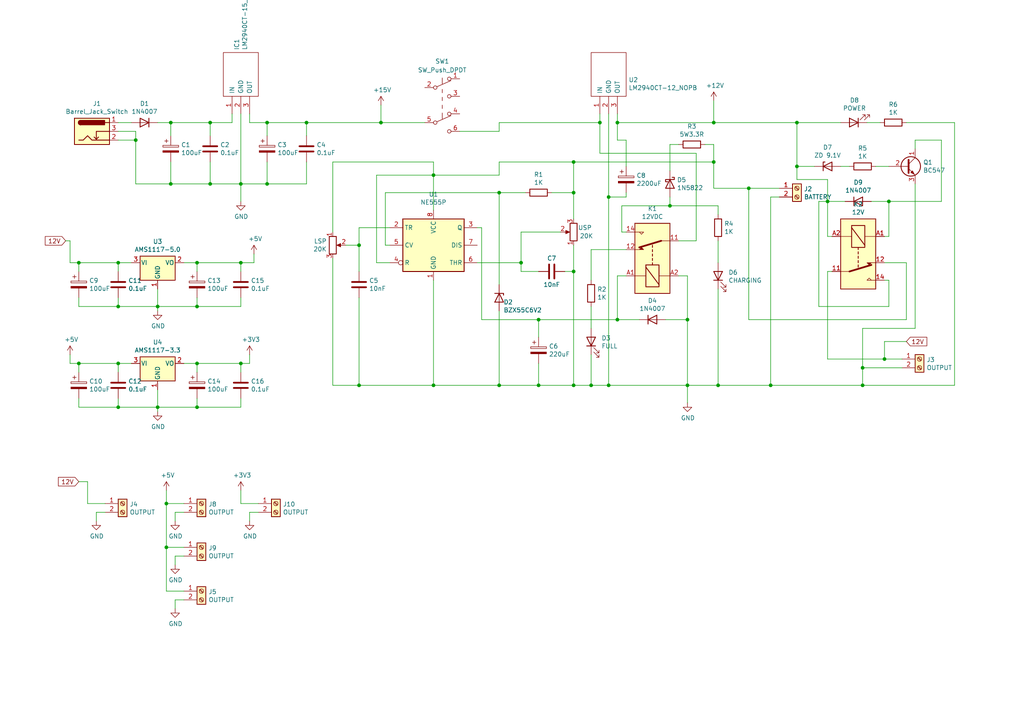
<source format=kicad_sch>
(kicad_sch (version 20211123) (generator eeschema)

  (uuid 18b7e157-ae67-48ad-bd7c-9fef6fe45b22)

  (paper "A4")

  (lib_symbols
    (symbol "Connector:Barrel_Jack_Switch" (pin_names hide) (in_bom yes) (on_board yes)
      (property "Reference" "J" (id 0) (at 0 5.334 0)
        (effects (font (size 1.27 1.27)))
      )
      (property "Value" "Barrel_Jack_Switch" (id 1) (at 0 -5.08 0)
        (effects (font (size 1.27 1.27)))
      )
      (property "Footprint" "" (id 2) (at 1.27 -1.016 0)
        (effects (font (size 1.27 1.27)) hide)
      )
      (property "Datasheet" "~" (id 3) (at 1.27 -1.016 0)
        (effects (font (size 1.27 1.27)) hide)
      )
      (property "ki_keywords" "DC power barrel jack connector" (id 4) (at 0 0 0)
        (effects (font (size 1.27 1.27)) hide)
      )
      (property "ki_description" "DC Barrel Jack with an internal switch" (id 5) (at 0 0 0)
        (effects (font (size 1.27 1.27)) hide)
      )
      (property "ki_fp_filters" "BarrelJack*" (id 6) (at 0 0 0)
        (effects (font (size 1.27 1.27)) hide)
      )
      (symbol "Barrel_Jack_Switch_0_1"
        (rectangle (start -5.08 3.81) (end 5.08 -3.81)
          (stroke (width 0.254) (type default) (color 0 0 0 0))
          (fill (type background))
        )
        (arc (start -3.302 3.175) (mid -3.937 2.54) (end -3.302 1.905)
          (stroke (width 0.254) (type default) (color 0 0 0 0))
          (fill (type none))
        )
        (arc (start -3.302 3.175) (mid -3.937 2.54) (end -3.302 1.905)
          (stroke (width 0.254) (type default) (color 0 0 0 0))
          (fill (type outline))
        )
        (polyline
          (pts
            (xy 1.27 -2.286)
            (xy 1.905 -1.651)
          )
          (stroke (width 0.254) (type default) (color 0 0 0 0))
          (fill (type none))
        )
        (polyline
          (pts
            (xy 5.08 2.54)
            (xy 3.81 2.54)
          )
          (stroke (width 0.254) (type default) (color 0 0 0 0))
          (fill (type none))
        )
        (polyline
          (pts
            (xy 5.08 0)
            (xy 1.27 0)
            (xy 1.27 -2.286)
            (xy 0.635 -1.651)
          )
          (stroke (width 0.254) (type default) (color 0 0 0 0))
          (fill (type none))
        )
        (polyline
          (pts
            (xy -3.81 -2.54)
            (xy -2.54 -2.54)
            (xy -1.27 -1.27)
            (xy 0 -2.54)
            (xy 2.54 -2.54)
            (xy 5.08 -2.54)
          )
          (stroke (width 0.254) (type default) (color 0 0 0 0))
          (fill (type none))
        )
        (rectangle (start 3.683 3.175) (end -3.302 1.905)
          (stroke (width 0.254) (type default) (color 0 0 0 0))
          (fill (type outline))
        )
      )
      (symbol "Barrel_Jack_Switch_1_1"
        (pin passive line (at 7.62 2.54 180) (length 2.54)
          (name "~" (effects (font (size 1.27 1.27))))
          (number "1" (effects (font (size 1.27 1.27))))
        )
        (pin passive line (at 7.62 -2.54 180) (length 2.54)
          (name "~" (effects (font (size 1.27 1.27))))
          (number "2" (effects (font (size 1.27 1.27))))
        )
        (pin passive line (at 7.62 0 180) (length 2.54)
          (name "~" (effects (font (size 1.27 1.27))))
          (number "3" (effects (font (size 1.27 1.27))))
        )
      )
    )
    (symbol "Connector:Screw_Terminal_01x02" (pin_names (offset 1.016) hide) (in_bom yes) (on_board yes)
      (property "Reference" "J" (id 0) (at 0 2.54 0)
        (effects (font (size 1.27 1.27)))
      )
      (property "Value" "Screw_Terminal_01x02" (id 1) (at 0 -5.08 0)
        (effects (font (size 1.27 1.27)))
      )
      (property "Footprint" "" (id 2) (at 0 0 0)
        (effects (font (size 1.27 1.27)) hide)
      )
      (property "Datasheet" "~" (id 3) (at 0 0 0)
        (effects (font (size 1.27 1.27)) hide)
      )
      (property "ki_keywords" "screw terminal" (id 4) (at 0 0 0)
        (effects (font (size 1.27 1.27)) hide)
      )
      (property "ki_description" "Generic screw terminal, single row, 01x02, script generated (kicad-library-utils/schlib/autogen/connector/)" (id 5) (at 0 0 0)
        (effects (font (size 1.27 1.27)) hide)
      )
      (property "ki_fp_filters" "TerminalBlock*:*" (id 6) (at 0 0 0)
        (effects (font (size 1.27 1.27)) hide)
      )
      (symbol "Screw_Terminal_01x02_1_1"
        (rectangle (start -1.27 1.27) (end 1.27 -3.81)
          (stroke (width 0.254) (type default) (color 0 0 0 0))
          (fill (type background))
        )
        (circle (center 0 -2.54) (radius 0.635)
          (stroke (width 0.1524) (type default) (color 0 0 0 0))
          (fill (type none))
        )
        (polyline
          (pts
            (xy -0.5334 -2.2098)
            (xy 0.3302 -3.048)
          )
          (stroke (width 0.1524) (type default) (color 0 0 0 0))
          (fill (type none))
        )
        (polyline
          (pts
            (xy -0.5334 0.3302)
            (xy 0.3302 -0.508)
          )
          (stroke (width 0.1524) (type default) (color 0 0 0 0))
          (fill (type none))
        )
        (polyline
          (pts
            (xy -0.3556 -2.032)
            (xy 0.508 -2.8702)
          )
          (stroke (width 0.1524) (type default) (color 0 0 0 0))
          (fill (type none))
        )
        (polyline
          (pts
            (xy -0.3556 0.508)
            (xy 0.508 -0.3302)
          )
          (stroke (width 0.1524) (type default) (color 0 0 0 0))
          (fill (type none))
        )
        (circle (center 0 0) (radius 0.635)
          (stroke (width 0.1524) (type default) (color 0 0 0 0))
          (fill (type none))
        )
        (pin passive line (at -5.08 0 0) (length 3.81)
          (name "Pin_1" (effects (font (size 1.27 1.27))))
          (number "1" (effects (font (size 1.27 1.27))))
        )
        (pin passive line (at -5.08 -2.54 0) (length 3.81)
          (name "Pin_2" (effects (font (size 1.27 1.27))))
          (number "2" (effects (font (size 1.27 1.27))))
        )
      )
    )
    (symbol "Device:C" (pin_numbers hide) (pin_names (offset 0.254)) (in_bom yes) (on_board yes)
      (property "Reference" "C" (id 0) (at 0.635 2.54 0)
        (effects (font (size 1.27 1.27)) (justify left))
      )
      (property "Value" "C" (id 1) (at 0.635 -2.54 0)
        (effects (font (size 1.27 1.27)) (justify left))
      )
      (property "Footprint" "" (id 2) (at 0.9652 -3.81 0)
        (effects (font (size 1.27 1.27)) hide)
      )
      (property "Datasheet" "~" (id 3) (at 0 0 0)
        (effects (font (size 1.27 1.27)) hide)
      )
      (property "ki_keywords" "cap capacitor" (id 4) (at 0 0 0)
        (effects (font (size 1.27 1.27)) hide)
      )
      (property "ki_description" "Unpolarized capacitor" (id 5) (at 0 0 0)
        (effects (font (size 1.27 1.27)) hide)
      )
      (property "ki_fp_filters" "C_*" (id 6) (at 0 0 0)
        (effects (font (size 1.27 1.27)) hide)
      )
      (symbol "C_0_1"
        (polyline
          (pts
            (xy -2.032 -0.762)
            (xy 2.032 -0.762)
          )
          (stroke (width 0.508) (type default) (color 0 0 0 0))
          (fill (type none))
        )
        (polyline
          (pts
            (xy -2.032 0.762)
            (xy 2.032 0.762)
          )
          (stroke (width 0.508) (type default) (color 0 0 0 0))
          (fill (type none))
        )
      )
      (symbol "C_1_1"
        (pin passive line (at 0 3.81 270) (length 2.794)
          (name "~" (effects (font (size 1.27 1.27))))
          (number "1" (effects (font (size 1.27 1.27))))
        )
        (pin passive line (at 0 -3.81 90) (length 2.794)
          (name "~" (effects (font (size 1.27 1.27))))
          (number "2" (effects (font (size 1.27 1.27))))
        )
      )
    )
    (symbol "Device:CP" (pin_numbers hide) (pin_names (offset 0.254)) (in_bom yes) (on_board yes)
      (property "Reference" "C" (id 0) (at 0.635 2.54 0)
        (effects (font (size 1.27 1.27)) (justify left))
      )
      (property "Value" "Device_CP" (id 1) (at 0.635 -2.54 0)
        (effects (font (size 1.27 1.27)) (justify left))
      )
      (property "Footprint" "" (id 2) (at 0.9652 -3.81 0)
        (effects (font (size 1.27 1.27)) hide)
      )
      (property "Datasheet" "" (id 3) (at 0 0 0)
        (effects (font (size 1.27 1.27)) hide)
      )
      (property "ki_fp_filters" "CP_*" (id 4) (at 0 0 0)
        (effects (font (size 1.27 1.27)) hide)
      )
      (symbol "CP_0_1"
        (rectangle (start -2.286 0.508) (end 2.286 1.016)
          (stroke (width 0) (type default) (color 0 0 0 0))
          (fill (type none))
        )
        (polyline
          (pts
            (xy -1.778 2.286)
            (xy -0.762 2.286)
          )
          (stroke (width 0) (type default) (color 0 0 0 0))
          (fill (type none))
        )
        (polyline
          (pts
            (xy -1.27 2.794)
            (xy -1.27 1.778)
          )
          (stroke (width 0) (type default) (color 0 0 0 0))
          (fill (type none))
        )
        (rectangle (start 2.286 -0.508) (end -2.286 -1.016)
          (stroke (width 0) (type default) (color 0 0 0 0))
          (fill (type outline))
        )
      )
      (symbol "CP_1_1"
        (pin passive line (at 0 3.81 270) (length 2.794)
          (name "~" (effects (font (size 1.27 1.27))))
          (number "1" (effects (font (size 1.27 1.27))))
        )
        (pin passive line (at 0 -3.81 90) (length 2.794)
          (name "~" (effects (font (size 1.27 1.27))))
          (number "2" (effects (font (size 1.27 1.27))))
        )
      )
    )
    (symbol "Device:D_Zener" (pin_numbers hide) (pin_names (offset 1.016) hide) (in_bom yes) (on_board yes)
      (property "Reference" "D" (id 0) (at 0 2.54 0)
        (effects (font (size 1.27 1.27)))
      )
      (property "Value" "D_Zener" (id 1) (at 0 -2.54 0)
        (effects (font (size 1.27 1.27)))
      )
      (property "Footprint" "" (id 2) (at 0 0 0)
        (effects (font (size 1.27 1.27)) hide)
      )
      (property "Datasheet" "~" (id 3) (at 0 0 0)
        (effects (font (size 1.27 1.27)) hide)
      )
      (property "ki_keywords" "diode" (id 4) (at 0 0 0)
        (effects (font (size 1.27 1.27)) hide)
      )
      (property "ki_description" "Zener diode" (id 5) (at 0 0 0)
        (effects (font (size 1.27 1.27)) hide)
      )
      (property "ki_fp_filters" "TO-???* *_Diode_* *SingleDiode* D_*" (id 6) (at 0 0 0)
        (effects (font (size 1.27 1.27)) hide)
      )
      (symbol "D_Zener_0_1"
        (polyline
          (pts
            (xy 1.27 0)
            (xy -1.27 0)
          )
          (stroke (width 0) (type default) (color 0 0 0 0))
          (fill (type none))
        )
        (polyline
          (pts
            (xy -1.27 -1.27)
            (xy -1.27 1.27)
            (xy -0.762 1.27)
          )
          (stroke (width 0.254) (type default) (color 0 0 0 0))
          (fill (type none))
        )
        (polyline
          (pts
            (xy 1.27 -1.27)
            (xy 1.27 1.27)
            (xy -1.27 0)
            (xy 1.27 -1.27)
          )
          (stroke (width 0.254) (type default) (color 0 0 0 0))
          (fill (type none))
        )
      )
      (symbol "D_Zener_1_1"
        (pin passive line (at -3.81 0 0) (length 2.54)
          (name "K" (effects (font (size 1.27 1.27))))
          (number "1" (effects (font (size 1.27 1.27))))
        )
        (pin passive line (at 3.81 0 180) (length 2.54)
          (name "A" (effects (font (size 1.27 1.27))))
          (number "2" (effects (font (size 1.27 1.27))))
        )
      )
    )
    (symbol "Device:LED" (pin_numbers hide) (pin_names (offset 1.016) hide) (in_bom yes) (on_board yes)
      (property "Reference" "D" (id 0) (at 0 2.54 0)
        (effects (font (size 1.27 1.27)))
      )
      (property "Value" "LED" (id 1) (at 0 -2.54 0)
        (effects (font (size 1.27 1.27)))
      )
      (property "Footprint" "" (id 2) (at 0 0 0)
        (effects (font (size 1.27 1.27)) hide)
      )
      (property "Datasheet" "~" (id 3) (at 0 0 0)
        (effects (font (size 1.27 1.27)) hide)
      )
      (property "ki_keywords" "LED diode" (id 4) (at 0 0 0)
        (effects (font (size 1.27 1.27)) hide)
      )
      (property "ki_description" "Light emitting diode" (id 5) (at 0 0 0)
        (effects (font (size 1.27 1.27)) hide)
      )
      (property "ki_fp_filters" "LED* LED_SMD:* LED_THT:*" (id 6) (at 0 0 0)
        (effects (font (size 1.27 1.27)) hide)
      )
      (symbol "LED_0_1"
        (polyline
          (pts
            (xy -1.27 -1.27)
            (xy -1.27 1.27)
          )
          (stroke (width 0.254) (type default) (color 0 0 0 0))
          (fill (type none))
        )
        (polyline
          (pts
            (xy -1.27 0)
            (xy 1.27 0)
          )
          (stroke (width 0) (type default) (color 0 0 0 0))
          (fill (type none))
        )
        (polyline
          (pts
            (xy 1.27 -1.27)
            (xy 1.27 1.27)
            (xy -1.27 0)
            (xy 1.27 -1.27)
          )
          (stroke (width 0.254) (type default) (color 0 0 0 0))
          (fill (type none))
        )
        (polyline
          (pts
            (xy -3.048 -0.762)
            (xy -4.572 -2.286)
            (xy -3.81 -2.286)
            (xy -4.572 -2.286)
            (xy -4.572 -1.524)
          )
          (stroke (width 0) (type default) (color 0 0 0 0))
          (fill (type none))
        )
        (polyline
          (pts
            (xy -1.778 -0.762)
            (xy -3.302 -2.286)
            (xy -2.54 -2.286)
            (xy -3.302 -2.286)
            (xy -3.302 -1.524)
          )
          (stroke (width 0) (type default) (color 0 0 0 0))
          (fill (type none))
        )
      )
      (symbol "LED_1_1"
        (pin passive line (at -3.81 0 0) (length 2.54)
          (name "K" (effects (font (size 1.27 1.27))))
          (number "1" (effects (font (size 1.27 1.27))))
        )
        (pin passive line (at 3.81 0 180) (length 2.54)
          (name "A" (effects (font (size 1.27 1.27))))
          (number "2" (effects (font (size 1.27 1.27))))
        )
      )
    )
    (symbol "Device:R" (pin_numbers hide) (pin_names (offset 0)) (in_bom yes) (on_board yes)
      (property "Reference" "R" (id 0) (at 2.032 0 90)
        (effects (font (size 1.27 1.27)))
      )
      (property "Value" "R" (id 1) (at 0 0 90)
        (effects (font (size 1.27 1.27)))
      )
      (property "Footprint" "" (id 2) (at -1.778 0 90)
        (effects (font (size 1.27 1.27)) hide)
      )
      (property "Datasheet" "~" (id 3) (at 0 0 0)
        (effects (font (size 1.27 1.27)) hide)
      )
      (property "ki_keywords" "R res resistor" (id 4) (at 0 0 0)
        (effects (font (size 1.27 1.27)) hide)
      )
      (property "ki_description" "Resistor" (id 5) (at 0 0 0)
        (effects (font (size 1.27 1.27)) hide)
      )
      (property "ki_fp_filters" "R_*" (id 6) (at 0 0 0)
        (effects (font (size 1.27 1.27)) hide)
      )
      (symbol "R_0_1"
        (rectangle (start -1.016 -2.54) (end 1.016 2.54)
          (stroke (width 0.254) (type default) (color 0 0 0 0))
          (fill (type none))
        )
      )
      (symbol "R_1_1"
        (pin passive line (at 0 3.81 270) (length 1.27)
          (name "~" (effects (font (size 1.27 1.27))))
          (number "1" (effects (font (size 1.27 1.27))))
        )
        (pin passive line (at 0 -3.81 90) (length 1.27)
          (name "~" (effects (font (size 1.27 1.27))))
          (number "2" (effects (font (size 1.27 1.27))))
        )
      )
    )
    (symbol "Device:R_POT" (pin_names (offset 1.016) hide) (in_bom yes) (on_board yes)
      (property "Reference" "RV" (id 0) (at -4.445 0 90)
        (effects (font (size 1.27 1.27)))
      )
      (property "Value" "Device_R_POT" (id 1) (at -2.54 0 90)
        (effects (font (size 1.27 1.27)))
      )
      (property "Footprint" "" (id 2) (at 0 0 0)
        (effects (font (size 1.27 1.27)) hide)
      )
      (property "Datasheet" "" (id 3) (at 0 0 0)
        (effects (font (size 1.27 1.27)) hide)
      )
      (property "ki_fp_filters" "Potentiometer*" (id 4) (at 0 0 0)
        (effects (font (size 1.27 1.27)) hide)
      )
      (symbol "R_POT_0_1"
        (polyline
          (pts
            (xy 2.54 0)
            (xy 1.524 0)
          )
          (stroke (width 0) (type default) (color 0 0 0 0))
          (fill (type none))
        )
        (polyline
          (pts
            (xy 1.143 0)
            (xy 2.286 0.508)
            (xy 2.286 -0.508)
            (xy 1.143 0)
          )
          (stroke (width 0) (type default) (color 0 0 0 0))
          (fill (type outline))
        )
        (rectangle (start 1.016 2.54) (end -1.016 -2.54)
          (stroke (width 0.254) (type default) (color 0 0 0 0))
          (fill (type none))
        )
      )
      (symbol "R_POT_1_1"
        (pin passive line (at 0 3.81 270) (length 1.27)
          (name "1" (effects (font (size 1.27 1.27))))
          (number "1" (effects (font (size 1.27 1.27))))
        )
        (pin passive line (at 3.81 0 180) (length 1.27)
          (name "2" (effects (font (size 1.27 1.27))))
          (number "2" (effects (font (size 1.27 1.27))))
        )
        (pin passive line (at 0 -3.81 90) (length 1.27)
          (name "3" (effects (font (size 1.27 1.27))))
          (number "3" (effects (font (size 1.27 1.27))))
        )
      )
    )
    (symbol "Diode:1N4007" (pin_numbers hide) (pin_names (offset 1.016) hide) (in_bom yes) (on_board yes)
      (property "Reference" "D" (id 0) (at 0 2.54 0)
        (effects (font (size 1.27 1.27)))
      )
      (property "Value" "1N4007" (id 1) (at 0 -2.54 0)
        (effects (font (size 1.27 1.27)))
      )
      (property "Footprint" "Diode_THT:D_DO-41_SOD81_P10.16mm_Horizontal" (id 2) (at 0 -4.445 0)
        (effects (font (size 1.27 1.27)) hide)
      )
      (property "Datasheet" "http://www.vishay.com/docs/88503/1n4001.pdf" (id 3) (at 0 0 0)
        (effects (font (size 1.27 1.27)) hide)
      )
      (property "ki_keywords" "diode" (id 4) (at 0 0 0)
        (effects (font (size 1.27 1.27)) hide)
      )
      (property "ki_description" "1000V 1A General Purpose Rectifier Diode, DO-41" (id 5) (at 0 0 0)
        (effects (font (size 1.27 1.27)) hide)
      )
      (property "ki_fp_filters" "D*DO?41*" (id 6) (at 0 0 0)
        (effects (font (size 1.27 1.27)) hide)
      )
      (symbol "1N4007_0_1"
        (polyline
          (pts
            (xy -1.27 1.27)
            (xy -1.27 -1.27)
          )
          (stroke (width 0.254) (type default) (color 0 0 0 0))
          (fill (type none))
        )
        (polyline
          (pts
            (xy 1.27 0)
            (xy -1.27 0)
          )
          (stroke (width 0) (type default) (color 0 0 0 0))
          (fill (type none))
        )
        (polyline
          (pts
            (xy 1.27 1.27)
            (xy 1.27 -1.27)
            (xy -1.27 0)
            (xy 1.27 1.27)
          )
          (stroke (width 0.254) (type default) (color 0 0 0 0))
          (fill (type none))
        )
      )
      (symbol "1N4007_1_1"
        (pin passive line (at -3.81 0 0) (length 2.54)
          (name "K" (effects (font (size 1.27 1.27))))
          (number "1" (effects (font (size 1.27 1.27))))
        )
        (pin passive line (at 3.81 0 180) (length 2.54)
          (name "A" (effects (font (size 1.27 1.27))))
          (number "2" (effects (font (size 1.27 1.27))))
        )
      )
    )
    (symbol "Diode:1N5822" (pin_numbers hide) (pin_names (offset 1.016) hide) (in_bom yes) (on_board yes)
      (property "Reference" "D" (id 0) (at 0 2.54 0)
        (effects (font (size 1.27 1.27)))
      )
      (property "Value" "1N5822" (id 1) (at 0 -2.54 0)
        (effects (font (size 1.27 1.27)))
      )
      (property "Footprint" "Diode_THT:D_DO-201AD_P15.24mm_Horizontal" (id 2) (at 0 -4.445 0)
        (effects (font (size 1.27 1.27)) hide)
      )
      (property "Datasheet" "http://www.vishay.com/docs/88526/1n5820.pdf" (id 3) (at 0 0 0)
        (effects (font (size 1.27 1.27)) hide)
      )
      (property "ki_keywords" "diode Schottky" (id 4) (at 0 0 0)
        (effects (font (size 1.27 1.27)) hide)
      )
      (property "ki_description" "40V 3A Schottky Barrier Rectifier Diode, DO-201AD" (id 5) (at 0 0 0)
        (effects (font (size 1.27 1.27)) hide)
      )
      (property "ki_fp_filters" "D*DO?201AD*" (id 6) (at 0 0 0)
        (effects (font (size 1.27 1.27)) hide)
      )
      (symbol "1N5822_0_1"
        (polyline
          (pts
            (xy 1.27 0)
            (xy -1.27 0)
          )
          (stroke (width 0) (type default) (color 0 0 0 0))
          (fill (type none))
        )
        (polyline
          (pts
            (xy 1.27 1.27)
            (xy 1.27 -1.27)
            (xy -1.27 0)
            (xy 1.27 1.27)
          )
          (stroke (width 0.254) (type default) (color 0 0 0 0))
          (fill (type none))
        )
        (polyline
          (pts
            (xy -1.905 0.635)
            (xy -1.905 1.27)
            (xy -1.27 1.27)
            (xy -1.27 -1.27)
            (xy -0.635 -1.27)
            (xy -0.635 -0.635)
          )
          (stroke (width 0.254) (type default) (color 0 0 0 0))
          (fill (type none))
        )
      )
      (symbol "1N5822_1_1"
        (pin passive line (at -3.81 0 0) (length 2.54)
          (name "K" (effects (font (size 1.27 1.27))))
          (number "1" (effects (font (size 1.27 1.27))))
        )
        (pin passive line (at 3.81 0 180) (length 2.54)
          (name "A" (effects (font (size 1.27 1.27))))
          (number "2" (effects (font (size 1.27 1.27))))
        )
      )
    )
    (symbol "Diode:ZPDxx" (pin_numbers hide) (pin_names (offset 1.016) hide) (in_bom yes) (on_board yes)
      (property "Reference" "D" (id 0) (at 0 2.54 0)
        (effects (font (size 1.27 1.27)))
      )
      (property "Value" "ZPDxx" (id 1) (at 0 -2.54 0)
        (effects (font (size 1.27 1.27)))
      )
      (property "Footprint" "Diode_THT:D_DO-35_SOD27_P10.16mm_Horizontal" (id 2) (at 0 -4.445 0)
        (effects (font (size 1.27 1.27)) hide)
      )
      (property "Datasheet" "http://diotec.com/tl_files/diotec/files/pdf/datasheets/zpd1" (id 3) (at 0 0 0)
        (effects (font (size 1.27 1.27)) hide)
      )
      (property "ki_keywords" "diode" (id 4) (at 0 0 0)
        (effects (font (size 1.27 1.27)) hide)
      )
      (property "ki_description" "500mW Zener Diode, DO-35" (id 5) (at 0 0 0)
        (effects (font (size 1.27 1.27)) hide)
      )
      (property "ki_fp_filters" "D*DO?35*" (id 6) (at 0 0 0)
        (effects (font (size 1.27 1.27)) hide)
      )
      (symbol "ZPDxx_0_1"
        (polyline
          (pts
            (xy 1.27 0)
            (xy -1.27 0)
          )
          (stroke (width 0) (type default) (color 0 0 0 0))
          (fill (type none))
        )
        (polyline
          (pts
            (xy -1.27 -1.27)
            (xy -1.27 1.27)
            (xy -0.762 1.27)
          )
          (stroke (width 0.254) (type default) (color 0 0 0 0))
          (fill (type none))
        )
        (polyline
          (pts
            (xy 1.27 -1.27)
            (xy 1.27 1.27)
            (xy -1.27 0)
            (xy 1.27 -1.27)
          )
          (stroke (width 0.254) (type default) (color 0 0 0 0))
          (fill (type none))
        )
      )
      (symbol "ZPDxx_1_1"
        (pin passive line (at -3.81 0 0) (length 2.54)
          (name "K" (effects (font (size 1.27 1.27))))
          (number "1" (effects (font (size 1.27 1.27))))
        )
        (pin passive line (at 3.81 0 180) (length 2.54)
          (name "A" (effects (font (size 1.27 1.27))))
          (number "2" (effects (font (size 1.27 1.27))))
        )
      )
    )
    (symbol "LM2940CT-12_NOPB:LM2940CT-12_NOPB" (pin_names (offset 0.762)) (in_bom yes) (on_board yes)
      (property "Reference" "U" (id 0) (at 19.05 7.62 0)
        (effects (font (size 1.27 1.27)) (justify left))
      )
      (property "Value" "LM2940CT-12_NOPB_LM2940CT-12_NOPB" (id 1) (at 19.05 5.08 0)
        (effects (font (size 1.27 1.27)) (justify left))
      )
      (property "Footprint" "TO254P470X1028X1955-3P" (id 2) (at 19.05 2.54 0)
        (effects (font (size 1.27 1.27)) (justify left) hide)
      )
      (property "Datasheet" "http://www.ti.com/lit/gpn/lm2940c" (id 3) (at 19.05 0 0)
        (effects (font (size 1.27 1.27)) (justify left) hide)
      )
      (property "Description" "1A Low Dropout Regulator" (id 4) (at 19.05 -2.54 0)
        (effects (font (size 1.27 1.27)) (justify left) hide)
      )
      (property "Height" "4.7" (id 5) (at 19.05 -5.08 0)
        (effects (font (size 1.27 1.27)) (justify left) hide)
      )
      (property "Manufacturer_Name" "Texas Instruments" (id 6) (at 19.05 -7.62 0)
        (effects (font (size 1.27 1.27)) (justify left) hide)
      )
      (property "Manufacturer_Part_Number" "LM2940CT-12/NOPB" (id 7) (at 19.05 -10.16 0)
        (effects (font (size 1.27 1.27)) (justify left) hide)
      )
      (property "Mouser Part Number" "926-LM2940CT-12/NOPB" (id 8) (at 19.05 -12.7 0)
        (effects (font (size 1.27 1.27)) (justify left) hide)
      )
      (property "Mouser Price/Stock" "https://www.mouser.co.uk/ProductDetail/Texas-Instruments/LM2940CT-12-NOPB?qs=X1J7HmVL2ZGCzo1AhKACEg%3D%3D" (id 9) (at 19.05 -15.24 0)
        (effects (font (size 1.27 1.27)) (justify left) hide)
      )
      (property "Arrow Part Number" "LM2940CT-12/NOPB" (id 10) (at 19.05 -17.78 0)
        (effects (font (size 1.27 1.27)) (justify left) hide)
      )
      (property "Arrow Price/Stock" "https://www.arrow.com/en/products/lm2940ct-12nopb/texas-instruments?region=nac" (id 11) (at 19.05 -20.32 0)
        (effects (font (size 1.27 1.27)) (justify left) hide)
      )
      (symbol "LM2940CT-12_NOPB_0_0"
        (pin passive line (at 0 0 0) (length 5.08)
          (name "IN" (effects (font (size 1.27 1.27))))
          (number "1" (effects (font (size 1.27 1.27))))
        )
        (pin passive line (at 0 -2.54 0) (length 5.08)
          (name "GND" (effects (font (size 1.27 1.27))))
          (number "2" (effects (font (size 1.27 1.27))))
        )
        (pin passive line (at 0 -5.08 0) (length 5.08)
          (name "OUT" (effects (font (size 1.27 1.27))))
          (number "3" (effects (font (size 1.27 1.27))))
        )
      )
      (symbol "LM2940CT-12_NOPB_0_1"
        (polyline
          (pts
            (xy 5.08 2.54)
            (xy 17.78 2.54)
            (xy 17.78 -7.62)
            (xy 5.08 -7.62)
            (xy 5.08 2.54)
          )
          (stroke (width 0.1524) (type default) (color 0 0 0 0))
          (fill (type none))
        )
      )
    )
    (symbol "LM2940CT-15_NOPB:LM2940CT-15_NOPB" (pin_names (offset 0.762)) (in_bom yes) (on_board yes)
      (property "Reference" "IC" (id 0) (at 19.05 7.62 0)
        (effects (font (size 1.27 1.27)) (justify left))
      )
      (property "Value" "LM2940CT-15_NOPB_LM2940CT-15_NOPB" (id 1) (at 19.05 5.08 0)
        (effects (font (size 1.27 1.27)) (justify left))
      )
      (property "Footprint" "TO254P470X1028X1955-3P" (id 2) (at 19.05 2.54 0)
        (effects (font (size 1.27 1.27)) (justify left) hide)
      )
      (property "Datasheet" "http://www.ti.com/lit/gpn/lm2940c" (id 3) (at 19.05 0 0)
        (effects (font (size 1.27 1.27)) (justify left) hide)
      )
      (property "Description" "1A Low Dropout Regulator" (id 4) (at 19.05 -2.54 0)
        (effects (font (size 1.27 1.27)) (justify left) hide)
      )
      (property "Height" "4.7" (id 5) (at 19.05 -5.08 0)
        (effects (font (size 1.27 1.27)) (justify left) hide)
      )
      (property "Manufacturer_Name" "Texas Instruments" (id 6) (at 19.05 -7.62 0)
        (effects (font (size 1.27 1.27)) (justify left) hide)
      )
      (property "Manufacturer_Part_Number" "LM2940CT-15/NOPB" (id 7) (at 19.05 -10.16 0)
        (effects (font (size 1.27 1.27)) (justify left) hide)
      )
      (property "Mouser Part Number" "926-LM2940CT-15/NOPB" (id 8) (at 19.05 -12.7 0)
        (effects (font (size 1.27 1.27)) (justify left) hide)
      )
      (property "Mouser Price/Stock" "https://www.mouser.co.uk/ProductDetail/Texas-Instruments/LM2940CT-15-NOPB?qs=X1J7HmVL2ZG1l9S5UEMUVA%3D%3D" (id 9) (at 19.05 -15.24 0)
        (effects (font (size 1.27 1.27)) (justify left) hide)
      )
      (property "Arrow Part Number" "LM2940CT-15/NOPB" (id 10) (at 19.05 -17.78 0)
        (effects (font (size 1.27 1.27)) (justify left) hide)
      )
      (property "Arrow Price/Stock" "https://www.arrow.com/en/products/lm2940ct-15nopb/texas-instruments?region=nac" (id 11) (at 19.05 -20.32 0)
        (effects (font (size 1.27 1.27)) (justify left) hide)
      )
      (symbol "LM2940CT-15_NOPB_0_0"
        (pin passive line (at 0 0 0) (length 5.08)
          (name "IN" (effects (font (size 1.27 1.27))))
          (number "1" (effects (font (size 1.27 1.27))))
        )
        (pin passive line (at 0 -2.54 0) (length 5.08)
          (name "GND" (effects (font (size 1.27 1.27))))
          (number "2" (effects (font (size 1.27 1.27))))
        )
        (pin passive line (at 0 -5.08 0) (length 5.08)
          (name "OUT" (effects (font (size 1.27 1.27))))
          (number "3" (effects (font (size 1.27 1.27))))
        )
      )
      (symbol "LM2940CT-15_NOPB_0_1"
        (polyline
          (pts
            (xy 5.08 2.54)
            (xy 17.78 2.54)
            (xy 17.78 -7.62)
            (xy 5.08 -7.62)
            (xy 5.08 2.54)
          )
          (stroke (width 0.1524) (type default) (color 0 0 0 0))
          (fill (type none))
        )
      )
    )
    (symbol "Regulator_Linear:AMS1117-3.3" (pin_names (offset 0.254)) (in_bom yes) (on_board yes)
      (property "Reference" "U" (id 0) (at -3.81 3.175 0)
        (effects (font (size 1.27 1.27)))
      )
      (property "Value" "AMS1117-3.3" (id 1) (at 0 3.175 0)
        (effects (font (size 1.27 1.27)) (justify left))
      )
      (property "Footprint" "Package_TO_SOT_SMD:SOT-223-3_TabPin2" (id 2) (at 0 5.08 0)
        (effects (font (size 1.27 1.27)) hide)
      )
      (property "Datasheet" "http://www.advanced-monolithic.com/pdf/ds1117.pdf" (id 3) (at 2.54 -6.35 0)
        (effects (font (size 1.27 1.27)) hide)
      )
      (property "ki_keywords" "linear regulator ldo fixed positive" (id 4) (at 0 0 0)
        (effects (font (size 1.27 1.27)) hide)
      )
      (property "ki_description" "1A Low Dropout regulator, positive, 3.3V fixed output, SOT-223" (id 5) (at 0 0 0)
        (effects (font (size 1.27 1.27)) hide)
      )
      (property "ki_fp_filters" "SOT?223*TabPin2*" (id 6) (at 0 0 0)
        (effects (font (size 1.27 1.27)) hide)
      )
      (symbol "AMS1117-3.3_0_1"
        (rectangle (start -5.08 -5.08) (end 5.08 1.905)
          (stroke (width 0.254) (type default) (color 0 0 0 0))
          (fill (type background))
        )
      )
      (symbol "AMS1117-3.3_1_1"
        (pin power_in line (at 0 -7.62 90) (length 2.54)
          (name "GND" (effects (font (size 1.27 1.27))))
          (number "1" (effects (font (size 1.27 1.27))))
        )
        (pin power_out line (at 7.62 0 180) (length 2.54)
          (name "VO" (effects (font (size 1.27 1.27))))
          (number "2" (effects (font (size 1.27 1.27))))
        )
        (pin power_in line (at -7.62 0 0) (length 2.54)
          (name "VI" (effects (font (size 1.27 1.27))))
          (number "3" (effects (font (size 1.27 1.27))))
        )
      )
    )
    (symbol "Regulator_Linear:AMS1117-5.0" (pin_names (offset 0.254)) (in_bom yes) (on_board yes)
      (property "Reference" "U" (id 0) (at -3.81 3.175 0)
        (effects (font (size 1.27 1.27)))
      )
      (property "Value" "AMS1117-5.0" (id 1) (at 0 3.175 0)
        (effects (font (size 1.27 1.27)) (justify left))
      )
      (property "Footprint" "Package_TO_SOT_SMD:SOT-223-3_TabPin2" (id 2) (at 0 5.08 0)
        (effects (font (size 1.27 1.27)) hide)
      )
      (property "Datasheet" "http://www.advanced-monolithic.com/pdf/ds1117.pdf" (id 3) (at 2.54 -6.35 0)
        (effects (font (size 1.27 1.27)) hide)
      )
      (property "ki_keywords" "linear regulator ldo fixed positive" (id 4) (at 0 0 0)
        (effects (font (size 1.27 1.27)) hide)
      )
      (property "ki_description" "1A Low Dropout regulator, positive, 5.0V fixed output, SOT-223" (id 5) (at 0 0 0)
        (effects (font (size 1.27 1.27)) hide)
      )
      (property "ki_fp_filters" "SOT?223*TabPin2*" (id 6) (at 0 0 0)
        (effects (font (size 1.27 1.27)) hide)
      )
      (symbol "AMS1117-5.0_0_1"
        (rectangle (start -5.08 -5.08) (end 5.08 1.905)
          (stroke (width 0.254) (type default) (color 0 0 0 0))
          (fill (type background))
        )
      )
      (symbol "AMS1117-5.0_1_1"
        (pin power_in line (at 0 -7.62 90) (length 2.54)
          (name "GND" (effects (font (size 1.27 1.27))))
          (number "1" (effects (font (size 1.27 1.27))))
        )
        (pin power_out line (at 7.62 0 180) (length 2.54)
          (name "VO" (effects (font (size 1.27 1.27))))
          (number "2" (effects (font (size 1.27 1.27))))
        )
        (pin power_in line (at -7.62 0 0) (length 2.54)
          (name "VI" (effects (font (size 1.27 1.27))))
          (number "3" (effects (font (size 1.27 1.27))))
        )
      )
    )
    (symbol "Relay:RT314A12" (in_bom yes) (on_board yes)
      (property "Reference" "K" (id 0) (at 11.43 3.81 0)
        (effects (font (size 1.27 1.27)) (justify left))
      )
      (property "Value" "RT314A12" (id 1) (at 11.43 1.27 0)
        (effects (font (size 1.27 1.27)) (justify left))
      )
      (property "Footprint" "Relay_THT:Relay_SPDT_Schrack-RT1-16A-FormC_RM5mm" (id 2) (at 39.37 -1.27 0)
        (effects (font (size 1.27 1.27)) hide)
      )
      (property "Datasheet" "https://www.te.com/commerce/DocumentDelivery/DDEController?Action=srchrtrv&DocNm=RT1_bistable&DocType=DS&DocLang=English" (id 3) (at 0 0 0)
        (effects (font (size 1.27 1.27)) hide)
      )
      (property "ki_keywords" "TE SPDT 1P2T CO bistable DC" (id 4) (at 0 0 0)
        (effects (font (size 1.27 1.27)) hide)
      )
      (property "ki_description" "Schrack RT1 relay, bistable single pole dual throw, single DC coil, 12V" (id 5) (at 0 0 0)
        (effects (font (size 1.27 1.27)) hide)
      )
      (property "ki_fp_filters" "Relay*SPDT*Schrack*RT1*16A*FormC*RM5mm*" (id 6) (at 0 0 0)
        (effects (font (size 1.27 1.27)) hide)
      )
      (symbol "RT314A12_0_0"
        (polyline
          (pts
            (xy -2.54 1.905)
            (xy -7.62 -1.905)
          )
          (stroke (width 0.254) (type default) (color 0 0 0 0))
          (fill (type none))
        )
      )
      (symbol "RT314A12_0_1"
        (rectangle (start -10.16 5.08) (end 10.16 -5.08)
          (stroke (width 0.254) (type default) (color 0 0 0 0))
          (fill (type background))
        )
        (rectangle (start -8.255 1.905) (end -1.905 -1.905)
          (stroke (width 0.254) (type default) (color 0 0 0 0))
          (fill (type none))
        )
        (polyline
          (pts
            (xy -5.08 -5.08)
            (xy -5.08 -1.905)
          )
          (stroke (width 0) (type default) (color 0 0 0 0))
          (fill (type none))
        )
        (polyline
          (pts
            (xy -5.08 5.08)
            (xy -5.08 1.905)
          )
          (stroke (width 0) (type default) (color 0 0 0 0))
          (fill (type none))
        )
        (polyline
          (pts
            (xy -1.905 0)
            (xy -1.27 0)
          )
          (stroke (width 0.254) (type default) (color 0 0 0 0))
          (fill (type none))
        )
        (polyline
          (pts
            (xy -0.635 0)
            (xy 0 0)
          )
          (stroke (width 0.254) (type default) (color 0 0 0 0))
          (fill (type none))
        )
        (polyline
          (pts
            (xy 0.635 0)
            (xy 1.27 0)
          )
          (stroke (width 0.254) (type default) (color 0 0 0 0))
          (fill (type none))
        )
        (polyline
          (pts
            (xy 1.905 0)
            (xy 2.54 0)
          )
          (stroke (width 0.254) (type default) (color 0 0 0 0))
          (fill (type none))
        )
        (polyline
          (pts
            (xy 3.175 0)
            (xy 3.81 0)
          )
          (stroke (width 0.254) (type default) (color 0 0 0 0))
          (fill (type none))
        )
        (polyline
          (pts
            (xy 5.08 -2.54)
            (xy 3.175 3.81)
          )
          (stroke (width 0.508) (type default) (color 0 0 0 0))
          (fill (type none))
        )
        (polyline
          (pts
            (xy 5.08 -2.54)
            (xy 5.08 -5.08)
          )
          (stroke (width 0) (type default) (color 0 0 0 0))
          (fill (type none))
        )
        (polyline
          (pts
            (xy 2.54 5.08)
            (xy 2.54 2.54)
            (xy 3.175 3.175)
            (xy 2.54 3.81)
          )
          (stroke (width 0) (type default) (color 0 0 0 0))
          (fill (type outline))
        )
        (polyline
          (pts
            (xy 7.62 5.08)
            (xy 7.62 2.54)
            (xy 6.985 3.175)
            (xy 7.62 3.81)
          )
          (stroke (width 0) (type default) (color 0 0 0 0))
          (fill (type none))
        )
      )
      (symbol "RT314A12_1_1"
        (pin passive line (at 5.08 -7.62 90) (length 2.54)
          (name "~" (effects (font (size 1.27 1.27))))
          (number "11" (effects (font (size 1.27 1.27))))
        )
        (pin passive line (at 2.54 7.62 270) (length 2.54)
          (name "~" (effects (font (size 1.27 1.27))))
          (number "12" (effects (font (size 1.27 1.27))))
        )
        (pin passive line (at 7.62 7.62 270) (length 2.54)
          (name "~" (effects (font (size 1.27 1.27))))
          (number "14" (effects (font (size 1.27 1.27))))
        )
        (pin passive line (at -5.08 7.62 270) (length 2.54)
          (name "~" (effects (font (size 1.27 1.27))))
          (number "A1" (effects (font (size 1.27 1.27))))
        )
        (pin passive line (at -5.08 -7.62 90) (length 2.54)
          (name "~" (effects (font (size 1.27 1.27))))
          (number "A2" (effects (font (size 1.27 1.27))))
        )
      )
    )
    (symbol "Switch:SW_Push_DPDT" (pin_names (offset 0) hide) (in_bom yes) (on_board yes)
      (property "Reference" "SW" (id 0) (at 0 8.89 0)
        (effects (font (size 1.27 1.27)))
      )
      (property "Value" "SW_Push_DPDT" (id 1) (at 0 -10.16 0)
        (effects (font (size 1.27 1.27)))
      )
      (property "Footprint" "" (id 2) (at 0 5.08 0)
        (effects (font (size 1.27 1.27)) hide)
      )
      (property "Datasheet" "~" (id 3) (at 0 5.08 0)
        (effects (font (size 1.27 1.27)) hide)
      )
      (property "ki_keywords" "switch dual-pole double-throw spdt ON-ON" (id 4) (at 0 0 0)
        (effects (font (size 1.27 1.27)) hide)
      )
      (property "ki_description" "Momentary Switch, dual pole double throw" (id 5) (at 0 0 0)
        (effects (font (size 1.27 1.27)) hide)
      )
      (symbol "SW_Push_DPDT_0_0"
        (circle (center -2.032 -5.08) (radius 0.508)
          (stroke (width 0) (type default) (color 0 0 0 0))
          (fill (type none))
        )
        (circle (center -2.032 5.08) (radius 0.508)
          (stroke (width 0) (type default) (color 0 0 0 0))
          (fill (type none))
        )
        (circle (center 2.032 -7.62) (radius 0.508)
          (stroke (width 0) (type default) (color 0 0 0 0))
          (fill (type none))
        )
        (circle (center 2.032 2.54) (radius 0.508)
          (stroke (width 0) (type default) (color 0 0 0 0))
          (fill (type none))
        )
      )
      (symbol "SW_Push_DPDT_0_1"
        (polyline
          (pts
            (xy -1.524 -4.826)
            (xy 2.54 -3.048)
          )
          (stroke (width 0) (type default) (color 0 0 0 0))
          (fill (type none))
        )
        (polyline
          (pts
            (xy -1.524 5.334)
            (xy 2.54 7.112)
          )
          (stroke (width 0) (type default) (color 0 0 0 0))
          (fill (type none))
        )
        (polyline
          (pts
            (xy 0 -2.286)
            (xy 0 -4.064)
          )
          (stroke (width 0) (type default) (color 0 0 0 0))
          (fill (type none))
        )
        (polyline
          (pts
            (xy 0 -1.016)
            (xy 0 0)
          )
          (stroke (width 0) (type default) (color 0 0 0 0))
          (fill (type none))
        )
        (polyline
          (pts
            (xy 0 1.27)
            (xy 0 2.286)
          )
          (stroke (width 0) (type default) (color 0 0 0 0))
          (fill (type none))
        )
        (polyline
          (pts
            (xy 0 3.556)
            (xy 0 4.572)
          )
          (stroke (width 0) (type default) (color 0 0 0 0))
          (fill (type none))
        )
        (polyline
          (pts
            (xy 0 7.874)
            (xy 0 6.096)
          )
          (stroke (width 0) (type default) (color 0 0 0 0))
          (fill (type none))
        )
        (circle (center 2.032 -2.54) (radius 0.508)
          (stroke (width 0) (type default) (color 0 0 0 0))
          (fill (type none))
        )
        (circle (center 2.032 7.62) (radius 0.508)
          (stroke (width 0) (type default) (color 0 0 0 0))
          (fill (type none))
        )
      )
      (symbol "SW_Push_DPDT_1_1"
        (pin passive line (at 5.08 7.62 180) (length 2.54)
          (name "A" (effects (font (size 1.27 1.27))))
          (number "1" (effects (font (size 1.27 1.27))))
        )
        (pin passive line (at -5.08 5.08 0) (length 2.54)
          (name "B" (effects (font (size 1.27 1.27))))
          (number "2" (effects (font (size 1.27 1.27))))
        )
        (pin passive line (at 5.08 2.54 180) (length 2.54)
          (name "C" (effects (font (size 1.27 1.27))))
          (number "3" (effects (font (size 1.27 1.27))))
        )
        (pin passive line (at 5.08 -2.54 180) (length 2.54)
          (name "A" (effects (font (size 1.27 1.27))))
          (number "4" (effects (font (size 1.27 1.27))))
        )
        (pin passive line (at -5.08 -5.08 0) (length 2.54)
          (name "B" (effects (font (size 1.27 1.27))))
          (number "5" (effects (font (size 1.27 1.27))))
        )
        (pin passive line (at 5.08 -7.62 180) (length 2.54)
          (name "C" (effects (font (size 1.27 1.27))))
          (number "6" (effects (font (size 1.27 1.27))))
        )
      )
    )
    (symbol "Timer:NE555P" (in_bom yes) (on_board yes)
      (property "Reference" "U" (id 0) (at -10.16 8.89 0)
        (effects (font (size 1.27 1.27)) (justify left))
      )
      (property "Value" "NE555P" (id 1) (at 2.54 8.89 0)
        (effects (font (size 1.27 1.27)) (justify left))
      )
      (property "Footprint" "Package_DIP:DIP-8_W7.62mm" (id 2) (at 16.51 -10.16 0)
        (effects (font (size 1.27 1.27)) hide)
      )
      (property "Datasheet" "http://www.ti.com/lit/ds/symlink/ne555.pdf" (id 3) (at 21.59 -10.16 0)
        (effects (font (size 1.27 1.27)) hide)
      )
      (property "ki_keywords" "single timer 555" (id 4) (at 0 0 0)
        (effects (font (size 1.27 1.27)) hide)
      )
      (property "ki_description" "Precision Timers, 555 compatible,  PDIP-8" (id 5) (at 0 0 0)
        (effects (font (size 1.27 1.27)) hide)
      )
      (property "ki_fp_filters" "DIP*W7.62mm*" (id 6) (at 0 0 0)
        (effects (font (size 1.27 1.27)) hide)
      )
      (symbol "NE555P_0_0"
        (pin power_in line (at 0 -10.16 90) (length 2.54)
          (name "GND" (effects (font (size 1.27 1.27))))
          (number "1" (effects (font (size 1.27 1.27))))
        )
        (pin power_in line (at 0 10.16 270) (length 2.54)
          (name "VCC" (effects (font (size 1.27 1.27))))
          (number "8" (effects (font (size 1.27 1.27))))
        )
      )
      (symbol "NE555P_0_1"
        (rectangle (start -8.89 -7.62) (end 8.89 7.62)
          (stroke (width 0.254) (type default) (color 0 0 0 0))
          (fill (type background))
        )
        (rectangle (start -8.89 -7.62) (end 8.89 7.62)
          (stroke (width 0.254) (type default) (color 0 0 0 0))
          (fill (type background))
        )
      )
      (symbol "NE555P_1_1"
        (pin input line (at -12.7 5.08 0) (length 3.81)
          (name "TR" (effects (font (size 1.27 1.27))))
          (number "2" (effects (font (size 1.27 1.27))))
        )
        (pin output line (at 12.7 5.08 180) (length 3.81)
          (name "Q" (effects (font (size 1.27 1.27))))
          (number "3" (effects (font (size 1.27 1.27))))
        )
        (pin input inverted (at -12.7 -5.08 0) (length 3.81)
          (name "R" (effects (font (size 1.27 1.27))))
          (number "4" (effects (font (size 1.27 1.27))))
        )
        (pin input line (at -12.7 0 0) (length 3.81)
          (name "CV" (effects (font (size 1.27 1.27))))
          (number "5" (effects (font (size 1.27 1.27))))
        )
        (pin input line (at 12.7 -5.08 180) (length 3.81)
          (name "THR" (effects (font (size 1.27 1.27))))
          (number "6" (effects (font (size 1.27 1.27))))
        )
        (pin input line (at 12.7 0 180) (length 3.81)
          (name "DIS" (effects (font (size 1.27 1.27))))
          (number "7" (effects (font (size 1.27 1.27))))
        )
      )
    )
    (symbol "Transistor_BJT:BC547" (pin_names (offset 0) hide) (in_bom yes) (on_board yes)
      (property "Reference" "Q" (id 0) (at 5.08 1.905 0)
        (effects (font (size 1.27 1.27)) (justify left))
      )
      (property "Value" "BC547" (id 1) (at 5.08 0 0)
        (effects (font (size 1.27 1.27)) (justify left))
      )
      (property "Footprint" "Package_TO_SOT_THT:TO-92_Inline" (id 2) (at 5.08 -1.905 0)
        (effects (font (size 1.27 1.27) italic) (justify left) hide)
      )
      (property "Datasheet" "https://www.onsemi.com/pub/Collateral/BC550-D.pdf" (id 3) (at 0 0 0)
        (effects (font (size 1.27 1.27)) (justify left) hide)
      )
      (property "ki_keywords" "NPN Transistor" (id 4) (at 0 0 0)
        (effects (font (size 1.27 1.27)) hide)
      )
      (property "ki_description" "0.1A Ic, 45V Vce, Small Signal NPN Transistor, TO-92" (id 5) (at 0 0 0)
        (effects (font (size 1.27 1.27)) hide)
      )
      (property "ki_fp_filters" "TO?92*" (id 6) (at 0 0 0)
        (effects (font (size 1.27 1.27)) hide)
      )
      (symbol "BC547_0_1"
        (polyline
          (pts
            (xy 0 0)
            (xy 0.635 0)
          )
          (stroke (width 0) (type default) (color 0 0 0 0))
          (fill (type none))
        )
        (polyline
          (pts
            (xy 0.635 0.635)
            (xy 2.54 2.54)
          )
          (stroke (width 0) (type default) (color 0 0 0 0))
          (fill (type none))
        )
        (polyline
          (pts
            (xy 0.635 -0.635)
            (xy 2.54 -2.54)
            (xy 2.54 -2.54)
          )
          (stroke (width 0) (type default) (color 0 0 0 0))
          (fill (type none))
        )
        (polyline
          (pts
            (xy 0.635 1.905)
            (xy 0.635 -1.905)
            (xy 0.635 -1.905)
          )
          (stroke (width 0.508) (type default) (color 0 0 0 0))
          (fill (type none))
        )
        (polyline
          (pts
            (xy 1.27 -1.778)
            (xy 1.778 -1.27)
            (xy 2.286 -2.286)
            (xy 1.27 -1.778)
            (xy 1.27 -1.778)
          )
          (stroke (width 0) (type default) (color 0 0 0 0))
          (fill (type outline))
        )
        (circle (center 1.27 0) (radius 2.8194)
          (stroke (width 0.254) (type default) (color 0 0 0 0))
          (fill (type none))
        )
      )
      (symbol "BC547_1_1"
        (pin passive line (at 2.54 5.08 270) (length 2.54)
          (name "C" (effects (font (size 1.27 1.27))))
          (number "1" (effects (font (size 1.27 1.27))))
        )
        (pin input line (at -5.08 0 0) (length 5.08)
          (name "B" (effects (font (size 1.27 1.27))))
          (number "2" (effects (font (size 1.27 1.27))))
        )
        (pin passive line (at 2.54 -5.08 90) (length 2.54)
          (name "E" (effects (font (size 1.27 1.27))))
          (number "3" (effects (font (size 1.27 1.27))))
        )
      )
    )
    (symbol "power:+12V" (power) (pin_names (offset 0)) (in_bom yes) (on_board yes)
      (property "Reference" "#PWR" (id 0) (at 0 -3.81 0)
        (effects (font (size 1.27 1.27)) hide)
      )
      (property "Value" "+12V" (id 1) (at 0 3.556 0)
        (effects (font (size 1.27 1.27)))
      )
      (property "Footprint" "" (id 2) (at 0 0 0)
        (effects (font (size 1.27 1.27)) hide)
      )
      (property "Datasheet" "" (id 3) (at 0 0 0)
        (effects (font (size 1.27 1.27)) hide)
      )
      (property "ki_keywords" "power-flag" (id 4) (at 0 0 0)
        (effects (font (size 1.27 1.27)) hide)
      )
      (property "ki_description" "Power symbol creates a global label with name \"+12V\"" (id 5) (at 0 0 0)
        (effects (font (size 1.27 1.27)) hide)
      )
      (symbol "+12V_0_1"
        (polyline
          (pts
            (xy -0.762 1.27)
            (xy 0 2.54)
          )
          (stroke (width 0) (type default) (color 0 0 0 0))
          (fill (type none))
        )
        (polyline
          (pts
            (xy 0 0)
            (xy 0 2.54)
          )
          (stroke (width 0) (type default) (color 0 0 0 0))
          (fill (type none))
        )
        (polyline
          (pts
            (xy 0 2.54)
            (xy 0.762 1.27)
          )
          (stroke (width 0) (type default) (color 0 0 0 0))
          (fill (type none))
        )
      )
      (symbol "+12V_1_1"
        (pin power_in line (at 0 0 90) (length 0) hide
          (name "+12V" (effects (font (size 1.27 1.27))))
          (number "1" (effects (font (size 1.27 1.27))))
        )
      )
    )
    (symbol "power:+15V" (power) (pin_names (offset 0)) (in_bom yes) (on_board yes)
      (property "Reference" "#PWR" (id 0) (at 0 -3.81 0)
        (effects (font (size 1.27 1.27)) hide)
      )
      (property "Value" "+15V" (id 1) (at 0 3.556 0)
        (effects (font (size 1.27 1.27)))
      )
      (property "Footprint" "" (id 2) (at 0 0 0)
        (effects (font (size 1.27 1.27)) hide)
      )
      (property "Datasheet" "" (id 3) (at 0 0 0)
        (effects (font (size 1.27 1.27)) hide)
      )
      (property "ki_keywords" "power-flag" (id 4) (at 0 0 0)
        (effects (font (size 1.27 1.27)) hide)
      )
      (property "ki_description" "Power symbol creates a global label with name \"+15V\"" (id 5) (at 0 0 0)
        (effects (font (size 1.27 1.27)) hide)
      )
      (symbol "+15V_0_1"
        (polyline
          (pts
            (xy -0.762 1.27)
            (xy 0 2.54)
          )
          (stroke (width 0) (type default) (color 0 0 0 0))
          (fill (type none))
        )
        (polyline
          (pts
            (xy 0 0)
            (xy 0 2.54)
          )
          (stroke (width 0) (type default) (color 0 0 0 0))
          (fill (type none))
        )
        (polyline
          (pts
            (xy 0 2.54)
            (xy 0.762 1.27)
          )
          (stroke (width 0) (type default) (color 0 0 0 0))
          (fill (type none))
        )
      )
      (symbol "+15V_1_1"
        (pin power_in line (at 0 0 90) (length 0) hide
          (name "+15V" (effects (font (size 1.27 1.27))))
          (number "1" (effects (font (size 1.27 1.27))))
        )
      )
    )
    (symbol "power:+3.3V" (power) (pin_names (offset 0)) (in_bom yes) (on_board yes)
      (property "Reference" "#PWR" (id 0) (at 0 -3.81 0)
        (effects (font (size 1.27 1.27)) hide)
      )
      (property "Value" "+3.3V" (id 1) (at 0 3.556 0)
        (effects (font (size 1.27 1.27)))
      )
      (property "Footprint" "" (id 2) (at 0 0 0)
        (effects (font (size 1.27 1.27)) hide)
      )
      (property "Datasheet" "" (id 3) (at 0 0 0)
        (effects (font (size 1.27 1.27)) hide)
      )
      (property "ki_keywords" "power-flag" (id 4) (at 0 0 0)
        (effects (font (size 1.27 1.27)) hide)
      )
      (property "ki_description" "Power symbol creates a global label with name \"+3.3V\"" (id 5) (at 0 0 0)
        (effects (font (size 1.27 1.27)) hide)
      )
      (symbol "+3.3V_0_1"
        (polyline
          (pts
            (xy -0.762 1.27)
            (xy 0 2.54)
          )
          (stroke (width 0) (type default) (color 0 0 0 0))
          (fill (type none))
        )
        (polyline
          (pts
            (xy 0 0)
            (xy 0 2.54)
          )
          (stroke (width 0) (type default) (color 0 0 0 0))
          (fill (type none))
        )
        (polyline
          (pts
            (xy 0 2.54)
            (xy 0.762 1.27)
          )
          (stroke (width 0) (type default) (color 0 0 0 0))
          (fill (type none))
        )
      )
      (symbol "+3.3V_1_1"
        (pin power_in line (at 0 0 90) (length 0) hide
          (name "+3V3" (effects (font (size 1.27 1.27))))
          (number "1" (effects (font (size 1.27 1.27))))
        )
      )
    )
    (symbol "power:+5V" (power) (pin_names (offset 0)) (in_bom yes) (on_board yes)
      (property "Reference" "#PWR" (id 0) (at 0 -3.81 0)
        (effects (font (size 1.27 1.27)) hide)
      )
      (property "Value" "+5V" (id 1) (at 0 3.556 0)
        (effects (font (size 1.27 1.27)))
      )
      (property "Footprint" "" (id 2) (at 0 0 0)
        (effects (font (size 1.27 1.27)) hide)
      )
      (property "Datasheet" "" (id 3) (at 0 0 0)
        (effects (font (size 1.27 1.27)) hide)
      )
      (property "ki_keywords" "power-flag" (id 4) (at 0 0 0)
        (effects (font (size 1.27 1.27)) hide)
      )
      (property "ki_description" "Power symbol creates a global label with name \"+5V\"" (id 5) (at 0 0 0)
        (effects (font (size 1.27 1.27)) hide)
      )
      (symbol "+5V_0_1"
        (polyline
          (pts
            (xy -0.762 1.27)
            (xy 0 2.54)
          )
          (stroke (width 0) (type default) (color 0 0 0 0))
          (fill (type none))
        )
        (polyline
          (pts
            (xy 0 0)
            (xy 0 2.54)
          )
          (stroke (width 0) (type default) (color 0 0 0 0))
          (fill (type none))
        )
        (polyline
          (pts
            (xy 0 2.54)
            (xy 0.762 1.27)
          )
          (stroke (width 0) (type default) (color 0 0 0 0))
          (fill (type none))
        )
      )
      (symbol "+5V_1_1"
        (pin power_in line (at 0 0 90) (length 0) hide
          (name "+5V" (effects (font (size 1.27 1.27))))
          (number "1" (effects (font (size 1.27 1.27))))
        )
      )
    )
    (symbol "power:GND" (power) (pin_names (offset 0)) (in_bom yes) (on_board yes)
      (property "Reference" "#PWR" (id 0) (at 0 -6.35 0)
        (effects (font (size 1.27 1.27)) hide)
      )
      (property "Value" "GND" (id 1) (at 0 -3.81 0)
        (effects (font (size 1.27 1.27)))
      )
      (property "Footprint" "" (id 2) (at 0 0 0)
        (effects (font (size 1.27 1.27)) hide)
      )
      (property "Datasheet" "" (id 3) (at 0 0 0)
        (effects (font (size 1.27 1.27)) hide)
      )
      (property "ki_keywords" "power-flag" (id 4) (at 0 0 0)
        (effects (font (size 1.27 1.27)) hide)
      )
      (property "ki_description" "Power symbol creates a global label with name \"GND\" , ground" (id 5) (at 0 0 0)
        (effects (font (size 1.27 1.27)) hide)
      )
      (symbol "GND_0_1"
        (polyline
          (pts
            (xy 0 0)
            (xy 0 -1.27)
            (xy 1.27 -1.27)
            (xy 0 -2.54)
            (xy -1.27 -1.27)
            (xy 0 -1.27)
          )
          (stroke (width 0) (type default) (color 0 0 0 0))
          (fill (type none))
        )
      )
      (symbol "GND_1_1"
        (pin power_in line (at 0 0 270) (length 0) hide
          (name "GND" (effects (font (size 1.27 1.27))))
          (number "1" (effects (font (size 1.27 1.27))))
        )
      )
    )
  )

  (junction (at 250.19 111.76) (diameter 0) (color 0 0 0 0)
    (uuid 015f5586-ba76-4a98-9114-f5cd2c67134d)
  )
  (junction (at 110.49 35.56) (diameter 0) (color 0 0 0 0)
    (uuid 03131cd5-2112-4e62-8138-0174e81279e9)
  )
  (junction (at 45.72 118.11) (diameter 0) (color 0 0 0 0)
    (uuid 03c7f780-fc1b-487a-b30d-567d6c09fdc8)
  )
  (junction (at 166.37 46.99) (diameter 0) (color 0 0 0 0)
    (uuid 04591e40-dfb6-4123-b9e8-3f1ae7faa6a7)
  )
  (junction (at 144.78 55.88) (diameter 0) (color 0 0 0 0)
    (uuid 0772990a-cdf1-4985-b42d-b7f1885f098e)
  )
  (junction (at 173.99 35.56) (diameter 0) (color 0 0 0 0)
    (uuid 085adda8-4c91-4fac-9ff1-cbfb6e169c96)
  )
  (junction (at 166.37 111.76) (diameter 0) (color 0 0 0 0)
    (uuid 12fa3c3f-3d14-451a-a6a8-884fd1b32fa7)
  )
  (junction (at 104.14 71.12) (diameter 0) (color 0 0 0 0)
    (uuid 142dd724-2a9f-4eea-ab21-209b1bc7ec65)
  )
  (junction (at 104.14 111.76) (diameter 0) (color 0 0 0 0)
    (uuid 1755646e-fc08-4e43-a301-d9b3ea704cf6)
  )
  (junction (at 57.15 105.41) (diameter 0) (color 0 0 0 0)
    (uuid 1c68b844-c861-46b7-b734-0242168a4220)
  )
  (junction (at 176.53 111.76) (diameter 0) (color 0 0 0 0)
    (uuid 1cc5480b-56b7-4379-98e2-ccafc88911a7)
  )
  (junction (at 39.37 40.64) (diameter 0) (color 0 0 0 0)
    (uuid 20caf6d2-76a7-497e-ac56-f6d31eb9027b)
  )
  (junction (at 34.29 105.41) (diameter 0) (color 0 0 0 0)
    (uuid 224768bc-6009-43ba-aa4a-70cbaa15b5a3)
  )
  (junction (at 179.07 92.71) (diameter 0) (color 0 0 0 0)
    (uuid 25bc3602-3fb4-4a04-94e3-21ba22562c24)
  )
  (junction (at 57.15 76.2) (diameter 0) (color 0 0 0 0)
    (uuid 2891767f-251c-48c4-91c0-deb1b368f45c)
  )
  (junction (at 231.14 48.26) (diameter 0) (color 0 0 0 0)
    (uuid 28e37b45-f843-47c2-85c9-ca19f5430ece)
  )
  (junction (at 156.21 92.71) (diameter 0) (color 0 0 0 0)
    (uuid 2c282704-5ea5-446e-9263-a83f040cdadb)
  )
  (junction (at 223.52 111.76) (diameter 0) (color 0 0 0 0)
    (uuid 2f424da3-8fae-4941-bc6d-20044787372f)
  )
  (junction (at 45.72 88.9) (diameter 0) (color 0 0 0 0)
    (uuid 38a501e2-0ee8-439d-bd02-e9e90e7503e9)
  )
  (junction (at 194.31 59.69) (diameter 0) (color 0 0 0 0)
    (uuid 3c22d605-7855-4cc6-8ad2-906cadbd02dc)
  )
  (junction (at 256.54 104.14) (diameter 0) (color 0 0 0 0)
    (uuid 3d552623-2969-4b15-8623-368144f225e9)
  )
  (junction (at 257.81 58.42) (diameter 0) (color 0 0 0 0)
    (uuid 3f8a5430-68a9-4732-9b89-4e00dd8ae219)
  )
  (junction (at 34.29 118.11) (diameter 0) (color 0 0 0 0)
    (uuid 4107d40a-e5df-4255-aacc-13f9928e090c)
  )
  (junction (at 34.29 76.2) (diameter 0) (color 0 0 0 0)
    (uuid 411d4270-c66c-4318-b7fb-1470d34862b8)
  )
  (junction (at 22.86 105.41) (diameter 0) (color 0 0 0 0)
    (uuid 44035e53-ff94-45ad-801f-55a1ce042a0d)
  )
  (junction (at 250.19 106.68) (diameter 0) (color 0 0 0 0)
    (uuid 46cbe85d-ff47-428e-b187-4ebd50a66e0c)
  )
  (junction (at 166.37 78.74) (diameter 0) (color 0 0 0 0)
    (uuid 46e12a42-3196-4660-8441-839eba967abf)
  )
  (junction (at 199.39 92.71) (diameter 0) (color 0 0 0 0)
    (uuid 501880c3-8633-456f-9add-0e8fa1932ba6)
  )
  (junction (at 60.96 35.56) (diameter 0) (color 0 0 0 0)
    (uuid 52a8f1be-73ca-41a8-bc24-2320706b0ec1)
  )
  (junction (at 176.53 57.15) (diameter 0) (color 0 0 0 0)
    (uuid 53e34696-241f-47e5-a477-f469335c8a61)
  )
  (junction (at 240.03 58.42) (diameter 0) (color 0 0 0 0)
    (uuid 593b8647-0095-46cc-ba23-3cf2a86edb5e)
  )
  (junction (at 48.26 158.75) (diameter 0) (color 0 0 0 0)
    (uuid 5a1bdfbe-e223-4acc-bd63-045a536bf233)
  )
  (junction (at 217.17 54.61) (diameter 0) (color 0 0 0 0)
    (uuid 5ad6beb0-c9ff-4d28-8217-4a256320d3bc)
  )
  (junction (at 156.21 111.76) (diameter 0) (color 0 0 0 0)
    (uuid 60ef5956-9b1b-41dc-b23e-b1c68ab2abe6)
  )
  (junction (at 34.29 88.9) (diameter 0) (color 0 0 0 0)
    (uuid 61fe4c73-be59-4519-98f1-a634322a841d)
  )
  (junction (at 49.53 53.34) (diameter 0) (color 0 0 0 0)
    (uuid 62a1f3d4-027d-4ecf-a37a-6fcf4263e9d2)
  )
  (junction (at 207.01 35.56) (diameter 0) (color 0 0 0 0)
    (uuid 6bd115d6-07e0-45db-8f2e-3cbb0429104f)
  )
  (junction (at 151.13 76.2) (diameter 0) (color 0 0 0 0)
    (uuid 6eb161fa-597a-4213-8faf-d70d4ffd6d7a)
  )
  (junction (at 69.85 105.41) (diameter 0) (color 0 0 0 0)
    (uuid 79e31048-072a-4a40-a625-26bb0b5f046b)
  )
  (junction (at 166.37 55.88) (diameter 0) (color 0 0 0 0)
    (uuid 865ab2bf-9b8c-4e40-b11e-e77eedd0a371)
  )
  (junction (at 49.53 35.56) (diameter 0) (color 0 0 0 0)
    (uuid 8efee08b-b92e-4ba6-8722-c058e18114fe)
  )
  (junction (at 179.07 35.56) (diameter 0) (color 0 0 0 0)
    (uuid 9dcdc92b-2219-4a4a-8954-45f02cc3ab25)
  )
  (junction (at 48.26 146.05) (diameter 0) (color 0 0 0 0)
    (uuid b0b4c3cb-e7ea-49c0-8162-be3bbab3e4ec)
  )
  (junction (at 125.73 111.76) (diameter 0) (color 0 0 0 0)
    (uuid b54cae5b-c17c-4ed7-b249-2e7d5e83609a)
  )
  (junction (at 208.28 111.76) (diameter 0) (color 0 0 0 0)
    (uuid bb8162f0-99c8-4884-be5b-c0d0c7e81ff6)
  )
  (junction (at 144.78 111.76) (diameter 0) (color 0 0 0 0)
    (uuid c048a53d-7e69-4165-b16e-dd2383717991)
  )
  (junction (at 88.9 35.56) (diameter 0) (color 0 0 0 0)
    (uuid c8b6b273-3d20-4a46-8069-f6d608563604)
  )
  (junction (at 171.45 111.76) (diameter 0) (color 0 0 0 0)
    (uuid ca6e2466-a90a-4dab-be16-b070610e5087)
  )
  (junction (at 22.86 76.2) (diameter 0) (color 0 0 0 0)
    (uuid d69a5fdf-de15-4ec9-94f6-f9ee2f4b69fa)
  )
  (junction (at 57.15 88.9) (diameter 0) (color 0 0 0 0)
    (uuid d88958ac-68cd-4955-a63f-0eaa329dec86)
  )
  (junction (at 199.39 111.76) (diameter 0) (color 0 0 0 0)
    (uuid dd1edfbb-5fb6-42cd-b740-fd54ab3ef1f1)
  )
  (junction (at 69.85 76.2) (diameter 0) (color 0 0 0 0)
    (uuid ddc9315a-1c58-4fc9-8bb1-e3ec9ae21008)
  )
  (junction (at 57.15 118.11) (diameter 0) (color 0 0 0 0)
    (uuid e0f06b5c-de63-4833-a591-ca9e19217a35)
  )
  (junction (at 77.47 53.34) (diameter 0) (color 0 0 0 0)
    (uuid e36988d2-ecb2-461b-a443-7006f447e828)
  )
  (junction (at 77.47 35.56) (diameter 0) (color 0 0 0 0)
    (uuid e5e5220d-5b7e-47da-a902-b997ec8d4d58)
  )
  (junction (at 60.96 53.34) (diameter 0) (color 0 0 0 0)
    (uuid e6d68f56-4a40-4849-b8d1-13d5ca292900)
  )
  (junction (at 231.14 35.56) (diameter 0) (color 0 0 0 0)
    (uuid eab9c52c-3aa0-43a7-bc7f-7e234ff1e9f4)
  )
  (junction (at 125.73 50.8) (diameter 0) (color 0 0 0 0)
    (uuid f24690d4-8105-4d56-913e-6a5ea5ddf426)
  )
  (junction (at 207.01 46.99) (diameter 0) (color 0 0 0 0)
    (uuid f357ddb5-3f44-43b0-b00d-d64f5c62ba4a)
  )
  (junction (at 69.85 53.34) (diameter 0) (color 0 0 0 0)
    (uuid f4a8afbe-ed68-4253-959f-6be4d2cbf8c5)
  )

  (wire (pts (xy 49.53 39.37) (xy 49.53 35.56))
    (stroke (width 0) (type default) (color 0 0 0 0))
    (uuid 014d13cd-26ad-4d0e-86ad-a43b541cab14)
  )
  (wire (pts (xy 34.29 78.74) (xy 34.29 76.2))
    (stroke (width 0) (type default) (color 0 0 0 0))
    (uuid 0520f61d-4522-4301-a3fa-8ed0bf060f69)
  )
  (wire (pts (xy 125.73 50.8) (xy 125.73 60.96))
    (stroke (width 0) (type default) (color 0 0 0 0))
    (uuid 072d7161-ba3d-4536-b555-7e8f8b428315)
  )
  (wire (pts (xy 45.72 90.17) (xy 45.72 88.9))
    (stroke (width 0) (type default) (color 0 0 0 0))
    (uuid 088f77ba-fca9-42b3-876e-a6937267f957)
  )
  (wire (pts (xy 57.15 118.11) (xy 69.85 118.11))
    (stroke (width 0) (type default) (color 0 0 0 0))
    (uuid 0ae82096-0994-4fb0-9a2a-d4ac4804abac)
  )
  (wire (pts (xy 25.4 139.7) (xy 25.4 146.05))
    (stroke (width 0) (type default) (color 0 0 0 0))
    (uuid 0ba17a9b-d889-426c-b4fe-048bed6b6be8)
  )
  (wire (pts (xy 151.13 67.31) (xy 162.56 67.31))
    (stroke (width 0) (type default) (color 0 0 0 0))
    (uuid 0bec12df-1b3c-4697-ab28-f78439d11e76)
  )
  (wire (pts (xy 53.34 173.99) (xy 50.8 173.99))
    (stroke (width 0) (type default) (color 0 0 0 0))
    (uuid 0c03787e-bbc5-47a6-a853-fb41d84997e5)
  )
  (wire (pts (xy 77.47 39.37) (xy 77.47 35.56))
    (stroke (width 0) (type default) (color 0 0 0 0))
    (uuid 0cbeb329-a88d-4a47-a5c2-a1d693de2f8c)
  )
  (wire (pts (xy 69.85 76.2) (xy 73.66 76.2))
    (stroke (width 0) (type default) (color 0 0 0 0))
    (uuid 0f31f11f-c374-4640-b9a4-07bbdba8d354)
  )
  (wire (pts (xy 22.86 115.57) (xy 22.86 118.11))
    (stroke (width 0) (type default) (color 0 0 0 0))
    (uuid 0f324b67-75ef-407f-8dbc-3c1fc5c2abba)
  )
  (wire (pts (xy 207.01 54.61) (xy 217.17 54.61))
    (stroke (width 0) (type default) (color 0 0 0 0))
    (uuid 0fafc6b9-fd35-4a55-9270-7a8e7ce3cb13)
  )
  (wire (pts (xy 104.14 71.12) (xy 100.33 71.12))
    (stroke (width 0) (type default) (color 0 0 0 0))
    (uuid 0fc5db66-6188-4c1f-bb14-0868bef113eb)
  )
  (wire (pts (xy 34.29 115.57) (xy 34.29 118.11))
    (stroke (width 0) (type default) (color 0 0 0 0))
    (uuid 0fdc6f30-77bc-4e9b-8665-c8aa9acf5bf9)
  )
  (wire (pts (xy 208.28 59.69) (xy 208.28 62.23))
    (stroke (width 0) (type default) (color 0 0 0 0))
    (uuid 12a24e86-2c38-4685-bba9-fff8dddb4cb0)
  )
  (wire (pts (xy 48.26 146.05) (xy 53.34 146.05))
    (stroke (width 0) (type default) (color 0 0 0 0))
    (uuid 12c8f4c9-cb79-4390-b96c-a717c693de17)
  )
  (wire (pts (xy 53.34 148.59) (xy 50.8 148.59))
    (stroke (width 0) (type default) (color 0 0 0 0))
    (uuid 12f8e43c-8f83-48d3-a9b5-5f3ebc0b6c43)
  )
  (wire (pts (xy 104.14 111.76) (xy 125.73 111.76))
    (stroke (width 0) (type default) (color 0 0 0 0))
    (uuid 1317ff66-8ecf-46c9-9612-8d2eae03c537)
  )
  (wire (pts (xy 57.15 76.2) (xy 53.34 76.2))
    (stroke (width 0) (type default) (color 0 0 0 0))
    (uuid 143ed874-a01f-4ced-ba4e-bbb66ddd1f70)
  )
  (wire (pts (xy 104.14 78.74) (xy 104.14 71.12))
    (stroke (width 0) (type default) (color 0 0 0 0))
    (uuid 15a82541-58d8-45b5-99c5-fb52e017e3ea)
  )
  (wire (pts (xy 139.7 66.04) (xy 139.7 92.71))
    (stroke (width 0) (type default) (color 0 0 0 0))
    (uuid 180245d9-4a3f-4d1b-adcc-b4eafac722e0)
  )
  (wire (pts (xy 256.54 81.28) (xy 257.81 81.28))
    (stroke (width 0) (type default) (color 0 0 0 0))
    (uuid 18c61c95-8af1-4986-b67e-c7af9c15ab6b)
  )
  (wire (pts (xy 144.78 55.88) (xy 144.78 82.55))
    (stroke (width 0) (type default) (color 0 0 0 0))
    (uuid 18ca5aef-6a2c-41ac-9e7f-bf7acb716e53)
  )
  (wire (pts (xy 30.48 148.59) (xy 27.94 148.59))
    (stroke (width 0) (type default) (color 0 0 0 0))
    (uuid 1b023dd4-5185-4576-b544-68a05b9c360b)
  )
  (wire (pts (xy 208.28 69.85) (xy 208.28 76.2))
    (stroke (width 0) (type default) (color 0 0 0 0))
    (uuid 1bdd5841-68b7-42e2-9447-cbdb608d8a08)
  )
  (wire (pts (xy 53.34 161.29) (xy 50.8 161.29))
    (stroke (width 0) (type default) (color 0 0 0 0))
    (uuid 1c052668-6749-425a-9a77-35f046c8aa39)
  )
  (wire (pts (xy 217.17 54.61) (xy 226.06 54.61))
    (stroke (width 0) (type default) (color 0 0 0 0))
    (uuid 1d1176a5-d1e2-46d6-9e32-29ec8e24f862)
  )
  (wire (pts (xy 236.22 48.26) (xy 231.14 48.26))
    (stroke (width 0) (type default) (color 0 0 0 0))
    (uuid 1f9ae101-c652-4998-a503-17aedf3d5746)
  )
  (wire (pts (xy 113.03 66.04) (xy 104.14 66.04))
    (stroke (width 0) (type default) (color 0 0 0 0))
    (uuid 1fbb0219-551e-409b-a61b-76e8cebdfb9d)
  )
  (wire (pts (xy 240.03 68.58) (xy 241.3 68.58))
    (stroke (width 0) (type default) (color 0 0 0 0))
    (uuid 2035ea48-3ef5-4d7f-8c3c-50981b30c89a)
  )
  (wire (pts (xy 22.86 105.41) (xy 20.32 105.41))
    (stroke (width 0) (type default) (color 0 0 0 0))
    (uuid 212bf70c-2324-47d9-8700-59771063baeb)
  )
  (wire (pts (xy 96.52 74.93) (xy 96.52 111.76))
    (stroke (width 0) (type default) (color 0 0 0 0))
    (uuid 21492bcd-343a-4b2b-b55a-b4586c11bdeb)
  )
  (wire (pts (xy 208.28 59.69) (xy 194.31 59.69))
    (stroke (width 0) (type default) (color 0 0 0 0))
    (uuid 275b6416-db29-42cc-9307-bf426917c3b4)
  )
  (wire (pts (xy 226.06 57.15) (xy 223.52 57.15))
    (stroke (width 0) (type default) (color 0 0 0 0))
    (uuid 27b2eb82-662b-42d8-90e6-830fec4bb8d2)
  )
  (wire (pts (xy 181.61 48.26) (xy 181.61 40.64))
    (stroke (width 0) (type default) (color 0 0 0 0))
    (uuid 283c990c-ae5a-4e41-a3ad-b40ca29fe90e)
  )
  (wire (pts (xy 156.21 92.71) (xy 179.07 92.71))
    (stroke (width 0) (type default) (color 0 0 0 0))
    (uuid 2a6cc534-c714-4b85-b79f-4176eaf5d4df)
  )
  (wire (pts (xy 194.31 41.91) (xy 196.85 41.91))
    (stroke (width 0) (type default) (color 0 0 0 0))
    (uuid 2b5a9ad3-7ec4-447d-916c-47adf5f9674f)
  )
  (wire (pts (xy 257.81 58.42) (xy 273.05 58.42))
    (stroke (width 0) (type default) (color 0 0 0 0))
    (uuid 2db910a0-b943-40b4-b81f-068ba5265f56)
  )
  (wire (pts (xy 257.81 68.58) (xy 257.81 58.42))
    (stroke (width 0) (type default) (color 0 0 0 0))
    (uuid 2e90e294-82e1-45da-9bf1-b91dfe0dc8f6)
  )
  (wire (pts (xy 39.37 38.1) (xy 39.37 40.64))
    (stroke (width 0) (type default) (color 0 0 0 0))
    (uuid 2f291a4b-4ecb-4692-9ad2-324f9784c0d4)
  )
  (wire (pts (xy 144.78 38.1) (xy 144.78 35.56))
    (stroke (width 0) (type default) (color 0 0 0 0))
    (uuid 2f84e762-499d-4cc9-8e90-d21e6a71419c)
  )
  (wire (pts (xy 240.03 52.07) (xy 240.03 58.42))
    (stroke (width 0) (type default) (color 0 0 0 0))
    (uuid 30317bf0-88bb-49e7-bf8b-9f3883982225)
  )
  (wire (pts (xy 50.8 173.99) (xy 50.8 176.53))
    (stroke (width 0) (type default) (color 0 0 0 0))
    (uuid 30555c2a-d0f7-420c-9ce9-5366c2500597)
  )
  (wire (pts (xy 39.37 40.64) (xy 39.37 53.34))
    (stroke (width 0) (type default) (color 0 0 0 0))
    (uuid 319639ae-c2c5-486d-93b1-d03bb1b64252)
  )
  (wire (pts (xy 156.21 78.74) (xy 151.13 78.74))
    (stroke (width 0) (type default) (color 0 0 0 0))
    (uuid 3326423d-8df7-4a7e-a354-349430b8fbd7)
  )
  (wire (pts (xy 207.01 46.99) (xy 207.01 54.61))
    (stroke (width 0) (type default) (color 0 0 0 0))
    (uuid 35ef9c4a-35f6-467b-a704-b1d9354880cf)
  )
  (wire (pts (xy 111.76 55.88) (xy 144.78 55.88))
    (stroke (width 0) (type default) (color 0 0 0 0))
    (uuid 3a3fb66d-9497-4e75-bc5b-f7636548a237)
  )
  (wire (pts (xy 39.37 53.34) (xy 49.53 53.34))
    (stroke (width 0) (type default) (color 0 0 0 0))
    (uuid 3a70978e-dcc2-4620-a99c-514362812927)
  )
  (wire (pts (xy 173.99 35.56) (xy 173.99 44.45))
    (stroke (width 0) (type default) (color 0 0 0 0))
    (uuid 3aced845-83c1-4b5c-906f-7a1884062712)
  )
  (wire (pts (xy 208.28 83.82) (xy 208.28 111.76))
    (stroke (width 0) (type default) (color 0 0 0 0))
    (uuid 3bca658b-a598-4669-a7cb-3f9b5f47bb5a)
  )
  (wire (pts (xy 179.07 35.56) (xy 179.07 33.02))
    (stroke (width 0) (type default) (color 0 0 0 0))
    (uuid 3c5e5ea9-793d-46e3-86bc-5884c4490dc7)
  )
  (wire (pts (xy 231.14 35.56) (xy 207.01 35.56))
    (stroke (width 0) (type default) (color 0 0 0 0))
    (uuid 3e915099-a18e-49f4-89bb-abe64c2dade5)
  )
  (wire (pts (xy 223.52 111.76) (xy 250.19 111.76))
    (stroke (width 0) (type default) (color 0 0 0 0))
    (uuid 41485de5-6ed3-4c83-b69e-ef83ae18093c)
  )
  (wire (pts (xy 144.78 55.88) (xy 152.4 55.88))
    (stroke (width 0) (type default) (color 0 0 0 0))
    (uuid 41ced9a6-e0d4-4db7-9920-c9311f73cd48)
  )
  (wire (pts (xy 199.39 111.76) (xy 208.28 111.76))
    (stroke (width 0) (type default) (color 0 0 0 0))
    (uuid 42d3f9d6-2a47-41a8-b942-295fcb83bcd8)
  )
  (wire (pts (xy 265.43 95.25) (xy 250.19 95.25))
    (stroke (width 0) (type default) (color 0 0 0 0))
    (uuid 42ff012d-5eb7-42b9-bb45-415cf26799c6)
  )
  (wire (pts (xy 48.26 142.24) (xy 48.26 146.05))
    (stroke (width 0) (type default) (color 0 0 0 0))
    (uuid 4344bc11-e822-474b-8d61-d12211e719b1)
  )
  (wire (pts (xy 60.96 53.34) (xy 60.96 46.99))
    (stroke (width 0) (type default) (color 0 0 0 0))
    (uuid 443bc73a-8dc0-4e2f-a292-a5eff00efa5b)
  )
  (wire (pts (xy 96.52 46.99) (xy 96.52 67.31))
    (stroke (width 0) (type default) (color 0 0 0 0))
    (uuid 465137b4-f6f7-4d51-9b40-b161947d5cc1)
  )
  (wire (pts (xy 181.61 55.88) (xy 181.61 57.15))
    (stroke (width 0) (type default) (color 0 0 0 0))
    (uuid 49575217-40b0-4890-8acf-12982cca52b5)
  )
  (wire (pts (xy 179.07 92.71) (xy 185.42 92.71))
    (stroke (width 0) (type default) (color 0 0 0 0))
    (uuid 4aa97874-2fd2-414c-b381-9420384c2fd8)
  )
  (wire (pts (xy 69.85 105.41) (xy 57.15 105.41))
    (stroke (width 0) (type default) (color 0 0 0 0))
    (uuid 4b03e854-02fe-44cc-bece-f8268b7cae54)
  )
  (wire (pts (xy 257.81 81.28) (xy 257.81 88.9))
    (stroke (width 0) (type default) (color 0 0 0 0))
    (uuid 4e27930e-1827-4788-aa6b-487321d46602)
  )
  (wire (pts (xy 173.99 33.02) (xy 173.99 35.56))
    (stroke (width 0) (type default) (color 0 0 0 0))
    (uuid 4ec618ae-096f-4256-9328-005ee04f13d6)
  )
  (wire (pts (xy 109.22 76.2) (xy 109.22 50.8))
    (stroke (width 0) (type default) (color 0 0 0 0))
    (uuid 4eeb7871-e20d-40d9-a9ca-0772e9713113)
  )
  (wire (pts (xy 73.66 73.66) (xy 73.66 76.2))
    (stroke (width 0) (type default) (color 0 0 0 0))
    (uuid 4f411f68-04bd-4175-a406-bcaa4cf6601e)
  )
  (wire (pts (xy 72.39 148.59) (xy 72.39 151.13))
    (stroke (width 0) (type default) (color 0 0 0 0))
    (uuid 4fd9bc4f-0ae3-42d4-a1b4-9fb1b2a0a7fd)
  )
  (wire (pts (xy 250.19 111.76) (xy 276.86 111.76))
    (stroke (width 0) (type default) (color 0 0 0 0))
    (uuid 541721d1-074b-496e-a833-813044b3e8ca)
  )
  (wire (pts (xy 133.35 38.1) (xy 144.78 38.1))
    (stroke (width 0) (type default) (color 0 0 0 0))
    (uuid 568d8787-8830-4f9e-a22f-439e02ef288e)
  )
  (wire (pts (xy 123.19 35.56) (xy 110.49 35.56))
    (stroke (width 0) (type default) (color 0 0 0 0))
    (uuid 56e6ab88-a25b-4a51-bbf4-bb1dd4bebc8f)
  )
  (wire (pts (xy 262.89 92.71) (xy 262.89 76.2))
    (stroke (width 0) (type default) (color 0 0 0 0))
    (uuid 5701b80f-f006-4814-81c9-0c7f006088a9)
  )
  (wire (pts (xy 181.61 80.01) (xy 179.07 80.01))
    (stroke (width 0) (type default) (color 0 0 0 0))
    (uuid 59fc765e-1357-4c94-9529-5635418c7d73)
  )
  (wire (pts (xy 180.34 67.31) (xy 180.34 59.69))
    (stroke (width 0) (type default) (color 0 0 0 0))
    (uuid 5a222fb6-5159-4931-9015-19df65643140)
  )
  (wire (pts (xy 255.27 35.56) (xy 251.46 35.56))
    (stroke (width 0) (type default) (color 0 0 0 0))
    (uuid 5c30b9b4-3014-4f50-9329-27a539b67e01)
  )
  (wire (pts (xy 20.32 102.87) (xy 20.32 105.41))
    (stroke (width 0) (type default) (color 0 0 0 0))
    (uuid 5d49e9a6-41dd-4072-adde-ef1036c1979b)
  )
  (wire (pts (xy 237.49 58.42) (xy 240.03 58.42))
    (stroke (width 0) (type default) (color 0 0 0 0))
    (uuid 60aa0ce8-9d0e-48ca-bbf9-866403979e9b)
  )
  (wire (pts (xy 204.47 41.91) (xy 207.01 41.91))
    (stroke (width 0) (type default) (color 0 0 0 0))
    (uuid 6241e6d3-a754-45b6-9f7c-e43019b93226)
  )
  (wire (pts (xy 34.29 35.56) (xy 38.1 35.56))
    (stroke (width 0) (type default) (color 0 0 0 0))
    (uuid 633292d3-80c5-4986-be82-ce926e9f09f4)
  )
  (wire (pts (xy 49.53 53.34) (xy 60.96 53.34))
    (stroke (width 0) (type default) (color 0 0 0 0))
    (uuid 63489ebf-0f52-43a6-a0ab-158b1a7d4988)
  )
  (wire (pts (xy 217.17 92.71) (xy 262.89 92.71))
    (stroke (width 0) (type default) (color 0 0 0 0))
    (uuid 63c56ea4-91a3-4172-b9de-a4388cc8f894)
  )
  (wire (pts (xy 48.26 171.45) (xy 53.34 171.45))
    (stroke (width 0) (type default) (color 0 0 0 0))
    (uuid 64048779-a1fe-4db8-ba44-b65e5812b5a7)
  )
  (wire (pts (xy 194.31 59.69) (xy 194.31 57.15))
    (stroke (width 0) (type default) (color 0 0 0 0))
    (uuid 691af561-538d-4e8f-a916-26cad45eb7d6)
  )
  (wire (pts (xy 57.15 88.9) (xy 69.85 88.9))
    (stroke (width 0) (type default) (color 0 0 0 0))
    (uuid 699feae1-8cdd-4d2b-947f-f24849c73cdb)
  )
  (wire (pts (xy 201.93 44.45) (xy 201.93 69.85))
    (stroke (width 0) (type default) (color 0 0 0 0))
    (uuid 6afc19cf-38b4-47a3-bc2b-445b18724310)
  )
  (wire (pts (xy 45.72 119.38) (xy 45.72 118.11))
    (stroke (width 0) (type default) (color 0 0 0 0))
    (uuid 6b7c1048-12b6-46b2-b762-fa3ad30472dd)
  )
  (wire (pts (xy 77.47 46.99) (xy 77.47 53.34))
    (stroke (width 0) (type default) (color 0 0 0 0))
    (uuid 6d0c9e39-9878-44c8-8283-9a59e45006fa)
  )
  (wire (pts (xy 166.37 71.12) (xy 166.37 78.74))
    (stroke (width 0) (type default) (color 0 0 0 0))
    (uuid 6d23dfec-0bb2-4f13-8d56-4229a1f3150c)
  )
  (wire (pts (xy 45.72 88.9) (xy 57.15 88.9))
    (stroke (width 0) (type default) (color 0 0 0 0))
    (uuid 70e4263f-d95a-4431-b3f3-cfc800c82056)
  )
  (wire (pts (xy 156.21 111.76) (xy 166.37 111.76))
    (stroke (width 0) (type default) (color 0 0 0 0))
    (uuid 70e9fa20-cf01-47f5-8d56-7995541b8dc2)
  )
  (wire (pts (xy 74.93 148.59) (xy 72.39 148.59))
    (stroke (width 0) (type default) (color 0 0 0 0))
    (uuid 71af7b65-0e6b-402e-b1a4-b66be507b4dc)
  )
  (wire (pts (xy 69.85 78.74) (xy 69.85 76.2))
    (stroke (width 0) (type default) (color 0 0 0 0))
    (uuid 71f92193-19b0-44ed-bc7f-77535083d769)
  )
  (wire (pts (xy 151.13 67.31) (xy 151.13 76.2))
    (stroke (width 0) (type default) (color 0 0 0 0))
    (uuid 721df915-4945-44b5-b0a7-78818202d6d3)
  )
  (wire (pts (xy 19.05 69.85) (xy 20.32 69.85))
    (stroke (width 0) (type default) (color 0 0 0 0))
    (uuid 7233cb6b-d8fd-4fcd-9b4f-8b0ed19b1b12)
  )
  (wire (pts (xy 57.15 107.95) (xy 57.15 105.41))
    (stroke (width 0) (type default) (color 0 0 0 0))
    (uuid 752417ee-7d0b-4ac8-a22c-26669881a2ab)
  )
  (wire (pts (xy 60.96 35.56) (xy 60.96 39.37))
    (stroke (width 0) (type default) (color 0 0 0 0))
    (uuid 7744b6ee-910d-401d-b730-65c35d3d8092)
  )
  (wire (pts (xy 179.07 80.01) (xy 179.07 92.71))
    (stroke (width 0) (type default) (color 0 0 0 0))
    (uuid 7760a75a-d74b-4185-b34e-cbc7b2c339b6)
  )
  (wire (pts (xy 57.15 78.74) (xy 57.15 76.2))
    (stroke (width 0) (type default) (color 0 0 0 0))
    (uuid 795e68e2-c9ba-45cf-9bff-89b8fae05b5a)
  )
  (wire (pts (xy 113.03 71.12) (xy 111.76 71.12))
    (stroke (width 0) (type default) (color 0 0 0 0))
    (uuid 79770cd5-32d7-429a-8248-0d9e6212231a)
  )
  (wire (pts (xy 69.85 146.05) (xy 74.93 146.05))
    (stroke (width 0) (type default) (color 0 0 0 0))
    (uuid 799e761c-1426-40e9-a069-1f4cb353bfaa)
  )
  (wire (pts (xy 240.03 58.42) (xy 240.03 68.58))
    (stroke (width 0) (type default) (color 0 0 0 0))
    (uuid 7a2f50f6-0c99-4e8d-9c2a-8f2f961d2e6d)
  )
  (wire (pts (xy 199.39 92.71) (xy 199.39 111.76))
    (stroke (width 0) (type default) (color 0 0 0 0))
    (uuid 7bea05d4-1dec-4cd6-aa53-302dde803254)
  )
  (wire (pts (xy 88.9 46.99) (xy 88.9 53.34))
    (stroke (width 0) (type default) (color 0 0 0 0))
    (uuid 7c2008c8-0626-4a09-a873-065e83502a0e)
  )
  (wire (pts (xy 77.47 53.34) (xy 69.85 53.34))
    (stroke (width 0) (type default) (color 0 0 0 0))
    (uuid 7c411b3e-aca2-424f-b644-2d21c9d80fa7)
  )
  (wire (pts (xy 180.34 59.69) (xy 194.31 59.69))
    (stroke (width 0) (type default) (color 0 0 0 0))
    (uuid 7ce7415d-7c22-49f6-8215-488853ccc8c6)
  )
  (wire (pts (xy 49.53 35.56) (xy 60.96 35.56))
    (stroke (width 0) (type default) (color 0 0 0 0))
    (uuid 7db990e4-92e1-4f99-b4d2-435bbec1ba83)
  )
  (wire (pts (xy 257.81 58.42) (xy 252.73 58.42))
    (stroke (width 0) (type default) (color 0 0 0 0))
    (uuid 7e1217ba-8a3d-4079-8d7b-b45f90cfbf53)
  )
  (wire (pts (xy 72.39 35.56) (xy 77.47 35.56))
    (stroke (width 0) (type default) (color 0 0 0 0))
    (uuid 810ed4ff-ffe2-4032-9af6-fb5ada3bae5b)
  )
  (wire (pts (xy 57.15 115.57) (xy 57.15 118.11))
    (stroke (width 0) (type default) (color 0 0 0 0))
    (uuid 8195a7cf-4576-44dd-9e0e-ee048fdb93dd)
  )
  (wire (pts (xy 151.13 76.2) (xy 151.13 78.74))
    (stroke (width 0) (type default) (color 0 0 0 0))
    (uuid 8297e4c2-2a66-478b-b603-00b4dccdc7cd)
  )
  (wire (pts (xy 69.85 33.02) (xy 69.85 53.34))
    (stroke (width 0) (type default) (color 0 0 0 0))
    (uuid 83021f70-e61e-4ad3-bae7-b9f02b28be4f)
  )
  (wire (pts (xy 166.37 55.88) (xy 166.37 63.5))
    (stroke (width 0) (type default) (color 0 0 0 0))
    (uuid 835af8ec-66f8-4da5-9404-878eb5e93d8e)
  )
  (wire (pts (xy 163.83 78.74) (xy 166.37 78.74))
    (stroke (width 0) (type default) (color 0 0 0 0))
    (uuid 8458d41c-5d62-455d-b6e1-9f718c0faac9)
  )
  (wire (pts (xy 171.45 102.87) (xy 171.45 111.76))
    (stroke (width 0) (type default) (color 0 0 0 0))
    (uuid 851f3d61-ba3b-4e6e-abd4-cafa4d9b64cb)
  )
  (wire (pts (xy 181.61 67.31) (xy 180.34 67.31))
    (stroke (width 0) (type default) (color 0 0 0 0))
    (uuid 88002554-c459-46e5-8b22-6ea6fe07fd4c)
  )
  (wire (pts (xy 231.14 35.56) (xy 231.14 48.26))
    (stroke (width 0) (type default) (color 0 0 0 0))
    (uuid 88610282-a92d-4c3d-917a-ea95d59e0759)
  )
  (wire (pts (xy 265.43 43.18) (xy 265.43 40.64))
    (stroke (width 0) (type default) (color 0 0 0 0))
    (uuid 88cb65f4-7e9e-44eb-8692-3b6e2e788a94)
  )
  (wire (pts (xy 125.73 81.28) (xy 125.73 111.76))
    (stroke (width 0) (type default) (color 0 0 0 0))
    (uuid 89a3dae6-dcb5-435b-a383-656b6a19a316)
  )
  (wire (pts (xy 196.85 80.01) (xy 199.39 80.01))
    (stroke (width 0) (type default) (color 0 0 0 0))
    (uuid 89a8e170-a222-41c0-b545-c9f4c5604011)
  )
  (wire (pts (xy 22.86 107.95) (xy 22.86 105.41))
    (stroke (width 0) (type default) (color 0 0 0 0))
    (uuid 89c0bc4d-eee5-4a77-ac35-d30b35db5cbe)
  )
  (wire (pts (xy 240.03 78.74) (xy 240.03 104.14))
    (stroke (width 0) (type default) (color 0 0 0 0))
    (uuid 8aeae536-fd36-430e-be47-1a856eced2fc)
  )
  (wire (pts (xy 257.81 88.9) (xy 237.49 88.9))
    (stroke (width 0) (type default) (color 0 0 0 0))
    (uuid 8cd050d6-228c-4da0-9533-b4f8d14cfb34)
  )
  (wire (pts (xy 173.99 44.45) (xy 201.93 44.45))
    (stroke (width 0) (type default) (color 0 0 0 0))
    (uuid 8cdc8ef9-532e-4bf5-9998-7213b9e692a2)
  )
  (wire (pts (xy 34.29 76.2) (xy 38.1 76.2))
    (stroke (width 0) (type default) (color 0 0 0 0))
    (uuid 8fcec304-c6b1-4655-8326-beacd0476953)
  )
  (wire (pts (xy 25.4 146.05) (xy 30.48 146.05))
    (stroke (width 0) (type default) (color 0 0 0 0))
    (uuid 90f81af1-b6de-44aa-a46b-6504a157ce6c)
  )
  (wire (pts (xy 20.32 76.2) (xy 22.86 76.2))
    (stroke (width 0) (type default) (color 0 0 0 0))
    (uuid 917920ab-0c6e-4927-974d-ef342cdd4f63)
  )
  (wire (pts (xy 208.28 111.76) (xy 223.52 111.76))
    (stroke (width 0) (type default) (color 0 0 0 0))
    (uuid 91fc5800-6029-46b1-848d-ca0091f97267)
  )
  (wire (pts (xy 171.45 95.25) (xy 171.45 88.9))
    (stroke (width 0) (type default) (color 0 0 0 0))
    (uuid 91fe070a-a49b-4bc5-805a-42f23e10d114)
  )
  (wire (pts (xy 88.9 35.56) (xy 110.49 35.56))
    (stroke (width 0) (type default) (color 0 0 0 0))
    (uuid 92035a88-6c95-4a61-bd8a-cb8dd9e5018a)
  )
  (wire (pts (xy 262.89 99.06) (xy 256.54 99.06))
    (stroke (width 0) (type default) (color 0 0 0 0))
    (uuid 92848721-49b5-4e4c-b042-6fd51e1d562f)
  )
  (wire (pts (xy 69.85 53.34) (xy 69.85 58.42))
    (stroke (width 0) (type default) (color 0 0 0 0))
    (uuid 935057d5-6882-4c15-9a35-54677912ba12)
  )
  (wire (pts (xy 181.61 57.15) (xy 176.53 57.15))
    (stroke (width 0) (type default) (color 0 0 0 0))
    (uuid 9390234f-bf3f-46cd-b6a0-8a438ec76e9f)
  )
  (wire (pts (xy 110.49 30.48) (xy 110.49 35.56))
    (stroke (width 0) (type default) (color 0 0 0 0))
    (uuid 95087703-81e3-4794-8b18-bc7264b9936f)
  )
  (wire (pts (xy 193.04 92.71) (xy 199.39 92.71))
    (stroke (width 0) (type default) (color 0 0 0 0))
    (uuid 9529c01f-e1cd-40be-b7f0-83780a544249)
  )
  (wire (pts (xy 250.19 106.68) (xy 250.19 111.76))
    (stroke (width 0) (type default) (color 0 0 0 0))
    (uuid 96315415-cfed-47d2-b3dd-d782358bd0df)
  )
  (wire (pts (xy 273.05 40.64) (xy 265.43 40.64))
    (stroke (width 0) (type default) (color 0 0 0 0))
    (uuid 96de0051-7945-413a-9219-1ab367546962)
  )
  (wire (pts (xy 207.01 29.21) (xy 207.01 35.56))
    (stroke (width 0) (type default) (color 0 0 0 0))
    (uuid 97fe2a5c-4eee-4c7a-9c43-47749b396494)
  )
  (wire (pts (xy 179.07 35.56) (xy 179.07 40.64))
    (stroke (width 0) (type default) (color 0 0 0 0))
    (uuid 98914cc3-56fe-40bb-820a-3d157225c145)
  )
  (wire (pts (xy 104.14 66.04) (xy 104.14 71.12))
    (stroke (width 0) (type default) (color 0 0 0 0))
    (uuid 99332785-d9f1-4363-9377-26ddc18e6d2c)
  )
  (wire (pts (xy 156.21 105.41) (xy 156.21 111.76))
    (stroke (width 0) (type default) (color 0 0 0 0))
    (uuid 99d5a578-c8c5-4311-af09-636acd649fe0)
  )
  (wire (pts (xy 176.53 111.76) (xy 199.39 111.76))
    (stroke (width 0) (type default) (color 0 0 0 0))
    (uuid 9a8ad8bb-d9a9-4b2b-bc88-ea6fd2676d45)
  )
  (wire (pts (xy 262.89 76.2) (xy 256.54 76.2))
    (stroke (width 0) (type default) (color 0 0 0 0))
    (uuid 9b6bb172-1ac4-440a-ac75-c1917d9d59c7)
  )
  (wire (pts (xy 22.86 86.36) (xy 22.86 88.9))
    (stroke (width 0) (type default) (color 0 0 0 0))
    (uuid 9bac9ad3-a7b9-47f0-87c7-d8630653df68)
  )
  (wire (pts (xy 77.47 35.56) (xy 88.9 35.56))
    (stroke (width 0) (type default) (color 0 0 0 0))
    (uuid 9c607e49-ee5c-4e85-a7da-6fede9912412)
  )
  (wire (pts (xy 50.8 161.29) (xy 50.8 163.83))
    (stroke (width 0) (type default) (color 0 0 0 0))
    (uuid 9db16341-dac0-4aab-9c62-7d88c111c1ce)
  )
  (wire (pts (xy 34.29 105.41) (xy 38.1 105.41))
    (stroke (width 0) (type default) (color 0 0 0 0))
    (uuid 9f80220c-1612-4589-b9ca-a5579617bdb8)
  )
  (wire (pts (xy 67.31 35.56) (xy 67.31 33.02))
    (stroke (width 0) (type default) (color 0 0 0 0))
    (uuid a25b7e01-1754-4cc9-8a14-3d9c461e5af5)
  )
  (wire (pts (xy 125.73 46.99) (xy 125.73 50.8))
    (stroke (width 0) (type default) (color 0 0 0 0))
    (uuid a25ca3c2-fd45-4ec0-baa4-4213ca09b4dc)
  )
  (wire (pts (xy 144.78 90.17) (xy 144.78 111.76))
    (stroke (width 0) (type default) (color 0 0 0 0))
    (uuid a305c6a2-cb7f-4849-8076-4adf7ac6662d)
  )
  (wire (pts (xy 176.53 57.15) (xy 176.53 111.76))
    (stroke (width 0) (type default) (color 0 0 0 0))
    (uuid a5362821-c161-4c7a-a00c-40e1d7472d56)
  )
  (wire (pts (xy 241.3 78.74) (xy 240.03 78.74))
    (stroke (width 0) (type default) (color 0 0 0 0))
    (uuid a5be2cb8-c68d-4180-8412-69a6b4c5b1d4)
  )
  (wire (pts (xy 27.94 148.59) (xy 27.94 151.13))
    (stroke (width 0) (type default) (color 0 0 0 0))
    (uuid a64aeb89-c24a-493b-9aab-87a6be930bde)
  )
  (wire (pts (xy 125.73 111.76) (xy 144.78 111.76))
    (stroke (width 0) (type default) (color 0 0 0 0))
    (uuid a917c6d9-225d-4c90-bf25-fe8eff8abd3f)
  )
  (wire (pts (xy 144.78 50.8) (xy 144.78 46.99))
    (stroke (width 0) (type default) (color 0 0 0 0))
    (uuid ac2726b4-e31e-4f67-8c8c-49ac1b3e4ef6)
  )
  (wire (pts (xy 138.43 76.2) (xy 151.13 76.2))
    (stroke (width 0) (type default) (color 0 0 0 0))
    (uuid ad5844d2-d5d6-465d-a528-5996f55f7f4a)
  )
  (wire (pts (xy 245.11 58.42) (xy 240.03 58.42))
    (stroke (width 0) (type default) (color 0 0 0 0))
    (uuid ae0e6b31-27d7-4383-a4fc-7557b0a19382)
  )
  (wire (pts (xy 69.85 88.9) (xy 69.85 86.36))
    (stroke (width 0) (type default) (color 0 0 0 0))
    (uuid af347946-e3da-4427-87ab-77b747929f50)
  )
  (wire (pts (xy 69.85 107.95) (xy 69.85 105.41))
    (stroke (width 0) (type default) (color 0 0 0 0))
    (uuid b5071759-a4d7-4769-be02-251f23cd4454)
  )
  (wire (pts (xy 207.01 46.99) (xy 207.01 41.91))
    (stroke (width 0) (type default) (color 0 0 0 0))
    (uuid b59f18ce-2e34-4b6e-b14d-8d73b8268179)
  )
  (wire (pts (xy 57.15 86.36) (xy 57.15 88.9))
    (stroke (width 0) (type default) (color 0 0 0 0))
    (uuid b6cd701f-4223-4e72-a305-466869ccb250)
  )
  (wire (pts (xy 199.39 116.84) (xy 199.39 111.76))
    (stroke (width 0) (type default) (color 0 0 0 0))
    (uuid b7aa0362-7c9e-4a42-b191-ab15a38bf3c5)
  )
  (wire (pts (xy 45.72 118.11) (xy 57.15 118.11))
    (stroke (width 0) (type default) (color 0 0 0 0))
    (uuid b873bc5d-a9af-4bd9-afcb-87ce4d417120)
  )
  (wire (pts (xy 34.29 118.11) (xy 45.72 118.11))
    (stroke (width 0) (type default) (color 0 0 0 0))
    (uuid b9bb0e73-161a-4d06-b6eb-a9f66d8a95f5)
  )
  (wire (pts (xy 256.54 68.58) (xy 257.81 68.58))
    (stroke (width 0) (type default) (color 0 0 0 0))
    (uuid ba6fc20e-7eff-4d5f-81e4-d1fad93be155)
  )
  (wire (pts (xy 22.86 78.74) (xy 22.86 76.2))
    (stroke (width 0) (type default) (color 0 0 0 0))
    (uuid bc0dbc57-3ae8-4ce5-a05c-2d6003bba475)
  )
  (wire (pts (xy 240.03 104.14) (xy 256.54 104.14))
    (stroke (width 0) (type default) (color 0 0 0 0))
    (uuid bc3b3f93-69e0-44a5-b919-319b81d13095)
  )
  (wire (pts (xy 237.49 88.9) (xy 237.49 58.42))
    (stroke (width 0) (type default) (color 0 0 0 0))
    (uuid bde95c06-433a-4c03-bc48-e3abcdb4e054)
  )
  (wire (pts (xy 246.38 48.26) (xy 243.84 48.26))
    (stroke (width 0) (type default) (color 0 0 0 0))
    (uuid bdf40d30-88ff-4479-bad1-69529464b61b)
  )
  (wire (pts (xy 96.52 111.76) (xy 104.14 111.76))
    (stroke (width 0) (type default) (color 0 0 0 0))
    (uuid bef2abc2-bf3e-4a72-ad03-f8da3cd893cb)
  )
  (wire (pts (xy 48.26 158.75) (xy 53.34 158.75))
    (stroke (width 0) (type default) (color 0 0 0 0))
    (uuid befdfbe5-f3e5-423b-a34e-7bba3f218536)
  )
  (wire (pts (xy 166.37 46.99) (xy 166.37 55.88))
    (stroke (width 0) (type default) (color 0 0 0 0))
    (uuid c041a134-20b2-4eac-be88-62b3ffe12216)
  )
  (wire (pts (xy 45.72 113.03) (xy 45.72 118.11))
    (stroke (width 0) (type default) (color 0 0 0 0))
    (uuid c04386e0-b49e-4fff-b380-675af13a62cb)
  )
  (wire (pts (xy 256.54 99.06) (xy 256.54 104.14))
    (stroke (width 0) (type default) (color 0 0 0 0))
    (uuid c07eebcc-30d2-439d-8030-faea6ade4486)
  )
  (wire (pts (xy 45.72 83.82) (xy 45.72 88.9))
    (stroke (width 0) (type default) (color 0 0 0 0))
    (uuid c0c2eb8e-f6d1-4506-8e6b-4f995ad74c1f)
  )
  (wire (pts (xy 181.61 40.64) (xy 179.07 40.64))
    (stroke (width 0) (type default) (color 0 0 0 0))
    (uuid c1bac86f-cbf6-4c5b-b60d-c26fa73d9c09)
  )
  (wire (pts (xy 144.78 111.76) (xy 156.21 111.76))
    (stroke (width 0) (type default) (color 0 0 0 0))
    (uuid c20ff943-1254-4739-b581-a2f0c20ed733)
  )
  (wire (pts (xy 217.17 54.61) (xy 217.17 92.71))
    (stroke (width 0) (type default) (color 0 0 0 0))
    (uuid c25449d6-d734-4953-b762-98f82a830248)
  )
  (wire (pts (xy 171.45 72.39) (xy 171.45 81.28))
    (stroke (width 0) (type default) (color 0 0 0 0))
    (uuid c454102f-dc92-4550-9492-797fc8e6b49c)
  )
  (wire (pts (xy 72.39 105.41) (xy 69.85 105.41))
    (stroke (width 0) (type default) (color 0 0 0 0))
    (uuid c76d4423-ef1b-4a6f-8176-33d65f2877bb)
  )
  (wire (pts (xy 22.86 76.2) (xy 34.29 76.2))
    (stroke (width 0) (type default) (color 0 0 0 0))
    (uuid c8b92953-cd23-44e6-85ce-083fb8c3f20f)
  )
  (wire (pts (xy 276.86 35.56) (xy 262.89 35.56))
    (stroke (width 0) (type default) (color 0 0 0 0))
    (uuid c9b9e62d-dede-4d1a-9a05-275614f8bdb2)
  )
  (wire (pts (xy 160.02 55.88) (xy 166.37 55.88))
    (stroke (width 0) (type default) (color 0 0 0 0))
    (uuid cac593a5-3bb6-478c-9d3f-1982ed780b1d)
  )
  (wire (pts (xy 57.15 105.41) (xy 53.34 105.41))
    (stroke (width 0) (type default) (color 0 0 0 0))
    (uuid cada57e2-1fa7-4b9d-a2a0-2218773d5c50)
  )
  (wire (pts (xy 231.14 48.26) (xy 231.14 52.07))
    (stroke (width 0) (type default) (color 0 0 0 0))
    (uuid cb721686-5255-4788-a3b0-ce4312e32eb7)
  )
  (wire (pts (xy 69.85 53.34) (xy 60.96 53.34))
    (stroke (width 0) (type default) (color 0 0 0 0))
    (uuid cc75e5ae-3348-4e7a-bd16-4df685ee47bd)
  )
  (wire (pts (xy 45.72 35.56) (xy 49.53 35.56))
    (stroke (width 0) (type default) (color 0 0 0 0))
    (uuid cd5e758d-cb66-484a-ae8b-21f53ceee49e)
  )
  (wire (pts (xy 125.73 50.8) (xy 144.78 50.8))
    (stroke (width 0) (type default) (color 0 0 0 0))
    (uuid cda7128f-51e5-4cf0-9b7a-0e59c8bdbac1)
  )
  (wire (pts (xy 223.52 57.15) (xy 223.52 111.76))
    (stroke (width 0) (type default) (color 0 0 0 0))
    (uuid d05faa1f-5f69-41bf-86d3-2cd224432e1b)
  )
  (wire (pts (xy 207.01 35.56) (xy 179.07 35.56))
    (stroke (width 0) (type default) (color 0 0 0 0))
    (uuid d0a0deb1-4f0f-4ede-b730-2c6d67cb9618)
  )
  (wire (pts (xy 88.9 53.34) (xy 77.47 53.34))
    (stroke (width 0) (type default) (color 0 0 0 0))
    (uuid d102186a-5b58-41d0-9985-3dbb3593f397)
  )
  (wire (pts (xy 171.45 111.76) (xy 176.53 111.76))
    (stroke (width 0) (type default) (color 0 0 0 0))
    (uuid d18f2428-546f-4066-8ffb-7653303685db)
  )
  (wire (pts (xy 166.37 46.99) (xy 207.01 46.99))
    (stroke (width 0) (type default) (color 0 0 0 0))
    (uuid d1c19c11-0a13-4237-b6b4-fb2ef1db7c6d)
  )
  (wire (pts (xy 22.86 105.41) (xy 34.29 105.41))
    (stroke (width 0) (type default) (color 0 0 0 0))
    (uuid d21cc5e4-177a-4e1d-a8d5-060ed33e5b8e)
  )
  (wire (pts (xy 22.86 118.11) (xy 34.29 118.11))
    (stroke (width 0) (type default) (color 0 0 0 0))
    (uuid d2d7bea6-0c22-495f-8666-323b30e03150)
  )
  (wire (pts (xy 176.53 33.02) (xy 176.53 57.15))
    (stroke (width 0) (type default) (color 0 0 0 0))
    (uuid d3d57924-54a6-421d-a3a0-a044fc909e88)
  )
  (wire (pts (xy 265.43 53.34) (xy 265.43 95.25))
    (stroke (width 0) (type default) (color 0 0 0 0))
    (uuid d4db7f11-8cfe-40d2-b021-b36f05241701)
  )
  (wire (pts (xy 48.26 171.45) (xy 48.26 158.75))
    (stroke (width 0) (type default) (color 0 0 0 0))
    (uuid d68b64d7-ffa2-4241-83ea-ed1ca8820d25)
  )
  (wire (pts (xy 96.52 46.99) (xy 125.73 46.99))
    (stroke (width 0) (type default) (color 0 0 0 0))
    (uuid d882f647-47b7-4b9e-9d82-a9d64316952a)
  )
  (wire (pts (xy 166.37 78.74) (xy 166.37 111.76))
    (stroke (width 0) (type default) (color 0 0 0 0))
    (uuid d95c6650-fcd9-4184-97fe-fde43ea5c0cd)
  )
  (wire (pts (xy 144.78 46.99) (xy 166.37 46.99))
    (stroke (width 0) (type default) (color 0 0 0 0))
    (uuid da2d91ae-97fd-4171-a51e-f4813f6df5c8)
  )
  (wire (pts (xy 20.32 69.85) (xy 20.32 76.2))
    (stroke (width 0) (type default) (color 0 0 0 0))
    (uuid df83f395-2d18-47e2-a370-952ca41c2b3a)
  )
  (wire (pts (xy 111.76 71.12) (xy 111.76 55.88))
    (stroke (width 0) (type default) (color 0 0 0 0))
    (uuid e17e6c0e-7e5b-43f0-ad48-0a2760b45b04)
  )
  (wire (pts (xy 109.22 50.8) (xy 125.73 50.8))
    (stroke (width 0) (type default) (color 0 0 0 0))
    (uuid e2bfe0b8-63f1-4c45-af16-1ca6826c7ac4)
  )
  (wire (pts (xy 60.96 35.56) (xy 67.31 35.56))
    (stroke (width 0) (type default) (color 0 0 0 0))
    (uuid e300709f-6c72-488d-a598-efcbd6d3af54)
  )
  (wire (pts (xy 113.03 76.2) (xy 109.22 76.2))
    (stroke (width 0) (type default) (color 0 0 0 0))
    (uuid e4e20505-1208-4100-a4aa-676f50844c06)
  )
  (wire (pts (xy 34.29 86.36) (xy 34.29 88.9))
    (stroke (width 0) (type default) (color 0 0 0 0))
    (uuid e5864fe6-2a71-47f0-90ce-38c3f8901580)
  )
  (wire (pts (xy 231.14 35.56) (xy 243.84 35.56))
    (stroke (width 0) (type default) (color 0 0 0 0))
    (uuid e5b328f6-dc69-4905-ae98-2dc3200a51d6)
  )
  (wire (pts (xy 256.54 104.14) (xy 261.62 104.14))
    (stroke (width 0) (type default) (color 0 0 0 0))
    (uuid e65bab67-68b7-4b22-a939-6f2c05164d2a)
  )
  (wire (pts (xy 69.85 142.24) (xy 69.85 146.05))
    (stroke (width 0) (type default) (color 0 0 0 0))
    (uuid e69c64f9-717d-4a97-b3df-80325ec2fa63)
  )
  (wire (pts (xy 69.85 118.11) (xy 69.85 115.57))
    (stroke (width 0) (type default) (color 0 0 0 0))
    (uuid e7bb7815-0d52-4bb8-b29a-8cf960bd2905)
  )
  (wire (pts (xy 22.86 88.9) (xy 34.29 88.9))
    (stroke (width 0) (type default) (color 0 0 0 0))
    (uuid e7e08b48-3d04-49da-8349-6de530a20c67)
  )
  (wire (pts (xy 48.26 158.75) (xy 48.26 146.05))
    (stroke (width 0) (type default) (color 0 0 0 0))
    (uuid e87a6f80-914f-4f62-9c9f-9ba62a88ee3d)
  )
  (wire (pts (xy 50.8 148.59) (xy 50.8 151.13))
    (stroke (width 0) (type default) (color 0 0 0 0))
    (uuid eaa0d51a-ee4e-4d3a-a801-bddb7027e94c)
  )
  (wire (pts (xy 49.53 53.34) (xy 49.53 46.99))
    (stroke (width 0) (type default) (color 0 0 0 0))
    (uuid eac8d865-0226-4958-b547-6b5592f39713)
  )
  (wire (pts (xy 250.19 95.25) (xy 250.19 106.68))
    (stroke (width 0) (type default) (color 0 0 0 0))
    (uuid eb473bfd-fc2d-4cf0-8714-6b7dd95b0a03)
  )
  (wire (pts (xy 196.85 69.85) (xy 201.93 69.85))
    (stroke (width 0) (type default) (color 0 0 0 0))
    (uuid eb77a0c9-44d5-4f84-9554-e6c3ac0e2c28)
  )
  (wire (pts (xy 194.31 49.53) (xy 194.31 41.91))
    (stroke (width 0) (type default) (color 0 0 0 0))
    (uuid f1782535-55f4-4299-bd4f-6f51b0b7259c)
  )
  (wire (pts (xy 144.78 35.56) (xy 173.99 35.56))
    (stroke (width 0) (type default) (color 0 0 0 0))
    (uuid f1e81a25-3d15-4983-ad02-d0f673e69d6b)
  )
  (wire (pts (xy 72.39 33.02) (xy 72.39 35.56))
    (stroke (width 0) (type default) (color 0 0 0 0))
    (uuid f2480d0c-9b08-4037-9175-b2369af04d4c)
  )
  (wire (pts (xy 25.4 139.7) (xy 22.86 139.7))
    (stroke (width 0) (type default) (color 0 0 0 0))
    (uuid f33ec0db-ef0f-4576-8054-2833161a8f30)
  )
  (wire (pts (xy 88.9 35.56) (xy 88.9 39.37))
    (stroke (width 0) (type default) (color 0 0 0 0))
    (uuid f345e52a-8e0a-425a-b438-90809dd3b799)
  )
  (wire (pts (xy 34.29 38.1) (xy 39.37 38.1))
    (stroke (width 0) (type default) (color 0 0 0 0))
    (uuid f447e585-df78-4239-b8cb-4653b3837bb1)
  )
  (wire (pts (xy 166.37 111.76) (xy 171.45 111.76))
    (stroke (width 0) (type default) (color 0 0 0 0))
    (uuid f4a1ab68-998b-43e3-aa33-40b58210bc99)
  )
  (wire (pts (xy 257.81 48.26) (xy 254 48.26))
    (stroke (width 0) (type default) (color 0 0 0 0))
    (uuid f64497d1-1d62-44a4-8e5e-6fba4ebc969a)
  )
  (wire (pts (xy 72.39 102.87) (xy 72.39 105.41))
    (stroke (width 0) (type default) (color 0 0 0 0))
    (uuid f7667b23-296e-4362-a7e3-949632c8954b)
  )
  (wire (pts (xy 138.43 66.04) (xy 139.7 66.04))
    (stroke (width 0) (type default) (color 0 0 0 0))
    (uuid f8f3a9fc-1e34-4573-a767-508104e8d242)
  )
  (wire (pts (xy 139.7 92.71) (xy 156.21 92.71))
    (stroke (width 0) (type default) (color 0 0 0 0))
    (uuid f8f8b602-87c8-4cb9-8d3d-8c344f676504)
  )
  (wire (pts (xy 231.14 52.07) (xy 240.03 52.07))
    (stroke (width 0) (type default) (color 0 0 0 0))
    (uuid f959907b-1cef-4760-b043-4260a660a2ae)
  )
  (wire (pts (xy 199.39 80.01) (xy 199.39 92.71))
    (stroke (width 0) (type default) (color 0 0 0 0))
    (uuid f988d6ea-11c5-4837-b1d1-5c292ded50c6)
  )
  (wire (pts (xy 34.29 88.9) (xy 45.72 88.9))
    (stroke (width 0) (type default) (color 0 0 0 0))
    (uuid f9c81c26-f253-4227-a69f-53e64841cfbe)
  )
  (wire (pts (xy 276.86 35.56) (xy 276.86 111.76))
    (stroke (width 0) (type default) (color 0 0 0 0))
    (uuid fa20e708-ec85-4e0b-8402-f74a2724f920)
  )
  (wire (pts (xy 273.05 40.64) (xy 273.05 58.42))
    (stroke (width 0) (type default) (color 0 0 0 0))
    (uuid faa1812c-fdf3-47ae-9cf4-ae06a263bfbd)
  )
  (wire (pts (xy 250.19 106.68) (xy 261.62 106.68))
    (stroke (width 0) (type default) (color 0 0 0 0))
    (uuid fb35e3b1-aff6-41a7-9cf0-52694b95edeb)
  )
  (wire (pts (xy 156.21 92.71) (xy 156.21 97.79))
    (stroke (width 0) (type default) (color 0 0 0 0))
    (uuid fbe63f47-47ed-4a63-9cf5-3aefed5649a2)
  )
  (wire (pts (xy 34.29 40.64) (xy 39.37 40.64))
    (stroke (width 0) (type default) (color 0 0 0 0))
    (uuid fc4ad874-c922-4070-89f9-7262080469d8)
  )
  (wire (pts (xy 69.85 76.2) (xy 57.15 76.2))
    (stroke (width 0) (type default) (color 0 0 0 0))
    (uuid fd3499d5-6fd2-49a4-bdb0-109cee899fde)
  )
  (wire (pts (xy 104.14 86.36) (xy 104.14 111.76))
    (stroke (width 0) (type default) (color 0 0 0 0))
    (uuid fd5f7d77-0f73-4021-88a8-0641f0fe8d98)
  )
  (wire (pts (xy 171.45 72.39) (xy 181.61 72.39))
    (stroke (width 0) (type default) (color 0 0 0 0))
    (uuid fe14c012-3d58-4e5e-9a37-4b9765a7f764)
  )
  (wire (pts (xy 34.29 107.95) (xy 34.29 105.41))
    (stroke (width 0) (type default) (color 0 0 0 0))
    (uuid fef37e8b-0ff0-4da2-8a57-acaf19551d1a)
  )

  (global_label "12V" (shape input) (at 262.89 99.06 0) (fields_autoplaced)
    (effects (font (size 1.27 1.27)) (justify left))
    (uuid 18f1018d-5857-4c32-a072-f3de80352f74)
    (property "Intersheet References" "${INTERSHEET_REFS}" (id 0) (at 0 0 0)
      (effects (font (size 1.27 1.27)) hide)
    )
  )
  (global_label "12V" (shape input) (at 19.05 69.85 180) (fields_autoplaced)
    (effects (font (size 1.27 1.27)) (justify right))
    (uuid 761c8e29-382a-475c-a37a-7201cc9cd0f5)
    (property "Intersheet References" "${INTERSHEET_REFS}" (id 0) (at 0 11.43 0)
      (effects (font (size 1.27 1.27)) hide)
    )
  )
  (global_label "12V" (shape input) (at 22.86 139.7 180) (fields_autoplaced)
    (effects (font (size 1.27 1.27)) (justify right))
    (uuid ef4533db-6ea4-4b68-b436-8e9575be570d)
    (property "Intersheet References" "${INTERSHEET_REFS}" (id 0) (at 3.81 20.32 0)
      (effects (font (size 1.27 1.27)) hide)
    )
  )

  (symbol (lib_id "Timer:NE555P") (at 125.73 71.12 0) (unit 1)
    (in_bom yes) (on_board yes)
    (uuid 00000000-0000-0000-0000-0000621c8eff)
    (property "Reference" "U1" (id 0) (at 125.73 56.3626 0))
    (property "Value" "NE555P" (id 1) (at 125.73 58.674 0))
    (property "Footprint" "Package_DIP:DIP-8_W7.62mm_Socket" (id 2) (at 142.24 81.28 0)
      (effects (font (size 1.27 1.27)) hide)
    )
    (property "Datasheet" "http://www.ti.com/lit/ds/symlink/ne555.pdf" (id 3) (at 147.32 81.28 0)
      (effects (font (size 1.27 1.27)) hide)
    )
    (pin "1" (uuid 6889cce7-7b17-470f-b76d-986ce6db4658))
    (pin "8" (uuid f1ed5572-0fa9-4e9d-a411-5dcb7ff69673))
    (pin "2" (uuid 1f5beb24-3b2e-478d-868e-22a9166bce3e))
    (pin "3" (uuid f7a593c3-0f61-4d7c-8cda-488eb4e1f680))
    (pin "4" (uuid a8bd7067-17e7-48fc-b14a-1f5abc4ce7a3))
    (pin "5" (uuid 022235f4-a941-4297-afd8-b3627c9c8d0b))
    (pin "6" (uuid 598f9c04-a2c7-45cb-a1dc-7583607665ff))
    (pin "7" (uuid 65aaea80-9950-4a07-9b86-724a2dd175e4))
  )

  (symbol (lib_id "Connector:Barrel_Jack_Switch") (at 26.67 38.1 0) (unit 1)
    (in_bom yes) (on_board yes)
    (uuid 00000000-0000-0000-0000-0000621cb5bd)
    (property "Reference" "J1" (id 0) (at 28.1178 30.0482 0))
    (property "Value" "Barrel_Jack_Switch" (id 1) (at 28.1178 32.3596 0))
    (property "Footprint" "Connector_BarrelJack:BarrelJack_Horizontal" (id 2) (at 27.94 39.116 0)
      (effects (font (size 1.27 1.27)) hide)
    )
    (property "Datasheet" "~" (id 3) (at 27.94 39.116 0)
      (effects (font (size 1.27 1.27)) hide)
    )
    (pin "1" (uuid 829e0b76-ab95-46cf-ad06-b6265b5fb97f))
    (pin "2" (uuid aed45f5f-7463-4cce-b6c6-d3f00481bbd2))
    (pin "3" (uuid 45516e5a-9781-4ff7-a199-70cd2f997f53))
  )

  (symbol (lib_id "LM2940CT-15_NOPB:LM2940CT-15_NOPB") (at 67.31 33.02 90) (unit 1)
    (in_bom yes) (on_board yes)
    (uuid 00000000-0000-0000-0000-0000621cd9f2)
    (property "Reference" "IC1" (id 0) (at 68.6816 14.5288 0)
      (effects (font (size 1.27 1.27)) (justify left))
    )
    (property "Value" "LM2940CT-15_NOPB" (id 1) (at 70.993 14.5288 0)
      (effects (font (size 1.27 1.27)) (justify left))
    )
    (property "Footprint" "Package_TO_SOT_THT:TO-220-3_Vertical" (id 2) (at 64.77 13.97 0)
      (effects (font (size 1.27 1.27)) (justify left) hide)
    )
    (property "Datasheet" "http://www.ti.com/lit/gpn/lm2940c" (id 3) (at 67.31 13.97 0)
      (effects (font (size 1.27 1.27)) (justify left) hide)
    )
    (property "Description" "1A Low Dropout Regulator" (id 4) (at 69.85 13.97 0)
      (effects (font (size 1.27 1.27)) (justify left) hide)
    )
    (property "Height" "4.7" (id 5) (at 72.39 13.97 0)
      (effects (font (size 1.27 1.27)) (justify left) hide)
    )
    (property "Manufacturer_Name" "Texas Instruments" (id 6) (at 74.93 13.97 0)
      (effects (font (size 1.27 1.27)) (justify left) hide)
    )
    (property "Manufacturer_Part_Number" "LM2940CT-15/NOPB" (id 7) (at 77.47 13.97 0)
      (effects (font (size 1.27 1.27)) (justify left) hide)
    )
    (property "Mouser Part Number" "926-LM2940CT-15/NOPB" (id 8) (at 80.01 13.97 0)
      (effects (font (size 1.27 1.27)) (justify left) hide)
    )
    (property "Mouser Price/Stock" "https://www.mouser.co.uk/ProductDetail/Texas-Instruments/LM2940CT-15-NOPB?qs=X1J7HmVL2ZG1l9S5UEMUVA%3D%3D" (id 9) (at 82.55 13.97 0)
      (effects (font (size 1.27 1.27)) (justify left) hide)
    )
    (property "Arrow Part Number" "LM2940CT-15/NOPB" (id 10) (at 85.09 13.97 0)
      (effects (font (size 1.27 1.27)) (justify left) hide)
    )
    (property "Arrow Price/Stock" "https://www.arrow.com/en/products/lm2940ct-15nopb/texas-instruments?region=nac" (id 11) (at 87.63 13.97 0)
      (effects (font (size 1.27 1.27)) (justify left) hide)
    )
    (pin "1" (uuid 46764805-03b4-4f09-8046-af9ec8fd321a))
    (pin "2" (uuid 93c0b81e-4907-4f14-a613-359a7ce85e91))
    (pin "3" (uuid ff3e7c13-d304-480b-9670-c19182b5adfc))
  )

  (symbol (lib_id "LM2940CT-12_NOPB:LM2940CT-12_NOPB") (at 173.99 33.02 90) (unit 1)
    (in_bom yes) (on_board yes)
    (uuid 00000000-0000-0000-0000-0000621cfea2)
    (property "Reference" "U2" (id 0) (at 182.3212 23.1648 90)
      (effects (font (size 1.27 1.27)) (justify right))
    )
    (property "Value" "LM2940CT-12_NOPB" (id 1) (at 182.3212 25.4762 90)
      (effects (font (size 1.27 1.27)) (justify right))
    )
    (property "Footprint" "Package_TO_SOT_THT:TO-220-3_Vertical" (id 2) (at 171.45 13.97 0)
      (effects (font (size 1.27 1.27)) (justify left) hide)
    )
    (property "Datasheet" "http://www.ti.com/lit/gpn/lm2940c" (id 3) (at 173.99 13.97 0)
      (effects (font (size 1.27 1.27)) (justify left) hide)
    )
    (property "Description" "1A Low Dropout Regulator" (id 4) (at 176.53 13.97 0)
      (effects (font (size 1.27 1.27)) (justify left) hide)
    )
    (property "Height" "4.7" (id 5) (at 179.07 13.97 0)
      (effects (font (size 1.27 1.27)) (justify left) hide)
    )
    (property "Manufacturer_Name" "Texas Instruments" (id 6) (at 181.61 13.97 0)
      (effects (font (size 1.27 1.27)) (justify left) hide)
    )
    (property "Manufacturer_Part_Number" "LM2940CT-12/NOPB" (id 7) (at 184.15 13.97 0)
      (effects (font (size 1.27 1.27)) (justify left) hide)
    )
    (property "Mouser Part Number" "926-LM2940CT-12/NOPB" (id 8) (at 186.69 13.97 0)
      (effects (font (size 1.27 1.27)) (justify left) hide)
    )
    (property "Mouser Price/Stock" "https://www.mouser.co.uk/ProductDetail/Texas-Instruments/LM2940CT-12-NOPB?qs=X1J7HmVL2ZGCzo1AhKACEg%3D%3D" (id 9) (at 189.23 13.97 0)
      (effects (font (size 1.27 1.27)) (justify left) hide)
    )
    (property "Arrow Part Number" "LM2940CT-12/NOPB" (id 10) (at 191.77 13.97 0)
      (effects (font (size 1.27 1.27)) (justify left) hide)
    )
    (property "Arrow Price/Stock" "https://www.arrow.com/en/products/lm2940ct-12nopb/texas-instruments?region=nac" (id 11) (at 194.31 13.97 0)
      (effects (font (size 1.27 1.27)) (justify left) hide)
    )
    (pin "1" (uuid cb66fc36-249b-4ca0-8314-6e9f85362870))
    (pin "2" (uuid 6b7c6bfd-4c24-4de0-b9a1-135730599ae5))
    (pin "3" (uuid 5472bcbb-346a-46a3-9c9a-85a21883499e))
  )

  (symbol (lib_id "Diode:1N4007") (at 41.91 35.56 180) (unit 1)
    (in_bom yes) (on_board yes)
    (uuid 00000000-0000-0000-0000-0000621d3135)
    (property "Reference" "D1" (id 0) (at 41.91 30.0482 0))
    (property "Value" "1N4007" (id 1) (at 41.91 32.3596 0))
    (property "Footprint" "Diode_THT:D_DO-41_SOD81_P7.62mm_Horizontal" (id 2) (at 41.91 31.115 0)
      (effects (font (size 1.27 1.27)) hide)
    )
    (property "Datasheet" "http://www.vishay.com/docs/88503/1n4001.pdf" (id 3) (at 41.91 35.56 0)
      (effects (font (size 1.27 1.27)) hide)
    )
    (pin "1" (uuid b4a6eae7-8669-46b5-ac92-bb1f10d7e091))
    (pin "2" (uuid a82eb0aa-3c54-4f92-81a5-7165496c0543))
  )

  (symbol (lib_id "Device:CP") (at 49.53 43.18 0) (unit 1)
    (in_bom yes) (on_board yes)
    (uuid 00000000-0000-0000-0000-0000621d5f35)
    (property "Reference" "C1" (id 0) (at 52.5272 42.0116 0)
      (effects (font (size 1.27 1.27)) (justify left))
    )
    (property "Value" "100uF" (id 1) (at 52.5272 44.323 0)
      (effects (font (size 1.27 1.27)) (justify left))
    )
    (property "Footprint" "Capacitor_THT:C_Radial_D5.0mm_H7.0mm_P2.00mm" (id 2) (at 50.4952 46.99 0)
      (effects (font (size 1.27 1.27)) hide)
    )
    (property "Datasheet" "~" (id 3) (at 49.53 43.18 0)
      (effects (font (size 1.27 1.27)) hide)
    )
    (pin "1" (uuid 99bd7f69-e007-4523-a21b-a75557f73c96))
    (pin "2" (uuid 44a26aca-4ebd-4927-878e-ba6db571d1b9))
  )

  (symbol (lib_id "Device:C") (at 60.96 43.18 0) (unit 1)
    (in_bom yes) (on_board yes)
    (uuid 00000000-0000-0000-0000-0000621d64a0)
    (property "Reference" "C2" (id 0) (at 63.881 42.0116 0)
      (effects (font (size 1.27 1.27)) (justify left))
    )
    (property "Value" "0.1uF" (id 1) (at 63.881 44.323 0)
      (effects (font (size 1.27 1.27)) (justify left))
    )
    (property "Footprint" "Capacitor_THT:C_Disc_D5.0mm_W2.5mm_P5.00mm" (id 2) (at 61.9252 46.99 0)
      (effects (font (size 1.27 1.27)) hide)
    )
    (property "Datasheet" "~" (id 3) (at 60.96 43.18 0)
      (effects (font (size 1.27 1.27)) hide)
    )
    (pin "1" (uuid 0bcbe7e9-02e9-4965-9b82-e638f135e0fe))
    (pin "2" (uuid 71032e47-60f9-4ba5-a483-3e88722fc68e))
  )

  (symbol (lib_id "Device:CP") (at 77.47 43.18 0) (unit 1)
    (in_bom yes) (on_board yes)
    (uuid 00000000-0000-0000-0000-0000621dd692)
    (property "Reference" "C3" (id 0) (at 80.4672 42.0116 0)
      (effects (font (size 1.27 1.27)) (justify left))
    )
    (property "Value" "100uF" (id 1) (at 80.4672 44.323 0)
      (effects (font (size 1.27 1.27)) (justify left))
    )
    (property "Footprint" "Capacitor_THT:C_Radial_D5.0mm_H7.0mm_P2.00mm" (id 2) (at 78.4352 46.99 0)
      (effects (font (size 1.27 1.27)) hide)
    )
    (property "Datasheet" "~" (id 3) (at 77.47 43.18 0)
      (effects (font (size 1.27 1.27)) hide)
    )
    (pin "1" (uuid 125db1d1-bcf2-49a5-888f-7fdb066d9526))
    (pin "2" (uuid 8fd26918-ece0-4668-b16c-50461ccce3bd))
  )

  (symbol (lib_id "Device:C") (at 88.9 43.18 0) (unit 1)
    (in_bom yes) (on_board yes)
    (uuid 00000000-0000-0000-0000-0000621dd698)
    (property "Reference" "C4" (id 0) (at 91.821 42.0116 0)
      (effects (font (size 1.27 1.27)) (justify left))
    )
    (property "Value" "0.1uF" (id 1) (at 91.821 44.323 0)
      (effects (font (size 1.27 1.27)) (justify left))
    )
    (property "Footprint" "Capacitor_THT:C_Disc_D5.0mm_W2.5mm_P5.00mm" (id 2) (at 89.8652 46.99 0)
      (effects (font (size 1.27 1.27)) hide)
    )
    (property "Datasheet" "~" (id 3) (at 88.9 43.18 0)
      (effects (font (size 1.27 1.27)) hide)
    )
    (pin "1" (uuid 1b8fb202-6fa7-45bd-a89a-9e451a5c5d8b))
    (pin "2" (uuid 6e2ddb52-38ff-4145-80e8-e57645ca0097))
  )

  (symbol (lib_id "Device:R_POT") (at 96.52 71.12 0) (unit 1)
    (in_bom yes) (on_board yes)
    (uuid 00000000-0000-0000-0000-0000621e0ca8)
    (property "Reference" "LSP" (id 0) (at 94.7674 69.9516 0)
      (effects (font (size 1.27 1.27)) (justify right))
    )
    (property "Value" "20K" (id 1) (at 94.7674 72.263 0)
      (effects (font (size 1.27 1.27)) (justify right))
    )
    (property "Footprint" "Potentiometer_THT:Potentiometer_Bourns_3296W_Vertical" (id 2) (at 96.52 71.12 0)
      (effects (font (size 1.27 1.27)) hide)
    )
    (property "Datasheet" "~" (id 3) (at 96.52 71.12 0)
      (effects (font (size 1.27 1.27)) hide)
    )
    (pin "1" (uuid 35720e5c-34d6-4078-8a88-e81395adb820))
    (pin "2" (uuid e8ff72e8-701d-4ef6-b596-ff6c37c08ea7))
    (pin "3" (uuid ed0b6874-b5a3-4f8f-bc02-64abddbab240))
  )

  (symbol (lib_id "power:GND") (at 199.39 116.84 0) (unit 1)
    (in_bom yes) (on_board yes)
    (uuid 00000000-0000-0000-0000-0000621e87a0)
    (property "Reference" "#PWR01" (id 0) (at 199.39 123.19 0)
      (effects (font (size 1.27 1.27)) hide)
    )
    (property "Value" "GND" (id 1) (at 199.517 121.2342 0))
    (property "Footprint" "" (id 2) (at 199.39 116.84 0)
      (effects (font (size 1.27 1.27)) hide)
    )
    (property "Datasheet" "" (id 3) (at 199.39 116.84 0)
      (effects (font (size 1.27 1.27)) hide)
    )
    (pin "1" (uuid b83370bc-d275-4691-a16f-c0aad76cc339))
  )

  (symbol (lib_id "Device:CP") (at 156.21 101.6 0) (unit 1)
    (in_bom yes) (on_board yes)
    (uuid 00000000-0000-0000-0000-0000621eaf3f)
    (property "Reference" "C6" (id 0) (at 159.2072 100.4316 0)
      (effects (font (size 1.27 1.27)) (justify left))
    )
    (property "Value" "220uF" (id 1) (at 159.2072 102.743 0)
      (effects (font (size 1.27 1.27)) (justify left))
    )
    (property "Footprint" "Capacitor_THT:CP_Radial_D8.0mm_P2.50mm" (id 2) (at 157.1752 105.41 0)
      (effects (font (size 1.27 1.27)) hide)
    )
    (property "Datasheet" "~" (id 3) (at 156.21 101.6 0)
      (effects (font (size 1.27 1.27)) hide)
    )
    (pin "1" (uuid 8b39c82c-f2cd-4da6-952c-f37dbd2ef959))
    (pin "2" (uuid 833fb167-9f57-4462-bd09-ceba04a1fbc1))
  )

  (symbol (lib_id "Device:C") (at 104.14 82.55 0) (unit 1)
    (in_bom yes) (on_board yes)
    (uuid 00000000-0000-0000-0000-0000621ec8e4)
    (property "Reference" "C5" (id 0) (at 107.061 81.3816 0)
      (effects (font (size 1.27 1.27)) (justify left))
    )
    (property "Value" "10nF" (id 1) (at 107.061 83.693 0)
      (effects (font (size 1.27 1.27)) (justify left))
    )
    (property "Footprint" "Capacitor_THT:C_Disc_D5.0mm_W2.5mm_P5.00mm" (id 2) (at 105.1052 86.36 0)
      (effects (font (size 1.27 1.27)) hide)
    )
    (property "Datasheet" "~" (id 3) (at 104.14 82.55 0)
      (effects (font (size 1.27 1.27)) hide)
    )
    (pin "1" (uuid bc6067fb-ef07-43b2-bfc0-dceee71b9be2))
    (pin "2" (uuid b8340da6-ee3e-4ed6-9245-ca1b9fca93c6))
  )

  (symbol (lib_id "Relay:RT314A12") (at 189.23 74.93 90) (unit 1)
    (in_bom yes) (on_board yes)
    (uuid 00000000-0000-0000-0000-0000621efdca)
    (property "Reference" "K1" (id 0) (at 189.23 60.5282 90))
    (property "Value" "12VDC" (id 1) (at 189.23 62.8396 90))
    (property "Footprint" "Relay_THT:Relay_SPDT_Finder_36.11" (id 2) (at 190.5 35.56 0)
      (effects (font (size 1.27 1.27)) hide)
    )
    (property "Datasheet" "https://www.te.com/commerce/DocumentDelivery/DDEController?Action=srchrtrv&DocNm=RT1_bistable&DocType=DS&DocLang=English" (id 3) (at 189.23 74.93 0)
      (effects (font (size 1.27 1.27)) hide)
    )
    (pin "11" (uuid 5848acb5-83c2-4b25-887a-40882a85babd))
    (pin "12" (uuid 3ffb198c-0715-494f-b136-ef5a660c8e4c))
    (pin "14" (uuid 3e8877bc-73f9-4053-a06a-eb8210822537))
    (pin "A1" (uuid 779a694e-7da6-4a21-b5eb-83d9a87bedcf))
    (pin "A2" (uuid 288f4bf7-4900-400d-a3ae-f504606fc5c0))
  )

  (symbol (lib_id "Diode:1N4007") (at 189.23 92.71 0) (unit 1)
    (in_bom yes) (on_board yes)
    (uuid 00000000-0000-0000-0000-0000621f2497)
    (property "Reference" "D4" (id 0) (at 189.23 87.1982 0))
    (property "Value" "1N4007" (id 1) (at 189.23 89.5096 0))
    (property "Footprint" "Diode_THT:D_DO-41_SOD81_P7.62mm_Horizontal" (id 2) (at 189.23 97.155 0)
      (effects (font (size 1.27 1.27)) hide)
    )
    (property "Datasheet" "http://www.vishay.com/docs/88503/1n4001.pdf" (id 3) (at 189.23 92.71 0)
      (effects (font (size 1.27 1.27)) hide)
    )
    (pin "1" (uuid 48558d36-b1c2-4cae-92eb-ed65abc0c5c7))
    (pin "2" (uuid e8de1c35-aae3-42ed-b091-b1a282d9f824))
  )

  (symbol (lib_id "Device:LED") (at 171.45 99.06 90) (unit 1)
    (in_bom yes) (on_board yes)
    (uuid 00000000-0000-0000-0000-0000621ffd7b)
    (property "Reference" "D3" (id 0) (at 174.4472 98.0694 90)
      (effects (font (size 1.27 1.27)) (justify right))
    )
    (property "Value" "FULL" (id 1) (at 174.4472 100.3808 90)
      (effects (font (size 1.27 1.27)) (justify right))
    )
    (property "Footprint" "LED_THT:LED_D5.0mm" (id 2) (at 171.45 99.06 0)
      (effects (font (size 1.27 1.27)) hide)
    )
    (property "Datasheet" "~" (id 3) (at 171.45 99.06 0)
      (effects (font (size 1.27 1.27)) hide)
    )
    (pin "1" (uuid 4e0a4852-e27f-41f1-a7e6-a7232f69c65c))
    (pin "2" (uuid 76cf788f-4c6d-4f66-80ee-eb61445ab5f8))
  )

  (symbol (lib_id "Device:R") (at 171.45 85.09 0) (unit 1)
    (in_bom yes) (on_board yes)
    (uuid 00000000-0000-0000-0000-000062200cba)
    (property "Reference" "R2" (id 0) (at 173.228 83.9216 0)
      (effects (font (size 1.27 1.27)) (justify left))
    )
    (property "Value" "1K" (id 1) (at 173.228 86.233 0)
      (effects (font (size 1.27 1.27)) (justify left))
    )
    (property "Footprint" "Resistor_THT:R_Axial_DIN0207_L6.3mm_D2.5mm_P7.62mm_Horizontal" (id 2) (at 169.672 85.09 90)
      (effects (font (size 1.27 1.27)) hide)
    )
    (property "Datasheet" "~" (id 3) (at 171.45 85.09 0)
      (effects (font (size 1.27 1.27)) hide)
    )
    (pin "1" (uuid 03fb2cf7-9a24-4d31-9e2e-5b5b03988c8a))
    (pin "2" (uuid 599ff8fd-2097-4314-b929-b276bd1d20fc))
  )

  (symbol (lib_id "Device:CP") (at 181.61 52.07 0) (unit 1)
    (in_bom yes) (on_board yes)
    (uuid 00000000-0000-0000-0000-00006222cea8)
    (property "Reference" "C8" (id 0) (at 184.6072 50.9016 0)
      (effects (font (size 1.27 1.27)) (justify left))
    )
    (property "Value" "2200uF" (id 1) (at 184.6072 53.213 0)
      (effects (font (size 1.27 1.27)) (justify left))
    )
    (property "Footprint" "Capacitor_THT:C_Radial_D12.5mm_H25.0mm_P5.00mm" (id 2) (at 182.5752 55.88 0)
      (effects (font (size 1.27 1.27)) hide)
    )
    (property "Datasheet" "~" (id 3) (at 181.61 52.07 0)
      (effects (font (size 1.27 1.27)) hide)
    )
    (pin "1" (uuid 0a79bf80-6278-4730-8a66-ae98a55dd2b2))
    (pin "2" (uuid f74e888e-6f60-4366-a283-e4bd660ba31d))
  )

  (symbol (lib_id "Device:C") (at 160.02 78.74 270) (unit 1)
    (in_bom yes) (on_board yes)
    (uuid 00000000-0000-0000-0000-00006223b143)
    (property "Reference" "C7" (id 0) (at 160.02 74.93 90))
    (property "Value" "10nF" (id 1) (at 160.02 82.55 90))
    (property "Footprint" "Capacitor_THT:C_Disc_D5.0mm_W2.5mm_P5.00mm" (id 2) (at 156.21 79.7052 0)
      (effects (font (size 1.27 1.27)) hide)
    )
    (property "Datasheet" "~" (id 3) (at 160.02 78.74 0)
      (effects (font (size 1.27 1.27)) hide)
    )
    (pin "1" (uuid f32332d5-88cd-4f0e-973e-d2b94beb0f33))
    (pin "2" (uuid c11212c8-e2b0-4cdf-b531-e9bf532da3fe))
  )

  (symbol (lib_id "Device:R_POT") (at 166.37 67.31 180) (unit 1)
    (in_bom yes) (on_board yes)
    (uuid 00000000-0000-0000-0000-00006223eacf)
    (property "Reference" "USP" (id 0) (at 167.64 66.04 0)
      (effects (font (size 1.27 1.27)) (justify right))
    )
    (property "Value" "20K" (id 1) (at 168.148 68.453 0)
      (effects (font (size 1.27 1.27)) (justify right))
    )
    (property "Footprint" "Potentiometer_THT:Potentiometer_Bourns_3296W_Vertical" (id 2) (at 166.37 67.31 0)
      (effects (font (size 1.27 1.27)) hide)
    )
    (property "Datasheet" "~" (id 3) (at 166.37 67.31 0)
      (effects (font (size 1.27 1.27)) hide)
    )
    (pin "1" (uuid 7e970d47-7388-4e71-9b1e-924ae0cb9d20))
    (pin "2" (uuid abd838be-7290-417a-825f-9081d72b9963))
    (pin "3" (uuid bbbfc6ee-8d50-406d-abc8-276d1645818b))
  )

  (symbol (lib_id "Device:R") (at 156.21 55.88 90) (unit 1)
    (in_bom yes) (on_board yes)
    (uuid 00000000-0000-0000-0000-000062254e92)
    (property "Reference" "R1" (id 0) (at 156.21 50.6222 90))
    (property "Value" "1K" (id 1) (at 156.21 52.9336 90))
    (property "Footprint" "Resistor_THT:R_Axial_DIN0207_L6.3mm_D2.5mm_P7.62mm_Horizontal" (id 2) (at 156.21 57.658 90)
      (effects (font (size 1.27 1.27)) hide)
    )
    (property "Datasheet" "~" (id 3) (at 156.21 55.88 0)
      (effects (font (size 1.27 1.27)) hide)
    )
    (pin "1" (uuid 42b3562b-1d65-43f9-95cc-be7a965d6e0d))
    (pin "2" (uuid 08ed4448-6222-4e8a-957d-3f1273e65159))
  )

  (symbol (lib_id "Diode:ZPDxx") (at 144.78 86.36 270) (unit 1)
    (in_bom yes) (on_board yes)
    (uuid 00000000-0000-0000-0000-000062262572)
    (property "Reference" "D2" (id 0) (at 146.05 87.63 90)
      (effects (font (size 1.27 1.27)) (justify left))
    )
    (property "Value" "BZX55C6V2" (id 1) (at 146.05 89.9414 90)
      (effects (font (size 1.27 1.27)) (justify left))
    )
    (property "Footprint" "Diode_THT:D_DO-35_SOD27_P7.62mm_Horizontal" (id 2) (at 140.335 86.36 0)
      (effects (font (size 1.27 1.27)) hide)
    )
    (property "Datasheet" "http://diotec.com/tl_files/diotec/files/pdf/datasheets/zpd1" (id 3) (at 144.78 86.36 0)
      (effects (font (size 1.27 1.27)) hide)
    )
    (pin "1" (uuid 086beb78-9538-4601-b688-2f14d6668604))
    (pin "2" (uuid 6a8276f4-e16b-429d-bdef-7c2c8fda1776))
  )

  (symbol (lib_id "Diode:1N5822") (at 194.31 53.34 270) (unit 1)
    (in_bom yes) (on_board yes)
    (uuid 00000000-0000-0000-0000-0000622b7c15)
    (property "Reference" "D5" (id 0) (at 196.342 52.1716 90)
      (effects (font (size 1.27 1.27)) (justify left))
    )
    (property "Value" "1N5822" (id 1) (at 196.342 54.483 90)
      (effects (font (size 1.27 1.27)) (justify left))
    )
    (property "Footprint" "Diode_THT:D_DO-201AD_P12.70mm_Horizontal" (id 2) (at 189.865 53.34 0)
      (effects (font (size 1.27 1.27)) hide)
    )
    (property "Datasheet" "http://www.vishay.com/docs/88526/1n5820.pdf" (id 3) (at 194.31 53.34 0)
      (effects (font (size 1.27 1.27)) hide)
    )
    (pin "1" (uuid 7c0fd88a-fa32-46d6-8af5-3806631ccf87))
    (pin "2" (uuid ad4d3bd1-7295-4eea-a5c5-a926366f2281))
  )

  (symbol (lib_id "Device:R") (at 200.66 41.91 90) (unit 1)
    (in_bom yes) (on_board yes)
    (uuid 00000000-0000-0000-0000-0000622dd410)
    (property "Reference" "R3" (id 0) (at 200.66 36.6522 90))
    (property "Value" "5W3.3R" (id 1) (at 200.66 38.9636 90))
    (property "Footprint" "Resistor_THT:R_Axial_Power_L20.0mm_W6.4mm_P25.40mm" (id 2) (at 200.66 43.688 90)
      (effects (font (size 1.27 1.27)) hide)
    )
    (property "Datasheet" "~" (id 3) (at 200.66 41.91 0)
      (effects (font (size 1.27 1.27)) hide)
    )
    (pin "1" (uuid 71fe130c-7f76-441d-bb90-da2ddc4f0b0e))
    (pin "2" (uuid 98011389-aa78-423c-a8f4-9ae352c6d058))
  )

  (symbol (lib_id "Connector:Screw_Terminal_01x02") (at 231.14 54.61 0) (unit 1)
    (in_bom yes) (on_board yes)
    (uuid 00000000-0000-0000-0000-0000622f729e)
    (property "Reference" "J2" (id 0) (at 233.172 54.8132 0)
      (effects (font (size 1.27 1.27)) (justify left))
    )
    (property "Value" "BATTERY" (id 1) (at 233.172 57.1246 0)
      (effects (font (size 1.27 1.27)) (justify left))
    )
    (property "Footprint" "TerminalBlock_Phoenix:TerminalBlock_Phoenix_MKDS-1,5-2-5.08_1x02_P5.08mm_Horizontal" (id 2) (at 231.14 54.61 0)
      (effects (font (size 1.27 1.27)) hide)
    )
    (property "Datasheet" "~" (id 3) (at 231.14 54.61 0)
      (effects (font (size 1.27 1.27)) hide)
    )
    (pin "1" (uuid 6f419437-5df9-45fe-8ab8-436b9145be8f))
    (pin "2" (uuid a0f04bb3-fe0d-4611-99f8-0b5c93642bff))
  )

  (symbol (lib_id "Device:R") (at 208.28 66.04 180) (unit 1)
    (in_bom yes) (on_board yes)
    (uuid 00000000-0000-0000-0000-0000623008e3)
    (property "Reference" "R4" (id 0) (at 210.058 64.8716 0)
      (effects (font (size 1.27 1.27)) (justify right))
    )
    (property "Value" "1K" (id 1) (at 210.058 67.183 0)
      (effects (font (size 1.27 1.27)) (justify right))
    )
    (property "Footprint" "Resistor_THT:R_Axial_DIN0207_L6.3mm_D2.5mm_P7.62mm_Horizontal" (id 2) (at 210.058 66.04 90)
      (effects (font (size 1.27 1.27)) hide)
    )
    (property "Datasheet" "~" (id 3) (at 208.28 66.04 0)
      (effects (font (size 1.27 1.27)) hide)
    )
    (pin "1" (uuid 8fbb1536-4be8-471e-b857-6a3b480be756))
    (pin "2" (uuid 4db8d8b3-58a0-42f5-8858-2d94084502e4))
  )

  (symbol (lib_id "Device:LED") (at 208.28 80.01 90) (unit 1)
    (in_bom yes) (on_board yes)
    (uuid 00000000-0000-0000-0000-0000623124db)
    (property "Reference" "D6" (id 0) (at 211.2772 79.0194 90)
      (effects (font (size 1.27 1.27)) (justify right))
    )
    (property "Value" "CHARGING" (id 1) (at 211.2772 81.3308 90)
      (effects (font (size 1.27 1.27)) (justify right))
    )
    (property "Footprint" "LED_THT:LED_D5.0mm" (id 2) (at 208.28 80.01 0)
      (effects (font (size 1.27 1.27)) hide)
    )
    (property "Datasheet" "~" (id 3) (at 208.28 80.01 0)
      (effects (font (size 1.27 1.27)) hide)
    )
    (pin "1" (uuid 6f8a701b-23ab-44ad-ab7b-66decadd633d))
    (pin "2" (uuid 87712d96-fe96-4de5-8021-df0987524449))
  )

  (symbol (lib_id "Relay:RT314A12") (at 248.92 73.66 270) (unit 1)
    (in_bom yes) (on_board yes)
    (uuid 00000000-0000-0000-0000-00006231d279)
    (property "Reference" "K2" (id 0) (at 248.92 59.2582 90))
    (property "Value" "12V" (id 1) (at 248.92 61.5696 90))
    (property "Footprint" "Relay_THT:Relay_SPDT_Finder_36.11" (id 2) (at 247.65 113.03 0)
      (effects (font (size 1.27 1.27)) hide)
    )
    (property "Datasheet" "https://www.te.com/commerce/DocumentDelivery/DDEController?Action=srchrtrv&DocNm=RT1_bistable&DocType=DS&DocLang=English" (id 3) (at 248.92 73.66 0)
      (effects (font (size 1.27 1.27)) hide)
    )
    (pin "11" (uuid 4b4ec9c5-5e61-4da1-8bf5-61cb3d42cccb))
    (pin "12" (uuid 0966a047-3a3f-4044-ba84-f2518ad90c5a))
    (pin "14" (uuid ac0e16ef-81e1-41a2-ba0f-802d7cd9b967))
    (pin "A1" (uuid 6d97fa49-1c40-4588-b114-7b816ee2ddf7))
    (pin "A2" (uuid 6aa5b3bc-4ac4-4488-bcd3-d2a79ea194e8))
  )

  (symbol (lib_id "Diode:1N4007") (at 248.92 58.42 0) (unit 1)
    (in_bom yes) (on_board yes)
    (uuid 00000000-0000-0000-0000-000062327e65)
    (property "Reference" "D9" (id 0) (at 248.92 52.9082 0))
    (property "Value" "1N4007" (id 1) (at 248.92 55.2196 0))
    (property "Footprint" "Diode_THT:D_DO-41_SOD81_P7.62mm_Horizontal" (id 2) (at 248.92 62.865 0)
      (effects (font (size 1.27 1.27)) hide)
    )
    (property "Datasheet" "http://www.vishay.com/docs/88503/1n4001.pdf" (id 3) (at 248.92 58.42 0)
      (effects (font (size 1.27 1.27)) hide)
    )
    (pin "1" (uuid 2cdd0863-0558-4a27-8870-bff08a903744))
    (pin "2" (uuid fe1ffa45-8f3c-4d0b-a4fd-edfec21bc8a5))
  )

  (symbol (lib_id "Transistor_BJT:BC547") (at 262.89 48.26 0) (unit 1)
    (in_bom yes) (on_board yes)
    (uuid 00000000-0000-0000-0000-00006233e61c)
    (property "Reference" "Q1" (id 0) (at 267.7414 47.0916 0)
      (effects (font (size 1.27 1.27)) (justify left))
    )
    (property "Value" "BC547" (id 1) (at 267.7414 49.403 0)
      (effects (font (size 1.27 1.27)) (justify left))
    )
    (property "Footprint" "Package_TO_SOT_THT:TO-92_Inline_Wide" (id 2) (at 267.97 50.165 0)
      (effects (font (size 1.27 1.27) italic) (justify left) hide)
    )
    (property "Datasheet" "http://www.fairchildsemi.com/ds/BC/BC547.pdf" (id 3) (at 262.89 48.26 0)
      (effects (font (size 1.27 1.27)) (justify left) hide)
    )
    (pin "1" (uuid ac1d3362-aa3b-4df9-9646-c59a3c17d8d3))
    (pin "2" (uuid d5525501-8bc0-43ee-89c1-ec4c38dafd46))
    (pin "3" (uuid dee3800d-ec57-45fc-aaf9-ce39fbf2f1ed))
  )

  (symbol (lib_id "Device:R") (at 250.19 48.26 90) (unit 1)
    (in_bom yes) (on_board yes)
    (uuid 00000000-0000-0000-0000-00006233fe2a)
    (property "Reference" "R5" (id 0) (at 250.19 43.0022 90))
    (property "Value" "1K" (id 1) (at 250.19 45.3136 90))
    (property "Footprint" "Resistor_THT:R_Axial_DIN0207_L6.3mm_D2.5mm_P7.62mm_Horizontal" (id 2) (at 250.19 50.038 90)
      (effects (font (size 1.27 1.27)) hide)
    )
    (property "Datasheet" "~" (id 3) (at 250.19 48.26 0)
      (effects (font (size 1.27 1.27)) hide)
    )
    (pin "1" (uuid a00878f2-8d2f-4913-a444-67c62f967c26))
    (pin "2" (uuid 16176b8e-8270-4fa5-87f5-a030a5ab1f7f))
  )

  (symbol (lib_id "Device:D_Zener") (at 240.03 48.26 0) (unit 1)
    (in_bom yes) (on_board yes)
    (uuid 00000000-0000-0000-0000-00006235dfca)
    (property "Reference" "D7" (id 0) (at 240.03 42.7482 0))
    (property "Value" "ZD 9.1V" (id 1) (at 240.03 45.0596 0))
    (property "Footprint" "Diode_THT:D_DO-35_SOD27_P10.16mm_Horizontal" (id 2) (at 240.03 48.26 0)
      (effects (font (size 1.27 1.27)) hide)
    )
    (property "Datasheet" "~" (id 3) (at 240.03 48.26 0)
      (effects (font (size 1.27 1.27)) hide)
    )
    (pin "1" (uuid 958f466f-54ca-4a64-8db7-abc51c298c6a))
    (pin "2" (uuid 66457e92-c37b-449f-baec-b2950272e197))
  )

  (symbol (lib_id "Device:R") (at 259.08 35.56 90) (unit 1)
    (in_bom yes) (on_board yes)
    (uuid 00000000-0000-0000-0000-000062368346)
    (property "Reference" "R6" (id 0) (at 259.08 30.3022 90))
    (property "Value" "1K" (id 1) (at 259.08 32.6136 90))
    (property "Footprint" "Resistor_THT:R_Axial_DIN0207_L6.3mm_D2.5mm_P7.62mm_Horizontal" (id 2) (at 259.08 37.338 90)
      (effects (font (size 1.27 1.27)) hide)
    )
    (property "Datasheet" "~" (id 3) (at 259.08 35.56 0)
      (effects (font (size 1.27 1.27)) hide)
    )
    (pin "1" (uuid 0e34cb7b-a544-4e7f-a839-0010927047ca))
    (pin "2" (uuid d3cedb15-903b-4bfe-8af7-766d5d490a3f))
  )

  (symbol (lib_id "Device:LED") (at 247.65 35.56 180) (unit 1)
    (in_bom yes) (on_board yes)
    (uuid 00000000-0000-0000-0000-00006236d18f)
    (property "Reference" "D8" (id 0) (at 247.8278 29.083 0))
    (property "Value" "POWER" (id 1) (at 247.8278 31.3944 0))
    (property "Footprint" "LED_THT:LED_D5.0mm" (id 2) (at 247.65 35.56 0)
      (effects (font (size 1.27 1.27)) hide)
    )
    (property "Datasheet" "~" (id 3) (at 247.65 35.56 0)
      (effects (font (size 1.27 1.27)) hide)
    )
    (pin "1" (uuid 6e6ee25c-2eb6-48c2-b2fc-63e18e3f2e6e))
    (pin "2" (uuid 913d879c-0c18-4af1-8158-673180b38594))
  )

  (symbol (lib_id "Connector:Screw_Terminal_01x02") (at 266.7 104.14 0) (unit 1)
    (in_bom yes) (on_board yes)
    (uuid 00000000-0000-0000-0000-00006241c08f)
    (property "Reference" "J3" (id 0) (at 268.732 104.3432 0)
      (effects (font (size 1.27 1.27)) (justify left))
    )
    (property "Value" "OUTPUT" (id 1) (at 268.732 106.6546 0)
      (effects (font (size 1.27 1.27)) (justify left))
    )
    (property "Footprint" "TerminalBlock_Phoenix:TerminalBlock_Phoenix_MKDS-1,5-2-5.08_1x02_P5.08mm_Horizontal" (id 2) (at 266.7 104.14 0)
      (effects (font (size 1.27 1.27)) hide)
    )
    (property "Datasheet" "~" (id 3) (at 266.7 104.14 0)
      (effects (font (size 1.27 1.27)) hide)
    )
    (pin "1" (uuid 3bfb4a68-e5da-4ec1-8282-403bc6a9ee22))
    (pin "2" (uuid 23e90179-dfb6-4331-b0e9-6302a2e7e478))
  )

  (symbol (lib_id "power:GND") (at 69.85 58.42 0) (unit 1)
    (in_bom yes) (on_board yes)
    (uuid 00000000-0000-0000-0000-000062454cf7)
    (property "Reference" "#PWR02" (id 0) (at 69.85 64.77 0)
      (effects (font (size 1.27 1.27)) hide)
    )
    (property "Value" "GND" (id 1) (at 69.977 62.8142 0))
    (property "Footprint" "" (id 2) (at 69.85 58.42 0)
      (effects (font (size 1.27 1.27)) hide)
    )
    (property "Datasheet" "" (id 3) (at 69.85 58.42 0)
      (effects (font (size 1.27 1.27)) hide)
    )
    (pin "1" (uuid c64adac6-fc14-4915-83aa-02e3ac38df20))
  )

  (symbol (lib_id "power:+15V") (at 110.49 30.48 0) (unit 1)
    (in_bom yes) (on_board yes)
    (uuid 00000000-0000-0000-0000-00006254d82c)
    (property "Reference" "#PWR09" (id 0) (at 110.49 34.29 0)
      (effects (font (size 1.27 1.27)) hide)
    )
    (property "Value" "+15V" (id 1) (at 110.871 26.0858 0))
    (property "Footprint" "" (id 2) (at 110.49 30.48 0)
      (effects (font (size 1.27 1.27)) hide)
    )
    (property "Datasheet" "" (id 3) (at 110.49 30.48 0)
      (effects (font (size 1.27 1.27)) hide)
    )
    (pin "1" (uuid e41737a0-e18e-441d-82a2-da322c2f489b))
  )

  (symbol (lib_id "power:+12V") (at 207.01 29.21 0) (unit 1)
    (in_bom yes) (on_board yes)
    (uuid 00000000-0000-0000-0000-00006254e07c)
    (property "Reference" "#PWR010" (id 0) (at 207.01 33.02 0)
      (effects (font (size 1.27 1.27)) hide)
    )
    (property "Value" "+12V" (id 1) (at 207.391 24.8158 0))
    (property "Footprint" "" (id 2) (at 207.01 29.21 0)
      (effects (font (size 1.27 1.27)) hide)
    )
    (property "Datasheet" "" (id 3) (at 207.01 29.21 0)
      (effects (font (size 1.27 1.27)) hide)
    )
    (pin "1" (uuid 8e19489c-0589-44e0-892b-810296a107a6))
  )

  (symbol (lib_id "Regulator_Linear:AMS1117-5.0") (at 45.72 76.2 0) (unit 1)
    (in_bom yes) (on_board yes)
    (uuid 00000000-0000-0000-0000-000062562d48)
    (property "Reference" "U3" (id 0) (at 45.72 70.0532 0))
    (property "Value" "AMS1117-5.0" (id 1) (at 45.72 72.3646 0))
    (property "Footprint" "Package_TO_SOT_THT:TO-220-3_Vertical" (id 2) (at 45.72 71.12 0)
      (effects (font (size 1.27 1.27)) hide)
    )
    (property "Datasheet" "http://www.advanced-monolithic.com/pdf/ds1117.pdf" (id 3) (at 48.26 82.55 0)
      (effects (font (size 1.27 1.27)) hide)
    )
    (pin "1" (uuid fa0bc757-5db3-4e0d-9cc5-09791563b269))
    (pin "2" (uuid b9979076-3600-40a5-8d36-93f7a5930242))
    (pin "3" (uuid 56a627ed-978e-431a-a06e-f1e0f0596bc7))
  )

  (symbol (lib_id "Regulator_Linear:AMS1117-3.3") (at 45.72 105.41 0) (unit 1)
    (in_bom yes) (on_board yes)
    (uuid 00000000-0000-0000-0000-00006256376a)
    (property "Reference" "U4" (id 0) (at 45.72 99.2632 0))
    (property "Value" "AMS1117-3.3" (id 1) (at 45.72 101.5746 0))
    (property "Footprint" "Package_TO_SOT_THT:TO-220-3_Vertical" (id 2) (at 45.72 100.33 0)
      (effects (font (size 1.27 1.27)) hide)
    )
    (property "Datasheet" "http://www.advanced-monolithic.com/pdf/ds1117.pdf" (id 3) (at 48.26 111.76 0)
      (effects (font (size 1.27 1.27)) hide)
    )
    (pin "1" (uuid 1dde9526-1055-4a52-8380-66d59cf519b0))
    (pin "2" (uuid b9f67118-4958-4aa1-912e-c23197c81669))
    (pin "3" (uuid 9130c995-35e3-4544-a81c-a826406a6a4b))
  )

  (symbol (lib_id "Device:CP") (at 22.86 82.55 0) (unit 1)
    (in_bom yes) (on_board yes)
    (uuid 00000000-0000-0000-0000-0000625657b1)
    (property "Reference" "C9" (id 0) (at 25.8572 81.3816 0)
      (effects (font (size 1.27 1.27)) (justify left))
    )
    (property "Value" "100uF" (id 1) (at 25.8572 83.693 0)
      (effects (font (size 1.27 1.27)) (justify left))
    )
    (property "Footprint" "Capacitor_THT:C_Radial_D5.0mm_H7.0mm_P2.00mm" (id 2) (at 23.8252 86.36 0)
      (effects (font (size 1.27 1.27)) hide)
    )
    (property "Datasheet" "~" (id 3) (at 22.86 82.55 0)
      (effects (font (size 1.27 1.27)) hide)
    )
    (pin "1" (uuid 97fe7e6d-a147-4fe7-be1c-4fe9c5595c3f))
    (pin "2" (uuid 90cfdefd-60a4-4467-8596-d62808cfc899))
  )

  (symbol (lib_id "Device:C") (at 34.29 82.55 0) (unit 1)
    (in_bom yes) (on_board yes)
    (uuid 00000000-0000-0000-0000-0000625657b7)
    (property "Reference" "C11" (id 0) (at 37.211 81.3816 0)
      (effects (font (size 1.27 1.27)) (justify left))
    )
    (property "Value" "0.1uF" (id 1) (at 37.211 83.693 0)
      (effects (font (size 1.27 1.27)) (justify left))
    )
    (property "Footprint" "Capacitor_THT:C_Disc_D5.0mm_W2.5mm_P5.00mm" (id 2) (at 35.2552 86.36 0)
      (effects (font (size 1.27 1.27)) hide)
    )
    (property "Datasheet" "~" (id 3) (at 34.29 82.55 0)
      (effects (font (size 1.27 1.27)) hide)
    )
    (pin "1" (uuid a828a0ef-338e-4f4d-8e11-40b5da7814fe))
    (pin "2" (uuid 5f1a190c-cee2-4aff-932f-f0d213090f44))
  )

  (symbol (lib_id "Device:CP") (at 57.15 82.55 0) (unit 1)
    (in_bom yes) (on_board yes)
    (uuid 00000000-0000-0000-0000-0000625657be)
    (property "Reference" "C13" (id 0) (at 60.1472 81.3816 0)
      (effects (font (size 1.27 1.27)) (justify left))
    )
    (property "Value" "100uF" (id 1) (at 60.1472 83.693 0)
      (effects (font (size 1.27 1.27)) (justify left))
    )
    (property "Footprint" "Capacitor_THT:C_Radial_D5.0mm_H7.0mm_P2.00mm" (id 2) (at 58.1152 86.36 0)
      (effects (font (size 1.27 1.27)) hide)
    )
    (property "Datasheet" "~" (id 3) (at 57.15 82.55 0)
      (effects (font (size 1.27 1.27)) hide)
    )
    (pin "1" (uuid 250deac2-5409-4b76-879c-3c187cc9b6dc))
    (pin "2" (uuid c072fd71-54cf-496c-bafb-730c47c7e5fc))
  )

  (symbol (lib_id "Device:C") (at 69.85 82.55 0) (unit 1)
    (in_bom yes) (on_board yes)
    (uuid 00000000-0000-0000-0000-0000625657c4)
    (property "Reference" "C15" (id 0) (at 72.771 81.3816 0)
      (effects (font (size 1.27 1.27)) (justify left))
    )
    (property "Value" "0.1uF" (id 1) (at 72.771 83.693 0)
      (effects (font (size 1.27 1.27)) (justify left))
    )
    (property "Footprint" "Capacitor_THT:C_Disc_D5.0mm_W2.5mm_P5.00mm" (id 2) (at 70.8152 86.36 0)
      (effects (font (size 1.27 1.27)) hide)
    )
    (property "Datasheet" "~" (id 3) (at 69.85 82.55 0)
      (effects (font (size 1.27 1.27)) hide)
    )
    (pin "1" (uuid a106d48d-57ef-4d1e-9c79-79b07550aeed))
    (pin "2" (uuid 1e7dd25a-51dc-45de-b620-de765813df30))
  )

  (symbol (lib_id "power:+5V") (at 73.66 73.66 0) (unit 1)
    (in_bom yes) (on_board yes)
    (uuid 00000000-0000-0000-0000-000062610296)
    (property "Reference" "#PWR08" (id 0) (at 73.66 77.47 0)
      (effects (font (size 1.27 1.27)) hide)
    )
    (property "Value" "+5V" (id 1) (at 74.041 69.2658 0))
    (property "Footprint" "" (id 2) (at 73.66 73.66 0)
      (effects (font (size 1.27 1.27)) hide)
    )
    (property "Datasheet" "" (id 3) (at 73.66 73.66 0)
      (effects (font (size 1.27 1.27)) hide)
    )
    (pin "1" (uuid 4729a223-b6f5-4b93-8534-838dd2dfa550))
  )

  (symbol (lib_id "power:GND") (at 45.72 90.17 0) (unit 1)
    (in_bom yes) (on_board yes)
    (uuid 00000000-0000-0000-0000-00006262392f)
    (property "Reference" "#PWR05" (id 0) (at 45.72 96.52 0)
      (effects (font (size 1.27 1.27)) hide)
    )
    (property "Value" "GND" (id 1) (at 45.847 94.5642 0))
    (property "Footprint" "" (id 2) (at 45.72 90.17 0)
      (effects (font (size 1.27 1.27)) hide)
    )
    (property "Datasheet" "" (id 3) (at 45.72 90.17 0)
      (effects (font (size 1.27 1.27)) hide)
    )
    (pin "1" (uuid e92e4de9-8aaf-468f-b4a8-d33025e986df))
  )

  (symbol (lib_id "Device:CP") (at 22.86 111.76 0) (unit 1)
    (in_bom yes) (on_board yes)
    (uuid 00000000-0000-0000-0000-00006264e732)
    (property "Reference" "C10" (id 0) (at 25.8572 110.5916 0)
      (effects (font (size 1.27 1.27)) (justify left))
    )
    (property "Value" "100uF" (id 1) (at 25.8572 112.903 0)
      (effects (font (size 1.27 1.27)) (justify left))
    )
    (property "Footprint" "Capacitor_THT:C_Radial_D5.0mm_H7.0mm_P2.00mm" (id 2) (at 23.8252 115.57 0)
      (effects (font (size 1.27 1.27)) hide)
    )
    (property "Datasheet" "~" (id 3) (at 22.86 111.76 0)
      (effects (font (size 1.27 1.27)) hide)
    )
    (pin "1" (uuid adb448c6-b826-4cd8-abf8-f935677c65ef))
    (pin "2" (uuid 0eab3e93-9b0c-4205-9138-434a02bfbf64))
  )

  (symbol (lib_id "Device:C") (at 34.29 111.76 0) (unit 1)
    (in_bom yes) (on_board yes)
    (uuid 00000000-0000-0000-0000-00006264e738)
    (property "Reference" "C12" (id 0) (at 37.211 110.5916 0)
      (effects (font (size 1.27 1.27)) (justify left))
    )
    (property "Value" "0.1uF" (id 1) (at 37.211 112.903 0)
      (effects (font (size 1.27 1.27)) (justify left))
    )
    (property "Footprint" "Capacitor_THT:C_Disc_D5.0mm_W2.5mm_P5.00mm" (id 2) (at 35.2552 115.57 0)
      (effects (font (size 1.27 1.27)) hide)
    )
    (property "Datasheet" "~" (id 3) (at 34.29 111.76 0)
      (effects (font (size 1.27 1.27)) hide)
    )
    (pin "1" (uuid b72a61bd-a44d-44ea-8b84-b9030221af55))
    (pin "2" (uuid c976a599-4b2a-4b86-a031-04453add358d))
  )

  (symbol (lib_id "Device:CP") (at 57.15 111.76 0) (unit 1)
    (in_bom yes) (on_board yes)
    (uuid 00000000-0000-0000-0000-00006264e73e)
    (property "Reference" "C14" (id 0) (at 60.1472 110.5916 0)
      (effects (font (size 1.27 1.27)) (justify left))
    )
    (property "Value" "100uF" (id 1) (at 60.1472 112.903 0)
      (effects (font (size 1.27 1.27)) (justify left))
    )
    (property "Footprint" "Capacitor_THT:C_Radial_D5.0mm_H7.0mm_P2.00mm" (id 2) (at 58.1152 115.57 0)
      (effects (font (size 1.27 1.27)) hide)
    )
    (property "Datasheet" "~" (id 3) (at 57.15 111.76 0)
      (effects (font (size 1.27 1.27)) hide)
    )
    (pin "1" (uuid b2636a7d-6897-4e7a-8efa-89e4060107c5))
    (pin "2" (uuid 18eadeb9-4616-472d-974a-54e6f6de378c))
  )

  (symbol (lib_id "Device:C") (at 69.85 111.76 0) (unit 1)
    (in_bom yes) (on_board yes)
    (uuid 00000000-0000-0000-0000-00006264e744)
    (property "Reference" "C16" (id 0) (at 72.771 110.5916 0)
      (effects (font (size 1.27 1.27)) (justify left))
    )
    (property "Value" "0.1uF" (id 1) (at 72.771 112.903 0)
      (effects (font (size 1.27 1.27)) (justify left))
    )
    (property "Footprint" "Capacitor_THT:C_Disc_D5.0mm_W2.5mm_P5.00mm" (id 2) (at 70.8152 115.57 0)
      (effects (font (size 1.27 1.27)) hide)
    )
    (property "Datasheet" "~" (id 3) (at 69.85 111.76 0)
      (effects (font (size 1.27 1.27)) hide)
    )
    (pin "1" (uuid 9b57c46d-2171-401c-bd76-6e95fe64cb2d))
    (pin "2" (uuid 69352316-dcfb-44d2-91bf-73cc278bf159))
  )

  (symbol (lib_id "power:GND") (at 45.72 119.38 0) (unit 1)
    (in_bom yes) (on_board yes)
    (uuid 00000000-0000-0000-0000-00006264e76c)
    (property "Reference" "#PWR06" (id 0) (at 45.72 125.73 0)
      (effects (font (size 1.27 1.27)) hide)
    )
    (property "Value" "GND" (id 1) (at 45.847 123.7742 0))
    (property "Footprint" "" (id 2) (at 45.72 119.38 0)
      (effects (font (size 1.27 1.27)) hide)
    )
    (property "Datasheet" "" (id 3) (at 45.72 119.38 0)
      (effects (font (size 1.27 1.27)) hide)
    )
    (pin "1" (uuid 0da44f78-1970-4b38-bf3c-94c5a1d5000b))
  )

  (symbol (lib_id "power:+3.3V") (at 72.39 102.87 0) (unit 1)
    (in_bom yes) (on_board yes)
    (uuid 00000000-0000-0000-0000-00006268a71f)
    (property "Reference" "#PWR07" (id 0) (at 72.39 106.68 0)
      (effects (font (size 1.27 1.27)) hide)
    )
    (property "Value" "+3.3V" (id 1) (at 72.771 98.4758 0))
    (property "Footprint" "" (id 2) (at 72.39 102.87 0)
      (effects (font (size 1.27 1.27)) hide)
    )
    (property "Datasheet" "" (id 3) (at 72.39 102.87 0)
      (effects (font (size 1.27 1.27)) hide)
    )
    (pin "1" (uuid f6adcf50-0c74-401f-85b3-92eacfea996d))
  )

  (symbol (lib_id "power:+5V") (at 20.32 102.87 0) (unit 1)
    (in_bom yes) (on_board yes)
    (uuid 00000000-0000-0000-0000-0000627a5ccc)
    (property "Reference" "#PWR04" (id 0) (at 20.32 106.68 0)
      (effects (font (size 1.27 1.27)) hide)
    )
    (property "Value" "+5V" (id 1) (at 20.701 98.4758 0))
    (property "Footprint" "" (id 2) (at 20.32 102.87 0)
      (effects (font (size 1.27 1.27)) hide)
    )
    (property "Datasheet" "" (id 3) (at 20.32 102.87 0)
      (effects (font (size 1.27 1.27)) hide)
    )
    (pin "1" (uuid 012ab313-f924-4901-b482-0c18af6be7bd))
  )

  (symbol (lib_id "power:+5V") (at 48.26 142.24 0) (unit 1)
    (in_bom yes) (on_board yes)
    (uuid 00000000-0000-0000-0000-0000627db377)
    (property "Reference" "#PWR017" (id 0) (at 48.26 146.05 0)
      (effects (font (size 1.27 1.27)) hide)
    )
    (property "Value" "+5V" (id 1) (at 48.641 137.8458 0))
    (property "Footprint" "" (id 2) (at 48.26 142.24 0)
      (effects (font (size 1.27 1.27)) hide)
    )
    (property "Datasheet" "" (id 3) (at 48.26 142.24 0)
      (effects (font (size 1.27 1.27)) hide)
    )
    (pin "1" (uuid f9797cbb-a0a3-4418-b8a2-f64a8faa0d70))
  )

  (symbol (lib_id "power:+3.3V") (at 69.85 142.24 0) (unit 1)
    (in_bom yes) (on_board yes)
    (uuid 00000000-0000-0000-0000-0000627e7618)
    (property "Reference" "#PWR020" (id 0) (at 69.85 146.05 0)
      (effects (font (size 1.27 1.27)) hide)
    )
    (property "Value" "+3.3V" (id 1) (at 70.231 137.8458 0))
    (property "Footprint" "" (id 2) (at 69.85 142.24 0)
      (effects (font (size 1.27 1.27)) hide)
    )
    (property "Datasheet" "" (id 3) (at 69.85 142.24 0)
      (effects (font (size 1.27 1.27)) hide)
    )
    (pin "1" (uuid 66029714-a6e9-4ba7-8db5-457462d9327e))
  )

  (symbol (lib_id "Connector:Screw_Terminal_01x02") (at 35.56 146.05 0) (unit 1)
    (in_bom yes) (on_board yes)
    (uuid 00000000-0000-0000-0000-0000627f468d)
    (property "Reference" "J4" (id 0) (at 37.592 146.2532 0)
      (effects (font (size 1.27 1.27)) (justify left))
    )
    (property "Value" "OUTPUT" (id 1) (at 37.592 148.5646 0)
      (effects (font (size 1.27 1.27)) (justify left))
    )
    (property "Footprint" "TerminalBlock_Phoenix:TerminalBlock_Phoenix_MKDS-1,5-2-5.08_1x02_P5.08mm_Horizontal" (id 2) (at 35.56 146.05 0)
      (effects (font (size 1.27 1.27)) hide)
    )
    (property "Datasheet" "~" (id 3) (at 35.56 146.05 0)
      (effects (font (size 1.27 1.27)) hide)
    )
    (pin "1" (uuid 1047c477-d31c-4326-af3b-a9b9f8e34ce7))
    (pin "2" (uuid a639af76-90ff-4a02-ac6c-57fe594c36c6))
  )

  (symbol (lib_id "power:GND") (at 27.94 151.13 0) (unit 1)
    (in_bom yes) (on_board yes)
    (uuid 00000000-0000-0000-0000-00006281a112)
    (property "Reference" "#PWR012" (id 0) (at 27.94 157.48 0)
      (effects (font (size 1.27 1.27)) hide)
    )
    (property "Value" "GND" (id 1) (at 28.067 155.5242 0))
    (property "Footprint" "" (id 2) (at 27.94 151.13 0)
      (effects (font (size 1.27 1.27)) hide)
    )
    (property "Datasheet" "" (id 3) (at 27.94 151.13 0)
      (effects (font (size 1.27 1.27)) hide)
    )
    (pin "1" (uuid e5165473-db92-46f2-a739-615850133a9c))
  )

  (symbol (lib_id "Connector:Screw_Terminal_01x02") (at 58.42 146.05 0) (unit 1)
    (in_bom yes) (on_board yes)
    (uuid 00000000-0000-0000-0000-00006286fef1)
    (property "Reference" "J8" (id 0) (at 60.452 146.2532 0)
      (effects (font (size 1.27 1.27)) (justify left))
    )
    (property "Value" "OUTPUT" (id 1) (at 60.452 148.5646 0)
      (effects (font (size 1.27 1.27)) (justify left))
    )
    (property "Footprint" "TerminalBlock_Phoenix:TerminalBlock_Phoenix_MKDS-1,5-2-5.08_1x02_P5.08mm_Horizontal" (id 2) (at 58.42 146.05 0)
      (effects (font (size 1.27 1.27)) hide)
    )
    (property "Datasheet" "~" (id 3) (at 58.42 146.05 0)
      (effects (font (size 1.27 1.27)) hide)
    )
    (pin "1" (uuid 2d7f4664-b507-4767-9e46-286ccfbcff7e))
    (pin "2" (uuid 1cdb68db-bd7d-4c65-92b4-531978f02b83))
  )

  (symbol (lib_id "power:GND") (at 50.8 151.13 0) (unit 1)
    (in_bom yes) (on_board yes)
    (uuid 00000000-0000-0000-0000-00006286fefb)
    (property "Reference" "#PWR018" (id 0) (at 50.8 157.48 0)
      (effects (font (size 1.27 1.27)) hide)
    )
    (property "Value" "GND" (id 1) (at 50.927 155.5242 0))
    (property "Footprint" "" (id 2) (at 50.8 151.13 0)
      (effects (font (size 1.27 1.27)) hide)
    )
    (property "Datasheet" "" (id 3) (at 50.8 151.13 0)
      (effects (font (size 1.27 1.27)) hide)
    )
    (pin "1" (uuid 226f9217-9c5f-476c-8ead-d27bffed7035))
  )

  (symbol (lib_id "Connector:Screw_Terminal_01x02") (at 58.42 158.75 0) (unit 1)
    (in_bom yes) (on_board yes)
    (uuid 00000000-0000-0000-0000-00006286ff01)
    (property "Reference" "J9" (id 0) (at 60.452 158.9532 0)
      (effects (font (size 1.27 1.27)) (justify left))
    )
    (property "Value" "OUTPUT" (id 1) (at 60.452 161.2646 0)
      (effects (font (size 1.27 1.27)) (justify left))
    )
    (property "Footprint" "TerminalBlock_Phoenix:TerminalBlock_Phoenix_MKDS-1,5-2-5.08_1x02_P5.08mm_Horizontal" (id 2) (at 58.42 158.75 0)
      (effects (font (size 1.27 1.27)) hide)
    )
    (property "Datasheet" "~" (id 3) (at 58.42 158.75 0)
      (effects (font (size 1.27 1.27)) hide)
    )
    (pin "1" (uuid d756acec-1a96-4e69-96c4-194c7d84882c))
    (pin "2" (uuid 152fb1b6-9a90-4d93-b88e-098de64ff5c5))
  )

  (symbol (lib_id "power:GND") (at 50.8 163.83 0) (unit 1)
    (in_bom yes) (on_board yes)
    (uuid 00000000-0000-0000-0000-00006286ff0a)
    (property "Reference" "#PWR019" (id 0) (at 50.8 170.18 0)
      (effects (font (size 1.27 1.27)) hide)
    )
    (property "Value" "GND" (id 1) (at 50.927 168.2242 0))
    (property "Footprint" "" (id 2) (at 50.8 163.83 0)
      (effects (font (size 1.27 1.27)) hide)
    )
    (property "Datasheet" "" (id 3) (at 50.8 163.83 0)
      (effects (font (size 1.27 1.27)) hide)
    )
    (pin "1" (uuid b2df2079-aea0-479b-860b-00adc29ce36d))
  )

  (symbol (lib_id "Connector:Screw_Terminal_01x02") (at 80.01 146.05 0) (unit 1)
    (in_bom yes) (on_board yes)
    (uuid 00000000-0000-0000-0000-00006289faa9)
    (property "Reference" "J10" (id 0) (at 82.042 146.2532 0)
      (effects (font (size 1.27 1.27)) (justify left))
    )
    (property "Value" "OUTPUT" (id 1) (at 82.042 148.5646 0)
      (effects (font (size 1.27 1.27)) (justify left))
    )
    (property "Footprint" "TerminalBlock_Phoenix:TerminalBlock_Phoenix_MKDS-1,5-2-5.08_1x02_P5.08mm_Horizontal" (id 2) (at 80.01 146.05 0)
      (effects (font (size 1.27 1.27)) hide)
    )
    (property "Datasheet" "~" (id 3) (at 80.01 146.05 0)
      (effects (font (size 1.27 1.27)) hide)
    )
    (pin "1" (uuid 34491002-e185-4380-83da-4f32d525b090))
    (pin "2" (uuid 65907a79-4374-451f-9d85-e039fd9b8198))
  )

  (symbol (lib_id "power:GND") (at 72.39 151.13 0) (unit 1)
    (in_bom yes) (on_board yes)
    (uuid 00000000-0000-0000-0000-00006289fab3)
    (property "Reference" "#PWR021" (id 0) (at 72.39 157.48 0)
      (effects (font (size 1.27 1.27)) hide)
    )
    (property "Value" "GND" (id 1) (at 72.517 155.5242 0))
    (property "Footprint" "" (id 2) (at 72.39 151.13 0)
      (effects (font (size 1.27 1.27)) hide)
    )
    (property "Datasheet" "" (id 3) (at 72.39 151.13 0)
      (effects (font (size 1.27 1.27)) hide)
    )
    (pin "1" (uuid 5bbdab96-8b18-4c1e-bbd0-1bac4beb04fd))
  )

  (symbol (lib_id "Connector:Screw_Terminal_01x02") (at 58.42 171.45 0) (unit 1)
    (in_bom yes) (on_board yes)
    (uuid 387f7fdf-0a73-473e-b39c-234cb81c3f80)
    (property "Reference" "J5" (id 0) (at 60.452 171.6532 0)
      (effects (font (size 1.27 1.27)) (justify left))
    )
    (property "Value" "OUTPUT" (id 1) (at 60.452 173.9646 0)
      (effects (font (size 1.27 1.27)) (justify left))
    )
    (property "Footprint" "TerminalBlock_Phoenix:TerminalBlock_Phoenix_MKDS-1,5-2-5.08_1x02_P5.08mm_Horizontal" (id 2) (at 58.42 171.45 0)
      (effects (font (size 1.27 1.27)) hide)
    )
    (property "Datasheet" "~" (id 3) (at 58.42 171.45 0)
      (effects (font (size 1.27 1.27)) hide)
    )
    (pin "1" (uuid 1f3b1b3e-b7c3-459a-a8ec-a8334af21716))
    (pin "2" (uuid 3bc41629-6708-4836-8d3d-96e09b99f14f))
  )

  (symbol (lib_id "power:GND") (at 50.8 176.53 0) (unit 1)
    (in_bom yes) (on_board yes)
    (uuid 7bd12cf1-c93a-4a00-8ecd-15d147a5a340)
    (property "Reference" "#PWR0101" (id 0) (at 50.8 182.88 0)
      (effects (font (size 1.27 1.27)) hide)
    )
    (property "Value" "GND" (id 1) (at 50.927 180.9242 0))
    (property "Footprint" "" (id 2) (at 50.8 176.53 0)
      (effects (font (size 1.27 1.27)) hide)
    )
    (property "Datasheet" "" (id 3) (at 50.8 176.53 0)
      (effects (font (size 1.27 1.27)) hide)
    )
    (pin "1" (uuid 8fd25746-0bf0-40ca-920d-9054447e9924))
  )

  (symbol (lib_id "Switch:SW_Push_DPDT") (at 128.27 30.48 0) (unit 1)
    (in_bom yes) (on_board yes) (fields_autoplaced)
    (uuid e78af261-e770-4c72-a0c3-180fe00974d2)
    (property "Reference" "SW1" (id 0) (at 128.27 17.78 0))
    (property "Value" "SW_Push_DPDT" (id 1) (at 128.27 20.32 0))
    (property "Footprint" "Button_Switch_THT:SW_Push_2P2T_Toggle_CK_PVA2xxH1xxxxxxV2" (id 2) (at 128.27 25.4 0)
      (effects (font (size 1.27 1.27)) hide)
    )
    (property "Datasheet" "~" (id 3) (at 128.27 25.4 0)
      (effects (font (size 1.27 1.27)) hide)
    )
    (pin "1" (uuid f69aac93-d3de-4f65-b6b0-69b31a1eeedd))
    (pin "2" (uuid 2de4b987-0841-4651-8ab8-607d0e4adada))
    (pin "3" (uuid 550b4c3d-d7ae-47ac-897c-516108b07dc8))
    (pin "4" (uuid 46a60137-2053-422a-b5c5-c89257ba074c))
    (pin "5" (uuid a37318fa-8dc9-42f8-88a1-5023278e8589))
    (pin "6" (uuid 299ed31b-8320-42e3-a997-78990b515eff))
  )

  (sheet_instances
    (path "/" (page "1"))
  )

  (symbol_instances
    (path "/00000000-0000-0000-0000-0000621e87a0"
      (reference "#PWR01") (unit 1) (value "GND") (footprint "")
    )
    (path "/00000000-0000-0000-0000-000062454cf7"
      (reference "#PWR02") (unit 1) (value "GND") (footprint "")
    )
    (path "/00000000-0000-0000-0000-0000627a5ccc"
      (reference "#PWR04") (unit 1) (value "+5V") (footprint "")
    )
    (path "/00000000-0000-0000-0000-00006262392f"
      (reference "#PWR05") (unit 1) (value "GND") (footprint "")
    )
    (path "/00000000-0000-0000-0000-00006264e76c"
      (reference "#PWR06") (unit 1) (value "GND") (footprint "")
    )
    (path "/00000000-0000-0000-0000-00006268a71f"
      (reference "#PWR07") (unit 1) (value "+3.3V") (footprint "")
    )
    (path "/00000000-0000-0000-0000-000062610296"
      (reference "#PWR08") (unit 1) (value "+5V") (footprint "")
    )
    (path "/00000000-0000-0000-0000-00006254d82c"
      (reference "#PWR09") (unit 1) (value "+15V") (footprint "")
    )
    (path "/00000000-0000-0000-0000-00006254e07c"
      (reference "#PWR010") (unit 1) (value "+12V") (footprint "")
    )
    (path "/00000000-0000-0000-0000-00006281a112"
      (reference "#PWR012") (unit 1) (value "GND") (footprint "")
    )
    (path "/00000000-0000-0000-0000-0000627db377"
      (reference "#PWR017") (unit 1) (value "+5V") (footprint "")
    )
    (path "/00000000-0000-0000-0000-00006286fefb"
      (reference "#PWR018") (unit 1) (value "GND") (footprint "")
    )
    (path "/00000000-0000-0000-0000-00006286ff0a"
      (reference "#PWR019") (unit 1) (value "GND") (footprint "")
    )
    (path "/00000000-0000-0000-0000-0000627e7618"
      (reference "#PWR020") (unit 1) (value "+3.3V") (footprint "")
    )
    (path "/00000000-0000-0000-0000-00006289fab3"
      (reference "#PWR021") (unit 1) (value "GND") (footprint "")
    )
    (path "/7bd12cf1-c93a-4a00-8ecd-15d147a5a340"
      (reference "#PWR0101") (unit 1) (value "GND") (footprint "")
    )
    (path "/00000000-0000-0000-0000-0000621d5f35"
      (reference "C1") (unit 1) (value "100uF") (footprint "Capacitor_THT:C_Radial_D5.0mm_H7.0mm_P2.00mm")
    )
    (path "/00000000-0000-0000-0000-0000621d64a0"
      (reference "C2") (unit 1) (value "0.1uF") (footprint "Capacitor_THT:C_Disc_D5.0mm_W2.5mm_P5.00mm")
    )
    (path "/00000000-0000-0000-0000-0000621dd692"
      (reference "C3") (unit 1) (value "100uF") (footprint "Capacitor_THT:C_Radial_D5.0mm_H7.0mm_P2.00mm")
    )
    (path "/00000000-0000-0000-0000-0000621dd698"
      (reference "C4") (unit 1) (value "0.1uF") (footprint "Capacitor_THT:C_Disc_D5.0mm_W2.5mm_P5.00mm")
    )
    (path "/00000000-0000-0000-0000-0000621ec8e4"
      (reference "C5") (unit 1) (value "10nF") (footprint "Capacitor_THT:C_Disc_D5.0mm_W2.5mm_P5.00mm")
    )
    (path "/00000000-0000-0000-0000-0000621eaf3f"
      (reference "C6") (unit 1) (value "220uF") (footprint "Capacitor_THT:CP_Radial_D8.0mm_P2.50mm")
    )
    (path "/00000000-0000-0000-0000-00006223b143"
      (reference "C7") (unit 1) (value "10nF") (footprint "Capacitor_THT:C_Disc_D5.0mm_W2.5mm_P5.00mm")
    )
    (path "/00000000-0000-0000-0000-00006222cea8"
      (reference "C8") (unit 1) (value "2200uF") (footprint "Capacitor_THT:C_Radial_D12.5mm_H25.0mm_P5.00mm")
    )
    (path "/00000000-0000-0000-0000-0000625657b1"
      (reference "C9") (unit 1) (value "100uF") (footprint "Capacitor_THT:C_Radial_D5.0mm_H7.0mm_P2.00mm")
    )
    (path "/00000000-0000-0000-0000-00006264e732"
      (reference "C10") (unit 1) (value "100uF") (footprint "Capacitor_THT:C_Radial_D5.0mm_H7.0mm_P2.00mm")
    )
    (path "/00000000-0000-0000-0000-0000625657b7"
      (reference "C11") (unit 1) (value "0.1uF") (footprint "Capacitor_THT:C_Disc_D5.0mm_W2.5mm_P5.00mm")
    )
    (path "/00000000-0000-0000-0000-00006264e738"
      (reference "C12") (unit 1) (value "0.1uF") (footprint "Capacitor_THT:C_Disc_D5.0mm_W2.5mm_P5.00mm")
    )
    (path "/00000000-0000-0000-0000-0000625657be"
      (reference "C13") (unit 1) (value "100uF") (footprint "Capacitor_THT:C_Radial_D5.0mm_H7.0mm_P2.00mm")
    )
    (path "/00000000-0000-0000-0000-00006264e73e"
      (reference "C14") (unit 1) (value "100uF") (footprint "Capacitor_THT:C_Radial_D5.0mm_H7.0mm_P2.00mm")
    )
    (path "/00000000-0000-0000-0000-0000625657c4"
      (reference "C15") (unit 1) (value "0.1uF") (footprint "Capacitor_THT:C_Disc_D5.0mm_W2.5mm_P5.00mm")
    )
    (path "/00000000-0000-0000-0000-00006264e744"
      (reference "C16") (unit 1) (value "0.1uF") (footprint "Capacitor_THT:C_Disc_D5.0mm_W2.5mm_P5.00mm")
    )
    (path "/00000000-0000-0000-0000-0000621d3135"
      (reference "D1") (unit 1) (value "1N4007") (footprint "Diode_THT:D_DO-41_SOD81_P7.62mm_Horizontal")
    )
    (path "/00000000-0000-0000-0000-000062262572"
      (reference "D2") (unit 1) (value "BZX55C6V2") (footprint "Diode_THT:D_DO-35_SOD27_P7.62mm_Horizontal")
    )
    (path "/00000000-0000-0000-0000-0000621ffd7b"
      (reference "D3") (unit 1) (value "FULL") (footprint "LED_THT:LED_D5.0mm")
    )
    (path "/00000000-0000-0000-0000-0000621f2497"
      (reference "D4") (unit 1) (value "1N4007") (footprint "Diode_THT:D_DO-41_SOD81_P7.62mm_Horizontal")
    )
    (path "/00000000-0000-0000-0000-0000622b7c15"
      (reference "D5") (unit 1) (value "1N5822") (footprint "Diode_THT:D_DO-201AD_P12.70mm_Horizontal")
    )
    (path "/00000000-0000-0000-0000-0000623124db"
      (reference "D6") (unit 1) (value "CHARGING") (footprint "LED_THT:LED_D5.0mm")
    )
    (path "/00000000-0000-0000-0000-00006235dfca"
      (reference "D7") (unit 1) (value "ZD 9.1V") (footprint "Diode_THT:D_DO-35_SOD27_P10.16mm_Horizontal")
    )
    (path "/00000000-0000-0000-0000-00006236d18f"
      (reference "D8") (unit 1) (value "POWER") (footprint "LED_THT:LED_D5.0mm")
    )
    (path "/00000000-0000-0000-0000-000062327e65"
      (reference "D9") (unit 1) (value "1N4007") (footprint "Diode_THT:D_DO-41_SOD81_P7.62mm_Horizontal")
    )
    (path "/00000000-0000-0000-0000-0000621cd9f2"
      (reference "IC1") (unit 1) (value "LM2940CT-15_NOPB") (footprint "Package_TO_SOT_THT:TO-220-3_Vertical")
    )
    (path "/00000000-0000-0000-0000-0000621cb5bd"
      (reference "J1") (unit 1) (value "Barrel_Jack_Switch") (footprint "Connector_BarrelJack:BarrelJack_Horizontal")
    )
    (path "/00000000-0000-0000-0000-0000622f729e"
      (reference "J2") (unit 1) (value "BATTERY") (footprint "TerminalBlock_Phoenix:TerminalBlock_Phoenix_MKDS-1,5-2-5.08_1x02_P5.08mm_Horizontal")
    )
    (path "/00000000-0000-0000-0000-00006241c08f"
      (reference "J3") (unit 1) (value "OUTPUT") (footprint "TerminalBlock_Phoenix:TerminalBlock_Phoenix_MKDS-1,5-2-5.08_1x02_P5.08mm_Horizontal")
    )
    (path "/00000000-0000-0000-0000-0000627f468d"
      (reference "J4") (unit 1) (value "OUTPUT") (footprint "TerminalBlock_Phoenix:TerminalBlock_Phoenix_MKDS-1,5-2-5.08_1x02_P5.08mm_Horizontal")
    )
    (path "/387f7fdf-0a73-473e-b39c-234cb81c3f80"
      (reference "J5") (unit 1) (value "OUTPUT") (footprint "TerminalBlock_Phoenix:TerminalBlock_Phoenix_MKDS-1,5-2-5.08_1x02_P5.08mm_Horizontal")
    )
    (path "/00000000-0000-0000-0000-00006286fef1"
      (reference "J8") (unit 1) (value "OUTPUT") (footprint "TerminalBlock_Phoenix:TerminalBlock_Phoenix_MKDS-1,5-2-5.08_1x02_P5.08mm_Horizontal")
    )
    (path "/00000000-0000-0000-0000-00006286ff01"
      (reference "J9") (unit 1) (value "OUTPUT") (footprint "TerminalBlock_Phoenix:TerminalBlock_Phoenix_MKDS-1,5-2-5.08_1x02_P5.08mm_Horizontal")
    )
    (path "/00000000-0000-0000-0000-00006289faa9"
      (reference "J10") (unit 1) (value "OUTPUT") (footprint "TerminalBlock_Phoenix:TerminalBlock_Phoenix_MKDS-1,5-2-5.08_1x02_P5.08mm_Horizontal")
    )
    (path "/00000000-0000-0000-0000-0000621efdca"
      (reference "K1") (unit 1) (value "12VDC") (footprint "Relay_THT:Relay_SPDT_Finder_36.11")
    )
    (path "/00000000-0000-0000-0000-00006231d279"
      (reference "K2") (unit 1) (value "12V") (footprint "Relay_THT:Relay_SPDT_Finder_36.11")
    )
    (path "/00000000-0000-0000-0000-0000621e0ca8"
      (reference "LSP") (unit 1) (value "20K") (footprint "Potentiometer_THT:Potentiometer_Bourns_3296W_Vertical")
    )
    (path "/00000000-0000-0000-0000-00006233e61c"
      (reference "Q1") (unit 1) (value "BC547") (footprint "Package_TO_SOT_THT:TO-92_Inline_Wide")
    )
    (path "/00000000-0000-0000-0000-000062254e92"
      (reference "R1") (unit 1) (value "1K") (footprint "Resistor_THT:R_Axial_DIN0207_L6.3mm_D2.5mm_P7.62mm_Horizontal")
    )
    (path "/00000000-0000-0000-0000-000062200cba"
      (reference "R2") (unit 1) (value "1K") (footprint "Resistor_THT:R_Axial_DIN0207_L6.3mm_D2.5mm_P7.62mm_Horizontal")
    )
    (path "/00000000-0000-0000-0000-0000622dd410"
      (reference "R3") (unit 1) (value "5W3.3R") (footprint "Resistor_THT:R_Axial_Power_L20.0mm_W6.4mm_P25.40mm")
    )
    (path "/00000000-0000-0000-0000-0000623008e3"
      (reference "R4") (unit 1) (value "1K") (footprint "Resistor_THT:R_Axial_DIN0207_L6.3mm_D2.5mm_P7.62mm_Horizontal")
    )
    (path "/00000000-0000-0000-0000-00006233fe2a"
      (reference "R5") (unit 1) (value "1K") (footprint "Resistor_THT:R_Axial_DIN0207_L6.3mm_D2.5mm_P7.62mm_Horizontal")
    )
    (path "/00000000-0000-0000-0000-000062368346"
      (reference "R6") (unit 1) (value "1K") (footprint "Resistor_THT:R_Axial_DIN0207_L6.3mm_D2.5mm_P7.62mm_Horizontal")
    )
    (path "/e78af261-e770-4c72-a0c3-180fe00974d2"
      (reference "SW1") (unit 1) (value "SW_Push_DPDT") (footprint "Button_Switch_THT:SW_Push_2P2T_Toggle_CK_PVA2xxH1xxxxxxV2")
    )
    (path "/00000000-0000-0000-0000-0000621c8eff"
      (reference "U1") (unit 1) (value "NE555P") (footprint "Package_DIP:DIP-8_W7.62mm_Socket")
    )
    (path "/00000000-0000-0000-0000-0000621cfea2"
      (reference "U2") (unit 1) (value "LM2940CT-12_NOPB") (footprint "Package_TO_SOT_THT:TO-220-3_Vertical")
    )
    (path "/00000000-0000-0000-0000-000062562d48"
      (reference "U3") (unit 1) (value "AMS1117-5.0") (footprint "Package_TO_SOT_THT:TO-220-3_Vertical")
    )
    (path "/00000000-0000-0000-0000-00006256376a"
      (reference "U4") (unit 1) (value "AMS1117-3.3") (footprint "Package_TO_SOT_THT:TO-220-3_Vertical")
    )
    (path "/00000000-0000-0000-0000-00006223eacf"
      (reference "USP") (unit 1) (value "20K") (footprint "Potentiometer_THT:Potentiometer_Bourns_3296W_Vertical")
    )
  )
)

</source>
